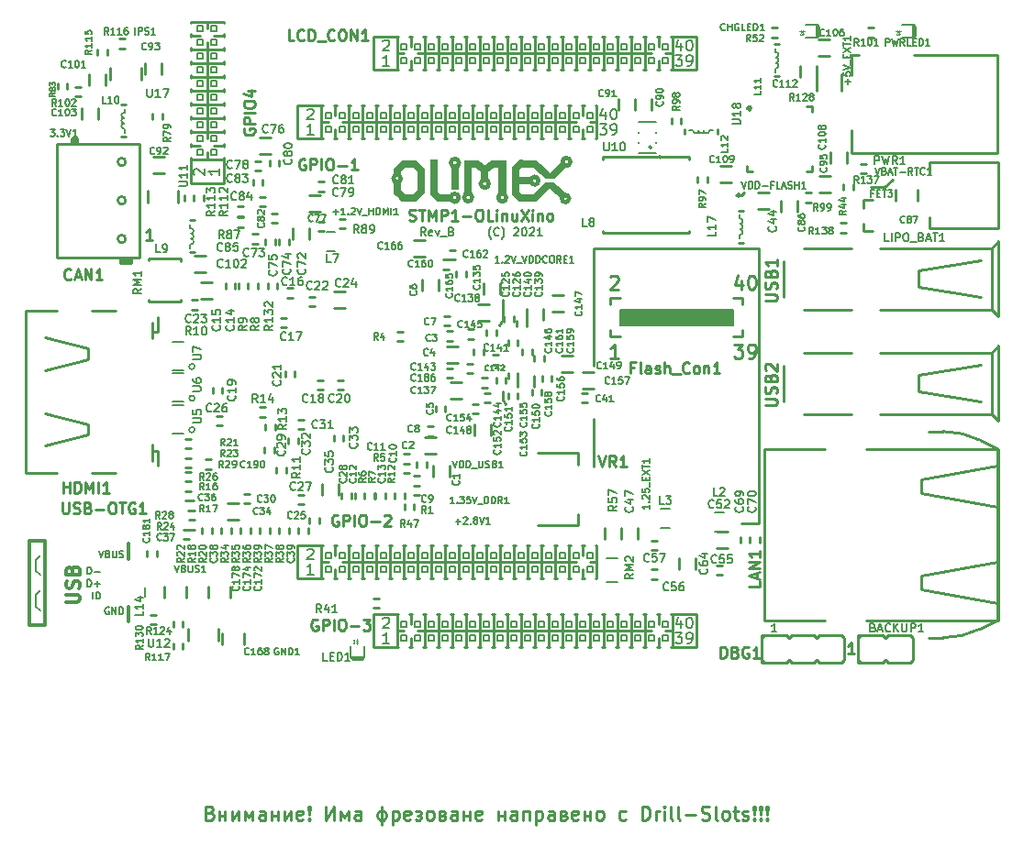
<source format=gbr>
%TF.GenerationSoftware,KiCad,Pcbnew,5.1.6-c6e7f7d~87~ubuntu18.04.1*%
%TF.CreationDate,2021-01-22T16:26:39+02:00*%
%TF.ProjectId,STMP1-OLinuXino_Rev_B,53544d50-312d-44f4-9c69-6e7558696e6f,B*%
%TF.SameCoordinates,Original*%
%TF.FileFunction,Legend,Top*%
%TF.FilePolarity,Positive*%
%FSLAX46Y46*%
G04 Gerber Fmt 4.6, Leading zero omitted, Abs format (unit mm)*
G04 Created by KiCad (PCBNEW 5.1.6-c6e7f7d~87~ubuntu18.04.1) date 2021-01-22 16:26:39*
%MOMM*%
%LPD*%
G01*
G04 APERTURE LIST*
%ADD10C,0.254000*%
%ADD11C,0.190500*%
%ADD12C,0.200000*%
%ADD13C,0.127000*%
%ADD14C,0.100000*%
%ADD15C,0.700000*%
%ADD16C,0.400000*%
%ADD17C,0.500000*%
%ADD18C,0.304800*%
%ADD19C,0.050000*%
%ADD20C,0.203200*%
%ADD21C,0.150000*%
%ADD22C,0.158750*%
%ADD23C,0.317500*%
G04 APERTURE END LIST*
D10*
X165227000Y-58166000D02*
X165481000Y-58293000D01*
X165227000Y-58166000D02*
X165481000Y-58039000D01*
X165735000Y-58166000D02*
X165989000Y-57912000D01*
X165227000Y-58166000D02*
X165735000Y-58166000D01*
X178943000Y-57404000D02*
X179705000Y-56769000D01*
X178943000Y-57404000D02*
X177673000Y-57404000D01*
X143764000Y-69723000D02*
X143383000Y-70231000D01*
X143764000Y-67818000D02*
X143764000Y-69723000D01*
X143764000Y-77089000D02*
X144018000Y-77470000D01*
X143764000Y-76327000D02*
X143764000Y-77089000D01*
D11*
X169000714Y-98515714D02*
X168565285Y-98515714D01*
X168783000Y-98515714D02*
X168783000Y-97753714D01*
X168710428Y-97862571D01*
X168637857Y-97935142D01*
X168565285Y-97971428D01*
D10*
X176185285Y-100535619D02*
X175604714Y-100535619D01*
X175895000Y-100535619D02*
X175895000Y-99519619D01*
X175798238Y-99664761D01*
X175701476Y-99761523D01*
X175604714Y-99809904D01*
X111415285Y-62308619D02*
X110834714Y-62308619D01*
X111125000Y-62308619D02*
X111125000Y-61292619D01*
X111028238Y-61437761D01*
X110931476Y-61534523D01*
X110834714Y-61582904D01*
D11*
X142675428Y-62230000D02*
X142639142Y-62193714D01*
X142566571Y-62084857D01*
X142530285Y-62012285D01*
X142494000Y-61903428D01*
X142457714Y-61722000D01*
X142457714Y-61576857D01*
X142494000Y-61395428D01*
X142530285Y-61286571D01*
X142566571Y-61214000D01*
X142639142Y-61105142D01*
X142675428Y-61068857D01*
X143401142Y-61867142D02*
X143364857Y-61903428D01*
X143256000Y-61939714D01*
X143183428Y-61939714D01*
X143074571Y-61903428D01*
X143002000Y-61830857D01*
X142965714Y-61758285D01*
X142929428Y-61613142D01*
X142929428Y-61504285D01*
X142965714Y-61359142D01*
X143002000Y-61286571D01*
X143074571Y-61214000D01*
X143183428Y-61177714D01*
X143256000Y-61177714D01*
X143364857Y-61214000D01*
X143401142Y-61250285D01*
X143655142Y-62230000D02*
X143691428Y-62193714D01*
X143764000Y-62084857D01*
X143800285Y-62012285D01*
X143836571Y-61903428D01*
X143872857Y-61722000D01*
X143872857Y-61576857D01*
X143836571Y-61395428D01*
X143800285Y-61286571D01*
X143764000Y-61214000D01*
X143691428Y-61105142D01*
X143655142Y-61068857D01*
X144780000Y-61250285D02*
X144816285Y-61214000D01*
X144888857Y-61177714D01*
X145070285Y-61177714D01*
X145142857Y-61214000D01*
X145179142Y-61250285D01*
X145215428Y-61322857D01*
X145215428Y-61395428D01*
X145179142Y-61504285D01*
X144743714Y-61939714D01*
X145215428Y-61939714D01*
X145687142Y-61177714D02*
X145759714Y-61177714D01*
X145832285Y-61214000D01*
X145868571Y-61250285D01*
X145904857Y-61322857D01*
X145941142Y-61468000D01*
X145941142Y-61649428D01*
X145904857Y-61794571D01*
X145868571Y-61867142D01*
X145832285Y-61903428D01*
X145759714Y-61939714D01*
X145687142Y-61939714D01*
X145614571Y-61903428D01*
X145578285Y-61867142D01*
X145542000Y-61794571D01*
X145505714Y-61649428D01*
X145505714Y-61468000D01*
X145542000Y-61322857D01*
X145578285Y-61250285D01*
X145614571Y-61214000D01*
X145687142Y-61177714D01*
X146231428Y-61250285D02*
X146267714Y-61214000D01*
X146340285Y-61177714D01*
X146521714Y-61177714D01*
X146594285Y-61214000D01*
X146630571Y-61250285D01*
X146666857Y-61322857D01*
X146666857Y-61395428D01*
X146630571Y-61504285D01*
X146195142Y-61939714D01*
X146666857Y-61939714D01*
X147392571Y-61939714D02*
X146957142Y-61939714D01*
X147174857Y-61939714D02*
X147174857Y-61177714D01*
X147102285Y-61286571D01*
X147029714Y-61359142D01*
X146957142Y-61395428D01*
X136615714Y-61939714D02*
X136361714Y-61576857D01*
X136180285Y-61939714D02*
X136180285Y-61177714D01*
X136470571Y-61177714D01*
X136543142Y-61214000D01*
X136579428Y-61250285D01*
X136615714Y-61322857D01*
X136615714Y-61431714D01*
X136579428Y-61504285D01*
X136543142Y-61540571D01*
X136470571Y-61576857D01*
X136180285Y-61576857D01*
X137232571Y-61903428D02*
X137160000Y-61939714D01*
X137014857Y-61939714D01*
X136942285Y-61903428D01*
X136906000Y-61830857D01*
X136906000Y-61540571D01*
X136942285Y-61468000D01*
X137014857Y-61431714D01*
X137160000Y-61431714D01*
X137232571Y-61468000D01*
X137268857Y-61540571D01*
X137268857Y-61613142D01*
X136906000Y-61685714D01*
X137522857Y-61431714D02*
X137704285Y-61939714D01*
X137885714Y-61431714D01*
X137994571Y-62012285D02*
X138575142Y-62012285D01*
X139010571Y-61540571D02*
X139119428Y-61576857D01*
X139155714Y-61613142D01*
X139192000Y-61685714D01*
X139192000Y-61794571D01*
X139155714Y-61867142D01*
X139119428Y-61903428D01*
X139046857Y-61939714D01*
X138756571Y-61939714D01*
X138756571Y-61177714D01*
X139010571Y-61177714D01*
X139083142Y-61214000D01*
X139119428Y-61250285D01*
X139155714Y-61322857D01*
X139155714Y-61395428D01*
X139119428Y-61468000D01*
X139083142Y-61504285D01*
X139010571Y-61540571D01*
X138756571Y-61540571D01*
D10*
X135103809Y-60482238D02*
X135248952Y-60530619D01*
X135490857Y-60530619D01*
X135587619Y-60482238D01*
X135636000Y-60433857D01*
X135684380Y-60337095D01*
X135684380Y-60240333D01*
X135636000Y-60143571D01*
X135587619Y-60095190D01*
X135490857Y-60046809D01*
X135297333Y-59998428D01*
X135200571Y-59950047D01*
X135152190Y-59901666D01*
X135103809Y-59804904D01*
X135103809Y-59708142D01*
X135152190Y-59611380D01*
X135200571Y-59563000D01*
X135297333Y-59514619D01*
X135539238Y-59514619D01*
X135684380Y-59563000D01*
X135974666Y-59514619D02*
X136555238Y-59514619D01*
X136264952Y-60530619D02*
X136264952Y-59514619D01*
X136893904Y-60530619D02*
X136893904Y-59514619D01*
X137232571Y-60240333D01*
X137571238Y-59514619D01*
X137571238Y-60530619D01*
X138055047Y-60530619D02*
X138055047Y-59514619D01*
X138442095Y-59514619D01*
X138538857Y-59563000D01*
X138587238Y-59611380D01*
X138635619Y-59708142D01*
X138635619Y-59853285D01*
X138587238Y-59950047D01*
X138538857Y-59998428D01*
X138442095Y-60046809D01*
X138055047Y-60046809D01*
X139603238Y-60530619D02*
X139022666Y-60530619D01*
X139312952Y-60530619D02*
X139312952Y-59514619D01*
X139216190Y-59659761D01*
X139119428Y-59756523D01*
X139022666Y-59804904D01*
X140038666Y-60143571D02*
X140812761Y-60143571D01*
X141490095Y-59514619D02*
X141683619Y-59514619D01*
X141780380Y-59563000D01*
X141877142Y-59659761D01*
X141925523Y-59853285D01*
X141925523Y-60191952D01*
X141877142Y-60385476D01*
X141780380Y-60482238D01*
X141683619Y-60530619D01*
X141490095Y-60530619D01*
X141393333Y-60482238D01*
X141296571Y-60385476D01*
X141248190Y-60191952D01*
X141248190Y-59853285D01*
X141296571Y-59659761D01*
X141393333Y-59563000D01*
X141490095Y-59514619D01*
X142844761Y-60530619D02*
X142360952Y-60530619D01*
X142360952Y-59514619D01*
X143183428Y-60530619D02*
X143183428Y-59853285D01*
X143183428Y-59514619D02*
X143135047Y-59563000D01*
X143183428Y-59611380D01*
X143231809Y-59563000D01*
X143183428Y-59514619D01*
X143183428Y-59611380D01*
X143667238Y-59853285D02*
X143667238Y-60530619D01*
X143667238Y-59950047D02*
X143715619Y-59901666D01*
X143812380Y-59853285D01*
X143957523Y-59853285D01*
X144054285Y-59901666D01*
X144102666Y-59998428D01*
X144102666Y-60530619D01*
X145021904Y-59853285D02*
X145021904Y-60530619D01*
X144586476Y-59853285D02*
X144586476Y-60385476D01*
X144634857Y-60482238D01*
X144731619Y-60530619D01*
X144876761Y-60530619D01*
X144973523Y-60482238D01*
X145021904Y-60433857D01*
X145408952Y-59514619D02*
X146086285Y-60530619D01*
X146086285Y-59514619D02*
X145408952Y-60530619D01*
X146473333Y-60530619D02*
X146473333Y-59853285D01*
X146473333Y-59514619D02*
X146424952Y-59563000D01*
X146473333Y-59611380D01*
X146521714Y-59563000D01*
X146473333Y-59514619D01*
X146473333Y-59611380D01*
X146957142Y-59853285D02*
X146957142Y-60530619D01*
X146957142Y-59950047D02*
X147005523Y-59901666D01*
X147102285Y-59853285D01*
X147247428Y-59853285D01*
X147344190Y-59901666D01*
X147392571Y-59998428D01*
X147392571Y-60530619D01*
X148021523Y-60530619D02*
X147924761Y-60482238D01*
X147876380Y-60433857D01*
X147828000Y-60337095D01*
X147828000Y-60046809D01*
X147876380Y-59950047D01*
X147924761Y-59901666D01*
X148021523Y-59853285D01*
X148166666Y-59853285D01*
X148263428Y-59901666D01*
X148311809Y-59950047D01*
X148360190Y-60046809D01*
X148360190Y-60337095D01*
X148311809Y-60433857D01*
X148263428Y-60482238D01*
X148166666Y-60530619D01*
X148021523Y-60530619D01*
%TO.C,Flash_Con1*%
X152146000Y-63119000D02*
X152146000Y-73969000D01*
X152146000Y-78867000D02*
X152146000Y-83219000D01*
X154566000Y-67669000D02*
X153666000Y-67669000D01*
X153666000Y-67669000D02*
X153666000Y-68269000D01*
X165866000Y-67669000D02*
X164966000Y-67669000D01*
X165866000Y-68269000D02*
X165866000Y-67669000D01*
X153666000Y-71269000D02*
X154566000Y-71269000D01*
X153666000Y-70669000D02*
X153666000Y-71269000D01*
X165866000Y-71269000D02*
X165866000Y-70669000D01*
X164966000Y-71269000D02*
X165866000Y-71269000D01*
D12*
G36*
X164966000Y-70169000D02*
G01*
X154566000Y-70169000D01*
X154566000Y-68769000D01*
X164966000Y-68769000D01*
X164966000Y-70169000D01*
G37*
X164966000Y-70169000D02*
X154566000Y-70169000D01*
X154566000Y-68769000D01*
X164966000Y-68769000D01*
X164966000Y-70169000D01*
D10*
X167386000Y-63119000D02*
X152146000Y-63119000D01*
X165766000Y-88519000D02*
X167386000Y-88519000D01*
X167386000Y-88519000D02*
X167386000Y-64389000D01*
X167386000Y-64389000D02*
X167386000Y-63119000D01*
%TO.C,LAN1*%
X167894000Y-97435000D02*
X173462000Y-97435000D01*
X167894000Y-81635000D02*
X173462000Y-81635000D01*
X177262000Y-97435000D02*
X189484000Y-97435000D01*
X189484000Y-97434400D02*
X189484000Y-97409000D01*
X189484000Y-97409000D02*
X189484000Y-81661000D01*
X189484000Y-81661000D02*
X189484000Y-81635600D01*
X189484000Y-81635000D02*
X177262000Y-81635000D01*
X167894000Y-81635000D02*
X167894000Y-97435000D01*
X189484000Y-81661000D02*
X187789820Y-80815180D01*
X184381140Y-80010000D02*
X183007000Y-80010000D01*
X189484000Y-97409000D02*
X187789820Y-98254820D01*
X184381140Y-99060000D02*
X183007000Y-99060000D01*
X189357000Y-83185000D02*
X182372000Y-84455000D01*
X182372000Y-84455000D02*
X182372000Y-85725000D01*
X182372000Y-85725000D02*
X189357000Y-86995000D01*
X189357000Y-97409000D02*
X189357000Y-95885000D01*
X189357000Y-95885000D02*
X189357000Y-92075000D01*
X189357000Y-92075000D02*
X189357000Y-81661000D01*
X189357000Y-92075000D02*
X182372000Y-93345000D01*
X182372000Y-93345000D02*
X182372000Y-94615000D01*
X182372000Y-94615000D02*
X189357000Y-95885000D01*
X184390927Y-99059762D02*
G75*
G03*
X187789820Y-98254820I-9787J7619762D01*
G01*
X187781167Y-80810600D02*
G75*
G03*
X184381140Y-80010000I-3400027J-6819400D01*
G01*
%TO.C,PWR1*%
X175895000Y-54310000D02*
X189395000Y-54310000D01*
X189395000Y-54310000D02*
X189395000Y-45258000D01*
X175895000Y-54310000D02*
X175895000Y-52212000D01*
X175895000Y-45257720D02*
X175895000Y-47116000D01*
X189395000Y-45258000D02*
X181695000Y-45258000D01*
X175895000Y-45258000D02*
X176595000Y-45258000D01*
%TO.C,GPIO4*%
X115824000Y-43434000D02*
X114935000Y-43434000D01*
X117983000Y-43434000D02*
X117094000Y-43434000D01*
X116459000Y-44704000D02*
X114935000Y-44704000D01*
X116459000Y-45974000D02*
X114935000Y-45974000D01*
X116459000Y-47244000D02*
X114935000Y-47244000D01*
X116459000Y-48514000D02*
X114935000Y-48514000D01*
X116459000Y-49784000D02*
X114935000Y-49784000D01*
X116459000Y-51054000D02*
X114935000Y-51054000D01*
X116459000Y-52324000D02*
X114935000Y-52324000D01*
X115824000Y-53594000D02*
X114935000Y-53594000D01*
X117983000Y-44704000D02*
X116459000Y-44704000D01*
X117983000Y-45974000D02*
X116459000Y-45974000D01*
X117983000Y-47244000D02*
X116459000Y-47244000D01*
X117983000Y-48514000D02*
X116459000Y-48514000D01*
X117983000Y-49784000D02*
X116459000Y-49784000D01*
X117983000Y-51054000D02*
X116459000Y-51054000D01*
X117983000Y-52324000D02*
X116459000Y-52324000D01*
X117983000Y-53594000D02*
X117094000Y-53594000D01*
X114935000Y-53594000D02*
X114935000Y-53467000D01*
X114935000Y-53721000D02*
X114935000Y-53594000D01*
X114935000Y-52324000D02*
X114935000Y-52197000D01*
X114935000Y-52451000D02*
X114935000Y-52324000D01*
X114935000Y-51054000D02*
X114935000Y-50927000D01*
X114935000Y-51181000D02*
X114935000Y-51054000D01*
X114935000Y-49784000D02*
X114935000Y-49657000D01*
X114935000Y-49911000D02*
X114935000Y-49784000D01*
X114935000Y-48514000D02*
X114935000Y-48387000D01*
X114935000Y-48641000D02*
X114935000Y-48514000D01*
X114935000Y-47244000D02*
X114935000Y-47117000D01*
X114935000Y-47371000D02*
X114935000Y-47244000D01*
X114935000Y-45974000D02*
X114935000Y-45847000D01*
X114935000Y-46101000D02*
X114935000Y-45974000D01*
X114935000Y-44704000D02*
X114935000Y-44577000D01*
X114935000Y-44831000D02*
X114935000Y-44704000D01*
X114935000Y-43561000D02*
X114935000Y-43307000D01*
X117983000Y-43434000D02*
X117983000Y-43307000D01*
X117983000Y-43561000D02*
X117983000Y-43434000D01*
X117983000Y-44704000D02*
X117983000Y-44577000D01*
X117983000Y-44831000D02*
X117983000Y-44704000D01*
X117983000Y-45974000D02*
X117983000Y-45847000D01*
X117983000Y-46101000D02*
X117983000Y-45974000D01*
X117983000Y-47244000D02*
X117983000Y-47117000D01*
X117983000Y-47371000D02*
X117983000Y-47244000D01*
X117983000Y-48514000D02*
X117983000Y-48387000D01*
X117983000Y-48641000D02*
X117983000Y-48514000D01*
X117983000Y-49784000D02*
X117983000Y-49657000D01*
X117983000Y-49911000D02*
X117983000Y-49784000D01*
X117983000Y-51054000D02*
X117983000Y-50927000D01*
X117983000Y-51181000D02*
X117983000Y-51054000D01*
X117983000Y-52324000D02*
X117983000Y-52197000D01*
X117983000Y-52451000D02*
X117983000Y-52324000D01*
X117983000Y-53594000D02*
X117983000Y-53467000D01*
X117983000Y-53721000D02*
X117983000Y-53594000D01*
X116459000Y-42799000D02*
X116459000Y-42164000D01*
X116459000Y-44704000D02*
X116459000Y-44069000D01*
X116459000Y-45974000D02*
X116459000Y-44704000D01*
X116459000Y-47244000D02*
X116459000Y-45974000D01*
X116459000Y-48514000D02*
X116459000Y-47244000D01*
X116459000Y-49784000D02*
X116459000Y-48514000D01*
X116459000Y-51054000D02*
X116459000Y-49784000D01*
X116459000Y-52324000D02*
X116459000Y-51054000D01*
X116459000Y-52959000D02*
X116459000Y-52324000D01*
X116459000Y-54864000D02*
X116459000Y-54229000D01*
X117983000Y-42164000D02*
X117983000Y-42291000D01*
X116459000Y-42164000D02*
X117983000Y-42164000D01*
X114935000Y-42164000D02*
X116459000Y-42164000D01*
X114935000Y-42291000D02*
X114935000Y-42164000D01*
X117983000Y-54864000D02*
X117983000Y-54737000D01*
X116459000Y-54864000D02*
X117983000Y-54864000D01*
X114935000Y-54864000D02*
X116459000Y-54864000D01*
X114935000Y-54737000D02*
X114935000Y-54864000D01*
D13*
X117348000Y-43053000D02*
X116840000Y-43053000D01*
X116840000Y-43053000D02*
X116840000Y-42545000D01*
X117348000Y-42545000D02*
X116840000Y-42545000D01*
X117348000Y-43053000D02*
X117348000Y-42545000D01*
X117348000Y-44323000D02*
X116840000Y-44323000D01*
X116840000Y-44323000D02*
X116840000Y-43815000D01*
X117348000Y-43815000D02*
X116840000Y-43815000D01*
X117348000Y-44323000D02*
X117348000Y-43815000D01*
X117348000Y-45593000D02*
X116840000Y-45593000D01*
X116840000Y-45593000D02*
X116840000Y-45085000D01*
X117348000Y-45085000D02*
X116840000Y-45085000D01*
X117348000Y-45593000D02*
X117348000Y-45085000D01*
X117348000Y-46863000D02*
X116840000Y-46863000D01*
X116840000Y-46863000D02*
X116840000Y-46355000D01*
X117348000Y-46355000D02*
X116840000Y-46355000D01*
X117348000Y-46863000D02*
X117348000Y-46355000D01*
X117348000Y-48133000D02*
X116840000Y-48133000D01*
X116840000Y-48133000D02*
X116840000Y-47625000D01*
X117348000Y-47625000D02*
X116840000Y-47625000D01*
X117348000Y-48133000D02*
X117348000Y-47625000D01*
X117348000Y-49403000D02*
X116840000Y-49403000D01*
X116840000Y-49403000D02*
X116840000Y-48895000D01*
X117348000Y-48895000D02*
X116840000Y-48895000D01*
X117348000Y-49403000D02*
X117348000Y-48895000D01*
X117348000Y-50673000D02*
X116840000Y-50673000D01*
X116840000Y-50673000D02*
X116840000Y-50165000D01*
X117348000Y-50165000D02*
X116840000Y-50165000D01*
X117348000Y-50673000D02*
X117348000Y-50165000D01*
X117348000Y-51943000D02*
X116840000Y-51943000D01*
X116840000Y-51943000D02*
X116840000Y-51435000D01*
X117348000Y-51435000D02*
X116840000Y-51435000D01*
X117348000Y-51943000D02*
X117348000Y-51435000D01*
X117348000Y-53213000D02*
X116840000Y-53213000D01*
X116840000Y-53213000D02*
X116840000Y-52705000D01*
X117348000Y-52705000D02*
X116840000Y-52705000D01*
X117348000Y-53213000D02*
X117348000Y-52705000D01*
X117348000Y-54483000D02*
X116840000Y-54483000D01*
X116840000Y-54483000D02*
X116840000Y-53975000D01*
X117348000Y-53975000D02*
X116840000Y-53975000D01*
X117348000Y-54483000D02*
X117348000Y-53975000D01*
X116078000Y-43053000D02*
X115570000Y-43053000D01*
X115570000Y-43053000D02*
X115570000Y-42545000D01*
X116078000Y-42545000D02*
X115570000Y-42545000D01*
X116078000Y-43053000D02*
X116078000Y-42545000D01*
X116078000Y-44323000D02*
X115570000Y-44323000D01*
X115570000Y-44323000D02*
X115570000Y-43815000D01*
X116078000Y-43815000D02*
X115570000Y-43815000D01*
X116078000Y-44323000D02*
X116078000Y-43815000D01*
X116078000Y-45593000D02*
X115570000Y-45593000D01*
X115570000Y-45593000D02*
X115570000Y-45085000D01*
X116078000Y-45085000D02*
X115570000Y-45085000D01*
X116078000Y-45593000D02*
X116078000Y-45085000D01*
X116078000Y-46863000D02*
X115570000Y-46863000D01*
X115570000Y-46863000D02*
X115570000Y-46355000D01*
X116078000Y-46355000D02*
X115570000Y-46355000D01*
X116078000Y-46863000D02*
X116078000Y-46355000D01*
X116078000Y-48133000D02*
X115570000Y-48133000D01*
X115570000Y-48133000D02*
X115570000Y-47625000D01*
X116078000Y-47625000D02*
X115570000Y-47625000D01*
X116078000Y-48133000D02*
X116078000Y-47625000D01*
X116078000Y-49403000D02*
X115570000Y-49403000D01*
X115570000Y-49403000D02*
X115570000Y-48895000D01*
X116078000Y-48895000D02*
X115570000Y-48895000D01*
X116078000Y-49403000D02*
X116078000Y-48895000D01*
X116078000Y-50673000D02*
X115570000Y-50673000D01*
X115570000Y-50673000D02*
X115570000Y-50165000D01*
X116078000Y-50165000D02*
X115570000Y-50165000D01*
X116078000Y-50673000D02*
X116078000Y-50165000D01*
X116078000Y-51943000D02*
X115570000Y-51943000D01*
X115570000Y-51943000D02*
X115570000Y-51435000D01*
X116078000Y-51435000D02*
X115570000Y-51435000D01*
X116078000Y-51943000D02*
X116078000Y-51435000D01*
X116078000Y-53213000D02*
X115570000Y-53213000D01*
X115570000Y-53213000D02*
X115570000Y-52705000D01*
X116078000Y-52705000D02*
X115570000Y-52705000D01*
X116078000Y-53213000D02*
X116078000Y-52705000D01*
X116078000Y-54483000D02*
X115570000Y-54483000D01*
X115570000Y-54483000D02*
X115570000Y-53975000D01*
X116078000Y-53975000D02*
X115570000Y-53975000D01*
X116078000Y-54483000D02*
X116078000Y-53975000D01*
D10*
X114935000Y-57064000D02*
X117983000Y-57064000D01*
X114935000Y-54864000D02*
X114935000Y-57064000D01*
X117983000Y-57064000D02*
X117983000Y-54864000D01*
%TO.C,GPIO-1*%
X124800000Y-52959000D02*
X127000000Y-52959000D01*
X127000000Y-49911000D02*
X124800000Y-49911000D01*
X124800000Y-49911000D02*
X124800000Y-52959000D01*
X151130000Y-50800000D02*
X151130000Y-49911000D01*
X151130000Y-52959000D02*
X151130000Y-52070000D01*
X149860000Y-51435000D02*
X149860000Y-49911000D01*
X148590000Y-51435000D02*
X148590000Y-49911000D01*
X147320000Y-51435000D02*
X147320000Y-49911000D01*
X146050000Y-51435000D02*
X146050000Y-49911000D01*
X144780000Y-51435000D02*
X144780000Y-49911000D01*
X143510000Y-51435000D02*
X143510000Y-49911000D01*
X142240000Y-51435000D02*
X142240000Y-49911000D01*
X140970000Y-51435000D02*
X140970000Y-49911000D01*
X149860000Y-52959000D02*
X149860000Y-51435000D01*
X148590000Y-52959000D02*
X148590000Y-51435000D01*
X147320000Y-52959000D02*
X147320000Y-51435000D01*
X146050000Y-52959000D02*
X146050000Y-51435000D01*
X144780000Y-52959000D02*
X144780000Y-51435000D01*
X143510000Y-52959000D02*
X143510000Y-51435000D01*
X142240000Y-52959000D02*
X142240000Y-51435000D01*
X140970000Y-52959000D02*
X140970000Y-51435000D01*
X140970000Y-49911000D02*
X141097000Y-49911000D01*
X140843000Y-49911000D02*
X140970000Y-49911000D01*
X142240000Y-49911000D02*
X142367000Y-49911000D01*
X142113000Y-49911000D02*
X142240000Y-49911000D01*
X143510000Y-49911000D02*
X143637000Y-49911000D01*
X143383000Y-49911000D02*
X143510000Y-49911000D01*
X144780000Y-49911000D02*
X144907000Y-49911000D01*
X144653000Y-49911000D02*
X144780000Y-49911000D01*
X146050000Y-49911000D02*
X146177000Y-49911000D01*
X145923000Y-49911000D02*
X146050000Y-49911000D01*
X147320000Y-49911000D02*
X147447000Y-49911000D01*
X147193000Y-49911000D02*
X147320000Y-49911000D01*
X148590000Y-49911000D02*
X148717000Y-49911000D01*
X148463000Y-49911000D02*
X148590000Y-49911000D01*
X149860000Y-49911000D02*
X149987000Y-49911000D01*
X149733000Y-49911000D02*
X149860000Y-49911000D01*
X151003000Y-49911000D02*
X151257000Y-49911000D01*
X151130000Y-52959000D02*
X151257000Y-52959000D01*
X151003000Y-52959000D02*
X151130000Y-52959000D01*
X149860000Y-52959000D02*
X149987000Y-52959000D01*
X149733000Y-52959000D02*
X149860000Y-52959000D01*
X148590000Y-52959000D02*
X148717000Y-52959000D01*
X148463000Y-52959000D02*
X148590000Y-52959000D01*
X147320000Y-52959000D02*
X147447000Y-52959000D01*
X147193000Y-52959000D02*
X147320000Y-52959000D01*
X146050000Y-52959000D02*
X146177000Y-52959000D01*
X145923000Y-52959000D02*
X146050000Y-52959000D01*
X144780000Y-52959000D02*
X144907000Y-52959000D01*
X144653000Y-52959000D02*
X144780000Y-52959000D01*
X143510000Y-52959000D02*
X143637000Y-52959000D01*
X143383000Y-52959000D02*
X143510000Y-52959000D01*
X142240000Y-52959000D02*
X142367000Y-52959000D01*
X142113000Y-52959000D02*
X142240000Y-52959000D01*
X140970000Y-52959000D02*
X141097000Y-52959000D01*
X140843000Y-52959000D02*
X140970000Y-52959000D01*
X151765000Y-51435000D02*
X152400000Y-51435000D01*
X149860000Y-51435000D02*
X150495000Y-51435000D01*
X148590000Y-51435000D02*
X149860000Y-51435000D01*
X147320000Y-51435000D02*
X148590000Y-51435000D01*
X146050000Y-51435000D02*
X147320000Y-51435000D01*
X144780000Y-51435000D02*
X146050000Y-51435000D01*
X143510000Y-51435000D02*
X144780000Y-51435000D01*
X142240000Y-51435000D02*
X143510000Y-51435000D01*
X140970000Y-51435000D02*
X142240000Y-51435000D01*
X139700000Y-51435000D02*
X140970000Y-51435000D01*
X152400000Y-52959000D02*
X152273000Y-52959000D01*
X152400000Y-51435000D02*
X152400000Y-52959000D01*
X152400000Y-49911000D02*
X152400000Y-51435000D01*
X152273000Y-49911000D02*
X152400000Y-49911000D01*
X139700000Y-52959000D02*
X139827000Y-52959000D01*
X139827000Y-49911000D02*
X139700000Y-49911000D01*
D13*
X151511000Y-52324000D02*
X151511000Y-51816000D01*
X151511000Y-51816000D02*
X152019000Y-51816000D01*
X152019000Y-52324000D02*
X152019000Y-51816000D01*
X151511000Y-52324000D02*
X152019000Y-52324000D01*
X150241000Y-52324000D02*
X150241000Y-51816000D01*
X150241000Y-51816000D02*
X150749000Y-51816000D01*
X150749000Y-52324000D02*
X150749000Y-51816000D01*
X150241000Y-52324000D02*
X150749000Y-52324000D01*
X148971000Y-52324000D02*
X148971000Y-51816000D01*
X148971000Y-51816000D02*
X149479000Y-51816000D01*
X149479000Y-52324000D02*
X149479000Y-51816000D01*
X148971000Y-52324000D02*
X149479000Y-52324000D01*
X147701000Y-52324000D02*
X147701000Y-51816000D01*
X147701000Y-51816000D02*
X148209000Y-51816000D01*
X148209000Y-52324000D02*
X148209000Y-51816000D01*
X147701000Y-52324000D02*
X148209000Y-52324000D01*
X146431000Y-52324000D02*
X146431000Y-51816000D01*
X146431000Y-51816000D02*
X146939000Y-51816000D01*
X146939000Y-52324000D02*
X146939000Y-51816000D01*
X146431000Y-52324000D02*
X146939000Y-52324000D01*
X145161000Y-52324000D02*
X145161000Y-51816000D01*
X145161000Y-51816000D02*
X145669000Y-51816000D01*
X145669000Y-52324000D02*
X145669000Y-51816000D01*
X145161000Y-52324000D02*
X145669000Y-52324000D01*
X143891000Y-52324000D02*
X143891000Y-51816000D01*
X143891000Y-51816000D02*
X144399000Y-51816000D01*
X144399000Y-52324000D02*
X144399000Y-51816000D01*
X143891000Y-52324000D02*
X144399000Y-52324000D01*
X142621000Y-52324000D02*
X142621000Y-51816000D01*
X142621000Y-51816000D02*
X143129000Y-51816000D01*
X143129000Y-52324000D02*
X143129000Y-51816000D01*
X142621000Y-52324000D02*
X143129000Y-52324000D01*
X141351000Y-52324000D02*
X141351000Y-51816000D01*
X141351000Y-51816000D02*
X141859000Y-51816000D01*
X141859000Y-52324000D02*
X141859000Y-51816000D01*
X141351000Y-52324000D02*
X141859000Y-52324000D01*
X140081000Y-52324000D02*
X140081000Y-51816000D01*
X140081000Y-51816000D02*
X140589000Y-51816000D01*
X140589000Y-52324000D02*
X140589000Y-51816000D01*
X140081000Y-52324000D02*
X140589000Y-52324000D01*
X151511000Y-51054000D02*
X151511000Y-50546000D01*
X151511000Y-50546000D02*
X152019000Y-50546000D01*
X152019000Y-51054000D02*
X152019000Y-50546000D01*
X151511000Y-51054000D02*
X152019000Y-51054000D01*
X150241000Y-51054000D02*
X150241000Y-50546000D01*
X150241000Y-50546000D02*
X150749000Y-50546000D01*
X150749000Y-51054000D02*
X150749000Y-50546000D01*
X150241000Y-51054000D02*
X150749000Y-51054000D01*
X148971000Y-51054000D02*
X148971000Y-50546000D01*
X148971000Y-50546000D02*
X149479000Y-50546000D01*
X149479000Y-51054000D02*
X149479000Y-50546000D01*
X148971000Y-51054000D02*
X149479000Y-51054000D01*
X147701000Y-51054000D02*
X147701000Y-50546000D01*
X147701000Y-50546000D02*
X148209000Y-50546000D01*
X148209000Y-51054000D02*
X148209000Y-50546000D01*
X147701000Y-51054000D02*
X148209000Y-51054000D01*
X146431000Y-51054000D02*
X146431000Y-50546000D01*
X146431000Y-50546000D02*
X146939000Y-50546000D01*
X146939000Y-51054000D02*
X146939000Y-50546000D01*
X146431000Y-51054000D02*
X146939000Y-51054000D01*
X145161000Y-51054000D02*
X145161000Y-50546000D01*
X145161000Y-50546000D02*
X145669000Y-50546000D01*
X145669000Y-51054000D02*
X145669000Y-50546000D01*
X145161000Y-51054000D02*
X145669000Y-51054000D01*
X143891000Y-51054000D02*
X143891000Y-50546000D01*
X143891000Y-50546000D02*
X144399000Y-50546000D01*
X144399000Y-51054000D02*
X144399000Y-50546000D01*
X143891000Y-51054000D02*
X144399000Y-51054000D01*
X142621000Y-51054000D02*
X142621000Y-50546000D01*
X142621000Y-50546000D02*
X143129000Y-50546000D01*
X143129000Y-51054000D02*
X143129000Y-50546000D01*
X142621000Y-51054000D02*
X143129000Y-51054000D01*
X141351000Y-51054000D02*
X141351000Y-50546000D01*
X141351000Y-50546000D02*
X141859000Y-50546000D01*
X141859000Y-51054000D02*
X141859000Y-50546000D01*
X141351000Y-51054000D02*
X141859000Y-51054000D01*
X140081000Y-51054000D02*
X140081000Y-50546000D01*
X140081000Y-50546000D02*
X140589000Y-50546000D01*
X140589000Y-51054000D02*
X140589000Y-50546000D01*
X140081000Y-51054000D02*
X140589000Y-51054000D01*
X127381000Y-51054000D02*
X127889000Y-51054000D01*
X127889000Y-51054000D02*
X127889000Y-50546000D01*
X127381000Y-50546000D02*
X127889000Y-50546000D01*
X127381000Y-51054000D02*
X127381000Y-50546000D01*
X128651000Y-51054000D02*
X129159000Y-51054000D01*
X129159000Y-51054000D02*
X129159000Y-50546000D01*
X128651000Y-50546000D02*
X129159000Y-50546000D01*
X128651000Y-51054000D02*
X128651000Y-50546000D01*
X129921000Y-51054000D02*
X130429000Y-51054000D01*
X130429000Y-51054000D02*
X130429000Y-50546000D01*
X129921000Y-50546000D02*
X130429000Y-50546000D01*
X129921000Y-51054000D02*
X129921000Y-50546000D01*
X131191000Y-51054000D02*
X131699000Y-51054000D01*
X131699000Y-51054000D02*
X131699000Y-50546000D01*
X131191000Y-50546000D02*
X131699000Y-50546000D01*
X131191000Y-51054000D02*
X131191000Y-50546000D01*
X132461000Y-51054000D02*
X132969000Y-51054000D01*
X132969000Y-51054000D02*
X132969000Y-50546000D01*
X132461000Y-50546000D02*
X132969000Y-50546000D01*
X132461000Y-51054000D02*
X132461000Y-50546000D01*
X133731000Y-51054000D02*
X134239000Y-51054000D01*
X134239000Y-51054000D02*
X134239000Y-50546000D01*
X133731000Y-50546000D02*
X134239000Y-50546000D01*
X133731000Y-51054000D02*
X133731000Y-50546000D01*
X135001000Y-51054000D02*
X135509000Y-51054000D01*
X135509000Y-51054000D02*
X135509000Y-50546000D01*
X135001000Y-50546000D02*
X135509000Y-50546000D01*
X135001000Y-51054000D02*
X135001000Y-50546000D01*
X136271000Y-51054000D02*
X136779000Y-51054000D01*
X136779000Y-51054000D02*
X136779000Y-50546000D01*
X136271000Y-50546000D02*
X136779000Y-50546000D01*
X136271000Y-51054000D02*
X136271000Y-50546000D01*
X137541000Y-51054000D02*
X138049000Y-51054000D01*
X138049000Y-51054000D02*
X138049000Y-50546000D01*
X137541000Y-50546000D02*
X138049000Y-50546000D01*
X137541000Y-51054000D02*
X137541000Y-50546000D01*
X138811000Y-51054000D02*
X139319000Y-51054000D01*
X139319000Y-51054000D02*
X139319000Y-50546000D01*
X138811000Y-50546000D02*
X139319000Y-50546000D01*
X138811000Y-51054000D02*
X138811000Y-50546000D01*
X127381000Y-52324000D02*
X127889000Y-52324000D01*
X127889000Y-52324000D02*
X127889000Y-51816000D01*
X127381000Y-51816000D02*
X127889000Y-51816000D01*
X127381000Y-52324000D02*
X127381000Y-51816000D01*
X128651000Y-52324000D02*
X129159000Y-52324000D01*
X129159000Y-52324000D02*
X129159000Y-51816000D01*
X128651000Y-51816000D02*
X129159000Y-51816000D01*
X128651000Y-52324000D02*
X128651000Y-51816000D01*
X129921000Y-52324000D02*
X130429000Y-52324000D01*
X130429000Y-52324000D02*
X130429000Y-51816000D01*
X129921000Y-51816000D02*
X130429000Y-51816000D01*
X129921000Y-52324000D02*
X129921000Y-51816000D01*
X131191000Y-52324000D02*
X131699000Y-52324000D01*
X131699000Y-52324000D02*
X131699000Y-51816000D01*
X131191000Y-51816000D02*
X131699000Y-51816000D01*
X131191000Y-52324000D02*
X131191000Y-51816000D01*
X132461000Y-52324000D02*
X132969000Y-52324000D01*
X132969000Y-52324000D02*
X132969000Y-51816000D01*
X132461000Y-51816000D02*
X132969000Y-51816000D01*
X132461000Y-52324000D02*
X132461000Y-51816000D01*
X133731000Y-52324000D02*
X134239000Y-52324000D01*
X134239000Y-52324000D02*
X134239000Y-51816000D01*
X133731000Y-51816000D02*
X134239000Y-51816000D01*
X133731000Y-52324000D02*
X133731000Y-51816000D01*
X135001000Y-52324000D02*
X135509000Y-52324000D01*
X135509000Y-52324000D02*
X135509000Y-51816000D01*
X135001000Y-51816000D02*
X135509000Y-51816000D01*
X135001000Y-52324000D02*
X135001000Y-51816000D01*
X136271000Y-52324000D02*
X136779000Y-52324000D01*
X136779000Y-52324000D02*
X136779000Y-51816000D01*
X136271000Y-51816000D02*
X136779000Y-51816000D01*
X136271000Y-52324000D02*
X136271000Y-51816000D01*
X137541000Y-52324000D02*
X138049000Y-52324000D01*
X138049000Y-52324000D02*
X138049000Y-51816000D01*
X137541000Y-51816000D02*
X138049000Y-51816000D01*
X137541000Y-52324000D02*
X137541000Y-51816000D01*
X138811000Y-52324000D02*
X139319000Y-52324000D01*
X139319000Y-52324000D02*
X139319000Y-51816000D01*
X138811000Y-51816000D02*
X139319000Y-51816000D01*
X138811000Y-52324000D02*
X138811000Y-51816000D01*
D10*
X127127000Y-49911000D02*
X127000000Y-49911000D01*
X127000000Y-49911000D02*
X127000000Y-51435000D01*
X127000000Y-51435000D02*
X127000000Y-52959000D01*
X127000000Y-52959000D02*
X127127000Y-52959000D01*
X139573000Y-49911000D02*
X139700000Y-49911000D01*
X139700000Y-49911000D02*
X139700000Y-51435000D01*
X139700000Y-51435000D02*
X139700000Y-52959000D01*
X139700000Y-52959000D02*
X139573000Y-52959000D01*
X127000000Y-51435000D02*
X127635000Y-51435000D01*
X128905000Y-51435000D02*
X129540000Y-51435000D01*
X129540000Y-51435000D02*
X130810000Y-51435000D01*
X130810000Y-51435000D02*
X132080000Y-51435000D01*
X132080000Y-51435000D02*
X133350000Y-51435000D01*
X133350000Y-51435000D02*
X134620000Y-51435000D01*
X134620000Y-51435000D02*
X135890000Y-51435000D01*
X135890000Y-51435000D02*
X137160000Y-51435000D01*
X137160000Y-51435000D02*
X138430000Y-51435000D01*
X138430000Y-51435000D02*
X139700000Y-51435000D01*
X128143000Y-52959000D02*
X128270000Y-52959000D01*
X128270000Y-52959000D02*
X128397000Y-52959000D01*
X129413000Y-52959000D02*
X129540000Y-52959000D01*
X129540000Y-52959000D02*
X129667000Y-52959000D01*
X130683000Y-52959000D02*
X130810000Y-52959000D01*
X130810000Y-52959000D02*
X130937000Y-52959000D01*
X131953000Y-52959000D02*
X132080000Y-52959000D01*
X132080000Y-52959000D02*
X132207000Y-52959000D01*
X133223000Y-52959000D02*
X133350000Y-52959000D01*
X133350000Y-52959000D02*
X133477000Y-52959000D01*
X134493000Y-52959000D02*
X134620000Y-52959000D01*
X134620000Y-52959000D02*
X134747000Y-52959000D01*
X135763000Y-52959000D02*
X135890000Y-52959000D01*
X135890000Y-52959000D02*
X136017000Y-52959000D01*
X137033000Y-52959000D02*
X137160000Y-52959000D01*
X137160000Y-52959000D02*
X137287000Y-52959000D01*
X138303000Y-52959000D02*
X138430000Y-52959000D01*
X138430000Y-52959000D02*
X138557000Y-52959000D01*
X138303000Y-49911000D02*
X138557000Y-49911000D01*
X137033000Y-49911000D02*
X137160000Y-49911000D01*
X137160000Y-49911000D02*
X137287000Y-49911000D01*
X135763000Y-49911000D02*
X135890000Y-49911000D01*
X135890000Y-49911000D02*
X136017000Y-49911000D01*
X134493000Y-49911000D02*
X134620000Y-49911000D01*
X134620000Y-49911000D02*
X134747000Y-49911000D01*
X133223000Y-49911000D02*
X133350000Y-49911000D01*
X133350000Y-49911000D02*
X133477000Y-49911000D01*
X131953000Y-49911000D02*
X132080000Y-49911000D01*
X132080000Y-49911000D02*
X132207000Y-49911000D01*
X130683000Y-49911000D02*
X130810000Y-49911000D01*
X130810000Y-49911000D02*
X130937000Y-49911000D01*
X129413000Y-49911000D02*
X129540000Y-49911000D01*
X129540000Y-49911000D02*
X129667000Y-49911000D01*
X128143000Y-49911000D02*
X128270000Y-49911000D01*
X128270000Y-49911000D02*
X128397000Y-49911000D01*
X128270000Y-52959000D02*
X128270000Y-52070000D01*
X129540000Y-52959000D02*
X129540000Y-51435000D01*
X130810000Y-52959000D02*
X130810000Y-51435000D01*
X132080000Y-52959000D02*
X132080000Y-51435000D01*
X133350000Y-52959000D02*
X133350000Y-51435000D01*
X134620000Y-52959000D02*
X134620000Y-51435000D01*
X135890000Y-52959000D02*
X135890000Y-51435000D01*
X137160000Y-52959000D02*
X137160000Y-51435000D01*
X128270000Y-50800000D02*
X128270000Y-49911000D01*
X129540000Y-51435000D02*
X129540000Y-49911000D01*
X130810000Y-51435000D02*
X130810000Y-49911000D01*
X132080000Y-51435000D02*
X132080000Y-49911000D01*
X133350000Y-51435000D02*
X133350000Y-49911000D01*
X134620000Y-51435000D02*
X134620000Y-49911000D01*
X135890000Y-51435000D02*
X135890000Y-49911000D01*
X137160000Y-51435000D02*
X137160000Y-49911000D01*
X138430000Y-52959000D02*
X138430000Y-51435000D01*
X138430000Y-51435000D02*
X138430000Y-49911000D01*
%TO.C,GPIO-2*%
X138430000Y-92075000D02*
X138430000Y-90551000D01*
X138430000Y-93599000D02*
X138430000Y-92075000D01*
X137160000Y-92075000D02*
X137160000Y-90551000D01*
X135890000Y-92075000D02*
X135890000Y-90551000D01*
X134620000Y-92075000D02*
X134620000Y-90551000D01*
X133350000Y-92075000D02*
X133350000Y-90551000D01*
X132080000Y-92075000D02*
X132080000Y-90551000D01*
X130810000Y-92075000D02*
X130810000Y-90551000D01*
X129540000Y-92075000D02*
X129540000Y-90551000D01*
X128270000Y-91440000D02*
X128270000Y-90551000D01*
X137160000Y-93599000D02*
X137160000Y-92075000D01*
X135890000Y-93599000D02*
X135890000Y-92075000D01*
X134620000Y-93599000D02*
X134620000Y-92075000D01*
X133350000Y-93599000D02*
X133350000Y-92075000D01*
X132080000Y-93599000D02*
X132080000Y-92075000D01*
X130810000Y-93599000D02*
X130810000Y-92075000D01*
X129540000Y-93599000D02*
X129540000Y-92075000D01*
X128270000Y-93599000D02*
X128270000Y-92710000D01*
X128270000Y-90551000D02*
X128397000Y-90551000D01*
X128143000Y-90551000D02*
X128270000Y-90551000D01*
X129540000Y-90551000D02*
X129667000Y-90551000D01*
X129413000Y-90551000D02*
X129540000Y-90551000D01*
X130810000Y-90551000D02*
X130937000Y-90551000D01*
X130683000Y-90551000D02*
X130810000Y-90551000D01*
X132080000Y-90551000D02*
X132207000Y-90551000D01*
X131953000Y-90551000D02*
X132080000Y-90551000D01*
X133350000Y-90551000D02*
X133477000Y-90551000D01*
X133223000Y-90551000D02*
X133350000Y-90551000D01*
X134620000Y-90551000D02*
X134747000Y-90551000D01*
X134493000Y-90551000D02*
X134620000Y-90551000D01*
X135890000Y-90551000D02*
X136017000Y-90551000D01*
X135763000Y-90551000D02*
X135890000Y-90551000D01*
X137160000Y-90551000D02*
X137287000Y-90551000D01*
X137033000Y-90551000D02*
X137160000Y-90551000D01*
X138303000Y-90551000D02*
X138557000Y-90551000D01*
X138430000Y-93599000D02*
X138557000Y-93599000D01*
X138303000Y-93599000D02*
X138430000Y-93599000D01*
X137160000Y-93599000D02*
X137287000Y-93599000D01*
X137033000Y-93599000D02*
X137160000Y-93599000D01*
X135890000Y-93599000D02*
X136017000Y-93599000D01*
X135763000Y-93599000D02*
X135890000Y-93599000D01*
X134620000Y-93599000D02*
X134747000Y-93599000D01*
X134493000Y-93599000D02*
X134620000Y-93599000D01*
X133350000Y-93599000D02*
X133477000Y-93599000D01*
X133223000Y-93599000D02*
X133350000Y-93599000D01*
X132080000Y-93599000D02*
X132207000Y-93599000D01*
X131953000Y-93599000D02*
X132080000Y-93599000D01*
X130810000Y-93599000D02*
X130937000Y-93599000D01*
X130683000Y-93599000D02*
X130810000Y-93599000D01*
X129540000Y-93599000D02*
X129667000Y-93599000D01*
X129413000Y-93599000D02*
X129540000Y-93599000D01*
X128270000Y-93599000D02*
X128397000Y-93599000D01*
X128143000Y-93599000D02*
X128270000Y-93599000D01*
X138430000Y-92075000D02*
X139700000Y-92075000D01*
X137160000Y-92075000D02*
X138430000Y-92075000D01*
X135890000Y-92075000D02*
X137160000Y-92075000D01*
X134620000Y-92075000D02*
X135890000Y-92075000D01*
X133350000Y-92075000D02*
X134620000Y-92075000D01*
X132080000Y-92075000D02*
X133350000Y-92075000D01*
X130810000Y-92075000D02*
X132080000Y-92075000D01*
X129540000Y-92075000D02*
X130810000Y-92075000D01*
X128905000Y-92075000D02*
X129540000Y-92075000D01*
X127000000Y-92075000D02*
X127635000Y-92075000D01*
X139700000Y-93599000D02*
X139573000Y-93599000D01*
X139700000Y-92075000D02*
X139700000Y-93599000D01*
X139700000Y-90551000D02*
X139700000Y-92075000D01*
X139573000Y-90551000D02*
X139700000Y-90551000D01*
X127000000Y-93599000D02*
X127127000Y-93599000D01*
X127000000Y-92075000D02*
X127000000Y-93599000D01*
X127000000Y-90551000D02*
X127000000Y-92075000D01*
X127127000Y-90551000D02*
X127000000Y-90551000D01*
D13*
X138811000Y-92964000D02*
X138811000Y-92456000D01*
X138811000Y-92456000D02*
X139319000Y-92456000D01*
X139319000Y-92964000D02*
X139319000Y-92456000D01*
X138811000Y-92964000D02*
X139319000Y-92964000D01*
X137541000Y-92964000D02*
X137541000Y-92456000D01*
X137541000Y-92456000D02*
X138049000Y-92456000D01*
X138049000Y-92964000D02*
X138049000Y-92456000D01*
X137541000Y-92964000D02*
X138049000Y-92964000D01*
X136271000Y-92964000D02*
X136271000Y-92456000D01*
X136271000Y-92456000D02*
X136779000Y-92456000D01*
X136779000Y-92964000D02*
X136779000Y-92456000D01*
X136271000Y-92964000D02*
X136779000Y-92964000D01*
X135001000Y-92964000D02*
X135001000Y-92456000D01*
X135001000Y-92456000D02*
X135509000Y-92456000D01*
X135509000Y-92964000D02*
X135509000Y-92456000D01*
X135001000Y-92964000D02*
X135509000Y-92964000D01*
X133731000Y-92964000D02*
X133731000Y-92456000D01*
X133731000Y-92456000D02*
X134239000Y-92456000D01*
X134239000Y-92964000D02*
X134239000Y-92456000D01*
X133731000Y-92964000D02*
X134239000Y-92964000D01*
X132461000Y-92964000D02*
X132461000Y-92456000D01*
X132461000Y-92456000D02*
X132969000Y-92456000D01*
X132969000Y-92964000D02*
X132969000Y-92456000D01*
X132461000Y-92964000D02*
X132969000Y-92964000D01*
X131191000Y-92964000D02*
X131191000Y-92456000D01*
X131191000Y-92456000D02*
X131699000Y-92456000D01*
X131699000Y-92964000D02*
X131699000Y-92456000D01*
X131191000Y-92964000D02*
X131699000Y-92964000D01*
X129921000Y-92964000D02*
X129921000Y-92456000D01*
X129921000Y-92456000D02*
X130429000Y-92456000D01*
X130429000Y-92964000D02*
X130429000Y-92456000D01*
X129921000Y-92964000D02*
X130429000Y-92964000D01*
X128651000Y-92964000D02*
X128651000Y-92456000D01*
X128651000Y-92456000D02*
X129159000Y-92456000D01*
X129159000Y-92964000D02*
X129159000Y-92456000D01*
X128651000Y-92964000D02*
X129159000Y-92964000D01*
X127381000Y-92964000D02*
X127381000Y-92456000D01*
X127381000Y-92456000D02*
X127889000Y-92456000D01*
X127889000Y-92964000D02*
X127889000Y-92456000D01*
X127381000Y-92964000D02*
X127889000Y-92964000D01*
X138811000Y-91694000D02*
X138811000Y-91186000D01*
X138811000Y-91186000D02*
X139319000Y-91186000D01*
X139319000Y-91694000D02*
X139319000Y-91186000D01*
X138811000Y-91694000D02*
X139319000Y-91694000D01*
X137541000Y-91694000D02*
X137541000Y-91186000D01*
X137541000Y-91186000D02*
X138049000Y-91186000D01*
X138049000Y-91694000D02*
X138049000Y-91186000D01*
X137541000Y-91694000D02*
X138049000Y-91694000D01*
X136271000Y-91694000D02*
X136271000Y-91186000D01*
X136271000Y-91186000D02*
X136779000Y-91186000D01*
X136779000Y-91694000D02*
X136779000Y-91186000D01*
X136271000Y-91694000D02*
X136779000Y-91694000D01*
X135001000Y-91694000D02*
X135001000Y-91186000D01*
X135001000Y-91186000D02*
X135509000Y-91186000D01*
X135509000Y-91694000D02*
X135509000Y-91186000D01*
X135001000Y-91694000D02*
X135509000Y-91694000D01*
X133731000Y-91694000D02*
X133731000Y-91186000D01*
X133731000Y-91186000D02*
X134239000Y-91186000D01*
X134239000Y-91694000D02*
X134239000Y-91186000D01*
X133731000Y-91694000D02*
X134239000Y-91694000D01*
X132461000Y-91694000D02*
X132461000Y-91186000D01*
X132461000Y-91186000D02*
X132969000Y-91186000D01*
X132969000Y-91694000D02*
X132969000Y-91186000D01*
X132461000Y-91694000D02*
X132969000Y-91694000D01*
X131191000Y-91694000D02*
X131191000Y-91186000D01*
X131191000Y-91186000D02*
X131699000Y-91186000D01*
X131699000Y-91694000D02*
X131699000Y-91186000D01*
X131191000Y-91694000D02*
X131699000Y-91694000D01*
X129921000Y-91694000D02*
X129921000Y-91186000D01*
X129921000Y-91186000D02*
X130429000Y-91186000D01*
X130429000Y-91694000D02*
X130429000Y-91186000D01*
X129921000Y-91694000D02*
X130429000Y-91694000D01*
X128651000Y-91694000D02*
X128651000Y-91186000D01*
X128651000Y-91186000D02*
X129159000Y-91186000D01*
X129159000Y-91694000D02*
X129159000Y-91186000D01*
X128651000Y-91694000D02*
X129159000Y-91694000D01*
X127381000Y-91694000D02*
X127381000Y-91186000D01*
X127381000Y-91186000D02*
X127889000Y-91186000D01*
X127889000Y-91694000D02*
X127889000Y-91186000D01*
X127381000Y-91694000D02*
X127889000Y-91694000D01*
X140081000Y-91694000D02*
X140589000Y-91694000D01*
X140589000Y-91694000D02*
X140589000Y-91186000D01*
X140081000Y-91186000D02*
X140589000Y-91186000D01*
X140081000Y-91694000D02*
X140081000Y-91186000D01*
X141351000Y-91694000D02*
X141859000Y-91694000D01*
X141859000Y-91694000D02*
X141859000Y-91186000D01*
X141351000Y-91186000D02*
X141859000Y-91186000D01*
X141351000Y-91694000D02*
X141351000Y-91186000D01*
X142621000Y-91694000D02*
X143129000Y-91694000D01*
X143129000Y-91694000D02*
X143129000Y-91186000D01*
X142621000Y-91186000D02*
X143129000Y-91186000D01*
X142621000Y-91694000D02*
X142621000Y-91186000D01*
X143891000Y-91694000D02*
X144399000Y-91694000D01*
X144399000Y-91694000D02*
X144399000Y-91186000D01*
X143891000Y-91186000D02*
X144399000Y-91186000D01*
X143891000Y-91694000D02*
X143891000Y-91186000D01*
X145161000Y-91694000D02*
X145669000Y-91694000D01*
X145669000Y-91694000D02*
X145669000Y-91186000D01*
X145161000Y-91186000D02*
X145669000Y-91186000D01*
X145161000Y-91694000D02*
X145161000Y-91186000D01*
X146431000Y-91694000D02*
X146939000Y-91694000D01*
X146939000Y-91694000D02*
X146939000Y-91186000D01*
X146431000Y-91186000D02*
X146939000Y-91186000D01*
X146431000Y-91694000D02*
X146431000Y-91186000D01*
X147701000Y-91694000D02*
X148209000Y-91694000D01*
X148209000Y-91694000D02*
X148209000Y-91186000D01*
X147701000Y-91186000D02*
X148209000Y-91186000D01*
X147701000Y-91694000D02*
X147701000Y-91186000D01*
X148971000Y-91694000D02*
X149479000Y-91694000D01*
X149479000Y-91694000D02*
X149479000Y-91186000D01*
X148971000Y-91186000D02*
X149479000Y-91186000D01*
X148971000Y-91694000D02*
X148971000Y-91186000D01*
X150241000Y-91694000D02*
X150749000Y-91694000D01*
X150749000Y-91694000D02*
X150749000Y-91186000D01*
X150241000Y-91186000D02*
X150749000Y-91186000D01*
X150241000Y-91694000D02*
X150241000Y-91186000D01*
X151511000Y-91694000D02*
X152019000Y-91694000D01*
X152019000Y-91694000D02*
X152019000Y-91186000D01*
X151511000Y-91186000D02*
X152019000Y-91186000D01*
X151511000Y-91694000D02*
X151511000Y-91186000D01*
X140081000Y-92964000D02*
X140589000Y-92964000D01*
X140589000Y-92964000D02*
X140589000Y-92456000D01*
X140081000Y-92456000D02*
X140589000Y-92456000D01*
X140081000Y-92964000D02*
X140081000Y-92456000D01*
X141351000Y-92964000D02*
X141859000Y-92964000D01*
X141859000Y-92964000D02*
X141859000Y-92456000D01*
X141351000Y-92456000D02*
X141859000Y-92456000D01*
X141351000Y-92964000D02*
X141351000Y-92456000D01*
X142621000Y-92964000D02*
X143129000Y-92964000D01*
X143129000Y-92964000D02*
X143129000Y-92456000D01*
X142621000Y-92456000D02*
X143129000Y-92456000D01*
X142621000Y-92964000D02*
X142621000Y-92456000D01*
X143891000Y-92964000D02*
X144399000Y-92964000D01*
X144399000Y-92964000D02*
X144399000Y-92456000D01*
X143891000Y-92456000D02*
X144399000Y-92456000D01*
X143891000Y-92964000D02*
X143891000Y-92456000D01*
X145161000Y-92964000D02*
X145669000Y-92964000D01*
X145669000Y-92964000D02*
X145669000Y-92456000D01*
X145161000Y-92456000D02*
X145669000Y-92456000D01*
X145161000Y-92964000D02*
X145161000Y-92456000D01*
X146431000Y-92964000D02*
X146939000Y-92964000D01*
X146939000Y-92964000D02*
X146939000Y-92456000D01*
X146431000Y-92456000D02*
X146939000Y-92456000D01*
X146431000Y-92964000D02*
X146431000Y-92456000D01*
X147701000Y-92964000D02*
X148209000Y-92964000D01*
X148209000Y-92964000D02*
X148209000Y-92456000D01*
X147701000Y-92456000D02*
X148209000Y-92456000D01*
X147701000Y-92964000D02*
X147701000Y-92456000D01*
X148971000Y-92964000D02*
X149479000Y-92964000D01*
X149479000Y-92964000D02*
X149479000Y-92456000D01*
X148971000Y-92456000D02*
X149479000Y-92456000D01*
X148971000Y-92964000D02*
X148971000Y-92456000D01*
X150241000Y-92964000D02*
X150749000Y-92964000D01*
X150749000Y-92964000D02*
X150749000Y-92456000D01*
X150241000Y-92456000D02*
X150749000Y-92456000D01*
X150241000Y-92964000D02*
X150241000Y-92456000D01*
X151511000Y-92964000D02*
X152019000Y-92964000D01*
X152019000Y-92964000D02*
X152019000Y-92456000D01*
X151511000Y-92456000D02*
X152019000Y-92456000D01*
X151511000Y-92964000D02*
X151511000Y-92456000D01*
D10*
X139827000Y-90551000D02*
X139700000Y-90551000D01*
X139700000Y-93599000D02*
X139827000Y-93599000D01*
X152273000Y-90551000D02*
X152400000Y-90551000D01*
X152400000Y-90551000D02*
X152400000Y-92075000D01*
X152400000Y-92075000D02*
X152400000Y-93599000D01*
X152400000Y-93599000D02*
X152273000Y-93599000D01*
X139700000Y-92075000D02*
X140970000Y-92075000D01*
X140970000Y-92075000D02*
X142240000Y-92075000D01*
X142240000Y-92075000D02*
X143510000Y-92075000D01*
X143510000Y-92075000D02*
X144780000Y-92075000D01*
X144780000Y-92075000D02*
X146050000Y-92075000D01*
X146050000Y-92075000D02*
X147320000Y-92075000D01*
X147320000Y-92075000D02*
X148590000Y-92075000D01*
X148590000Y-92075000D02*
X149860000Y-92075000D01*
X149860000Y-92075000D02*
X150495000Y-92075000D01*
X151765000Y-92075000D02*
X152400000Y-92075000D01*
X140843000Y-93599000D02*
X140970000Y-93599000D01*
X140970000Y-93599000D02*
X141097000Y-93599000D01*
X142113000Y-93599000D02*
X142240000Y-93599000D01*
X142240000Y-93599000D02*
X142367000Y-93599000D01*
X143383000Y-93599000D02*
X143510000Y-93599000D01*
X143510000Y-93599000D02*
X143637000Y-93599000D01*
X144653000Y-93599000D02*
X144780000Y-93599000D01*
X144780000Y-93599000D02*
X144907000Y-93599000D01*
X145923000Y-93599000D02*
X146050000Y-93599000D01*
X146050000Y-93599000D02*
X146177000Y-93599000D01*
X147193000Y-93599000D02*
X147320000Y-93599000D01*
X147320000Y-93599000D02*
X147447000Y-93599000D01*
X148463000Y-93599000D02*
X148590000Y-93599000D01*
X148590000Y-93599000D02*
X148717000Y-93599000D01*
X149733000Y-93599000D02*
X149860000Y-93599000D01*
X149860000Y-93599000D02*
X149987000Y-93599000D01*
X151003000Y-93599000D02*
X151130000Y-93599000D01*
X151130000Y-93599000D02*
X151257000Y-93599000D01*
X151003000Y-90551000D02*
X151257000Y-90551000D01*
X149733000Y-90551000D02*
X149860000Y-90551000D01*
X149860000Y-90551000D02*
X149987000Y-90551000D01*
X148463000Y-90551000D02*
X148590000Y-90551000D01*
X148590000Y-90551000D02*
X148717000Y-90551000D01*
X147193000Y-90551000D02*
X147320000Y-90551000D01*
X147320000Y-90551000D02*
X147447000Y-90551000D01*
X145923000Y-90551000D02*
X146050000Y-90551000D01*
X146050000Y-90551000D02*
X146177000Y-90551000D01*
X144653000Y-90551000D02*
X144780000Y-90551000D01*
X144780000Y-90551000D02*
X144907000Y-90551000D01*
X143383000Y-90551000D02*
X143510000Y-90551000D01*
X143510000Y-90551000D02*
X143637000Y-90551000D01*
X142113000Y-90551000D02*
X142240000Y-90551000D01*
X142240000Y-90551000D02*
X142367000Y-90551000D01*
X140843000Y-90551000D02*
X140970000Y-90551000D01*
X140970000Y-90551000D02*
X141097000Y-90551000D01*
X140970000Y-93599000D02*
X140970000Y-92075000D01*
X142240000Y-93599000D02*
X142240000Y-92075000D01*
X143510000Y-93599000D02*
X143510000Y-92075000D01*
X144780000Y-93599000D02*
X144780000Y-92075000D01*
X146050000Y-93599000D02*
X146050000Y-92075000D01*
X147320000Y-93599000D02*
X147320000Y-92075000D01*
X148590000Y-93599000D02*
X148590000Y-92075000D01*
X149860000Y-93599000D02*
X149860000Y-92075000D01*
X140970000Y-92075000D02*
X140970000Y-90551000D01*
X142240000Y-92075000D02*
X142240000Y-90551000D01*
X143510000Y-92075000D02*
X143510000Y-90551000D01*
X144780000Y-92075000D02*
X144780000Y-90551000D01*
X146050000Y-92075000D02*
X146050000Y-90551000D01*
X147320000Y-92075000D02*
X147320000Y-90551000D01*
X148590000Y-92075000D02*
X148590000Y-90551000D01*
X149860000Y-92075000D02*
X149860000Y-90551000D01*
X151130000Y-93599000D02*
X151130000Y-92710000D01*
X151130000Y-91440000D02*
X151130000Y-90551000D01*
X124800000Y-90551000D02*
X124800000Y-93599000D01*
X127000000Y-90551000D02*
X124800000Y-90551000D01*
X124800000Y-93599000D02*
X127000000Y-93599000D01*
D14*
%TO.C,Logo*%
X145402300Y-54940200D02*
X146773900Y-54940200D01*
X146773900Y-54940200D02*
X146824700Y-54940200D01*
X146824700Y-54940200D02*
X148082000Y-56184800D01*
X143878300Y-55054500D02*
X143979900Y-55054500D01*
X144030700Y-54991000D02*
X144030700Y-54978300D01*
X144030700Y-54978300D02*
X142735300Y-54978300D01*
X142735300Y-54978300D02*
X142709900Y-54978300D01*
X142709900Y-54978300D02*
X142087600Y-55473600D01*
X144030700Y-58000900D02*
X144030700Y-54991000D01*
X140373100Y-55041800D02*
X140296900Y-55041800D01*
X140220700Y-54978300D02*
X141465300Y-54978300D01*
X141465300Y-54978300D02*
X142049500Y-55460900D01*
X140220700Y-57975500D02*
X140220700Y-54991000D01*
X139484100Y-57569100D02*
X139573000Y-57569100D01*
X139141200Y-57569100D02*
X139077700Y-57569100D01*
X139001500Y-57632600D02*
X139611100Y-57632600D01*
X139611100Y-57632600D02*
X139636500Y-57632600D01*
X139636500Y-57632600D02*
X139636500Y-55613300D01*
X139001500Y-55613300D02*
X139001500Y-57632600D01*
X137502900Y-55003700D02*
X137617200Y-55003700D01*
X137375900Y-54927500D02*
X137680700Y-54927500D01*
X137680700Y-54927500D02*
X137680700Y-57962800D01*
X137198100Y-55016400D02*
X137134600Y-55003700D01*
X137083800Y-54927500D02*
X137071100Y-54927500D01*
X137071100Y-54927500D02*
X137058400Y-54927500D01*
X137058400Y-54927500D02*
X137058400Y-58077100D01*
X137363200Y-54927500D02*
X137083800Y-54927500D01*
D15*
X137363200Y-58000900D02*
X137363200Y-55270400D01*
X143700500Y-55283100D02*
X143700500Y-57886600D01*
X135585200Y-55270400D02*
X134581900Y-55270400D01*
X136207500Y-55880000D02*
X136207500Y-57810400D01*
X133985000Y-55918100D02*
X133985000Y-56159400D01*
X133985000Y-57886600D02*
X134569200Y-58458100D01*
X133997700Y-57899300D02*
X133997700Y-57137300D01*
X134556500Y-58458100D02*
X135597900Y-58458100D01*
D16*
X147044659Y-56845200D02*
G75*
G03*
X147044659Y-56845200I-359659J0D01*
G01*
D15*
X146177000Y-56845200D02*
X144957800Y-56845200D01*
D16*
X149978135Y-55105300D02*
G75*
G03*
X149978135Y-55105300I-359435J0D01*
G01*
D15*
X149250400Y-55460900D02*
X148386800Y-56354600D01*
D17*
X147828000Y-56451500D02*
X148386800Y-56451500D01*
D15*
X146710400Y-55270400D02*
X147802600Y-56337200D01*
X145488500Y-55270400D02*
X146710400Y-55270400D01*
X144957800Y-55753000D02*
X145440400Y-55245000D01*
X144957800Y-55778400D02*
X144957800Y-58013600D01*
X144957800Y-58013600D02*
X145389600Y-58445400D01*
X145389600Y-58445400D02*
X146710400Y-58445400D01*
X146710400Y-58445400D02*
X147853400Y-57327800D01*
D17*
X147853400Y-57226200D02*
X148386800Y-57226200D01*
D15*
X149199600Y-58140600D02*
X148361400Y-57327800D01*
D16*
X149859266Y-58496200D02*
G75*
G03*
X149859266Y-58496200I-329466J0D01*
G01*
X144063729Y-58407300D02*
G75*
G03*
X144063729Y-58407300I-363229J0D01*
G01*
D15*
X142798800Y-55295800D02*
X143687800Y-55295800D01*
D16*
X142458518Y-57124600D02*
G75*
G03*
X142458518Y-57124600I-370918J0D01*
G01*
D15*
X142163800Y-55803800D02*
X142798800Y-55295800D01*
X142087600Y-56591200D02*
X142087600Y-55880000D01*
X141376400Y-55295800D02*
X141986000Y-55803800D01*
X140538200Y-55295800D02*
X141376400Y-55295800D01*
X140538200Y-57886600D02*
X140538200Y-55295800D01*
D16*
X140910559Y-58394600D02*
G75*
G03*
X140910559Y-58394600I-359659J0D01*
G01*
X139705218Y-55194200D02*
G75*
G03*
X139705218Y-55194200I-373518J0D01*
G01*
D15*
X139319000Y-55727600D02*
X139319000Y-57327800D01*
D16*
X139685324Y-58420000D02*
G75*
G03*
X139685324Y-58420000I-366324J0D01*
G01*
D15*
X138806200Y-58445400D02*
X137820400Y-58445400D01*
X137820400Y-58445400D02*
X137363200Y-57988200D01*
X136194800Y-57848500D02*
X135636000Y-58432700D01*
X135585200Y-55283100D02*
X136220200Y-55892700D01*
X133985000Y-55867300D02*
X134493000Y-55359300D01*
D16*
X134335147Y-56642000D02*
G75*
G03*
X134335147Y-56642000I-337447J0D01*
G01*
D10*
%TO.C,U18*%
X166654605Y-50165000D02*
G75*
G03*
X166654605Y-50165000I-179605J0D01*
G01*
X172266200Y-50469800D02*
X172266200Y-49961800D01*
X172266200Y-49961800D02*
X171758200Y-49961800D01*
X172266200Y-55448200D02*
X172266200Y-55956200D01*
X172266200Y-55956200D02*
X171758200Y-55956200D01*
X166779800Y-55956200D02*
X166271800Y-55956200D01*
X166271800Y-55956200D02*
X166271800Y-55448200D01*
%TO.C,R130*%
X111506000Y-96964500D02*
X111252000Y-96964500D01*
X111506000Y-96964500D02*
X111760000Y-96964500D01*
X111506000Y-97853500D02*
X111760000Y-97853500D01*
X111506000Y-97853500D02*
X111252000Y-97853500D01*
D13*
%TO.C,L7*%
X127457200Y-63373000D02*
X128295400Y-63373000D01*
X127457200Y-61595000D02*
X128295400Y-61595000D01*
D10*
%TO.C,C13*%
X132905500Y-85979000D02*
X132905500Y-85725000D01*
X132905500Y-85979000D02*
X132905500Y-86233000D01*
X133794500Y-85979000D02*
X133794500Y-86233000D01*
X133794500Y-85979000D02*
X133794500Y-85725000D01*
%TO.C,C90*%
X155956000Y-49276000D02*
X155956000Y-50292000D01*
X157480000Y-49276000D02*
X157480000Y-50292000D01*
%TO.C,U12*%
X114681000Y-99364800D02*
X114681000Y-98234500D01*
X117487700Y-99364800D02*
X117487700Y-98234500D01*
D13*
%TO.C,USB-OTG1*%
X100648000Y-95080000D02*
X101048000Y-94680000D01*
X100648000Y-96180000D02*
X101048000Y-96580000D01*
X100648000Y-95080000D02*
X100648000Y-96180000D01*
X100648000Y-91880000D02*
X101048000Y-91480000D01*
X100648000Y-92880000D02*
X101048000Y-93280000D01*
X100648000Y-91880000D02*
X100648000Y-92880000D01*
D18*
X101464000Y-90080000D02*
X100048000Y-90080000D01*
X100048000Y-97880000D02*
X101464000Y-97880000D01*
X100048000Y-90080000D02*
X100048000Y-97880000D01*
X101464000Y-90105000D02*
X101464000Y-97880000D01*
X109248000Y-91780000D02*
X109248000Y-90380000D01*
X109248000Y-97580000D02*
X109248000Y-96180000D01*
D10*
%TO.C,R18*%
X117792500Y-89154000D02*
X117792500Y-89408000D01*
X117792500Y-89154000D02*
X117792500Y-88900000D01*
X116903500Y-89154000D02*
X116903500Y-88900000D01*
X116903500Y-89154000D02*
X116903500Y-89408000D01*
%TO.C,C75*%
X121856500Y-62484000D02*
X121856500Y-62230000D01*
X121856500Y-62484000D02*
X121856500Y-62738000D01*
X122745500Y-62484000D02*
X122745500Y-62738000D01*
X122745500Y-62484000D02*
X122745500Y-62230000D01*
%TO.C,C78*%
X121158000Y-55943500D02*
X121412000Y-55943500D01*
X121158000Y-55943500D02*
X120904000Y-55943500D01*
X121158000Y-55054500D02*
X120904000Y-55054500D01*
X121158000Y-55054500D02*
X121412000Y-55054500D01*
%TO.C,C79*%
X125857000Y-58166000D02*
X126873000Y-58166000D01*
X125857000Y-59690000D02*
X126873000Y-59690000D01*
%TO.C,C80*%
X123126500Y-55245000D02*
X123126500Y-55499000D01*
X123126500Y-55245000D02*
X123126500Y-54991000D01*
X122237500Y-55245000D02*
X122237500Y-54991000D01*
X122237500Y-55245000D02*
X122237500Y-55499000D01*
%TO.C,C82*%
X122682000Y-60769500D02*
X122428000Y-60769500D01*
X122682000Y-60769500D02*
X122936000Y-60769500D01*
X122682000Y-59880500D02*
X122936000Y-59880500D01*
X122682000Y-59880500D02*
X122428000Y-59880500D01*
%TO.C,C83*%
X120713500Y-57023000D02*
X120713500Y-57277000D01*
X120713500Y-57023000D02*
X120713500Y-56769000D01*
X121602500Y-57023000D02*
X121602500Y-56769000D01*
X121602500Y-57023000D02*
X121602500Y-57277000D01*
%TO.C,C84*%
X121539000Y-59245500D02*
X121793000Y-59245500D01*
X121539000Y-59245500D02*
X121285000Y-59245500D01*
X121539000Y-58356500D02*
X121285000Y-58356500D01*
X121539000Y-58356500D02*
X121793000Y-58356500D01*
%TO.C,C85*%
X119507000Y-61150500D02*
X119253000Y-61150500D01*
X119507000Y-61150500D02*
X119761000Y-61150500D01*
X119507000Y-60261500D02*
X119761000Y-60261500D01*
X119507000Y-60261500D02*
X119253000Y-60261500D01*
%TO.C,R87*%
X119507000Y-59245500D02*
X119253000Y-59245500D01*
X119507000Y-59245500D02*
X119761000Y-59245500D01*
X119507000Y-60134500D02*
X119761000Y-60134500D01*
X119507000Y-60134500D02*
X119253000Y-60134500D01*
%TO.C,C87*%
X179959000Y-57658000D02*
X179959000Y-58674000D01*
X181991000Y-57658000D02*
X181991000Y-58674000D01*
%TO.C,HDMI1*%
X111389160Y-69928740D02*
X111389160Y-70827900D01*
X111389160Y-70827900D02*
X111389160Y-71427340D01*
X111389160Y-81226660D02*
X111389160Y-81826100D01*
X111389160Y-81826100D02*
X111389160Y-82725260D01*
X107990640Y-83825080D02*
X105839260Y-83825080D01*
X102641400Y-83825080D02*
X99733100Y-83825080D01*
X99733100Y-83825080D02*
X99733100Y-68828920D01*
X99733100Y-68828920D02*
X102641400Y-68828920D01*
X105839260Y-68828920D02*
X107990640Y-68828920D01*
X111889540Y-83200240D02*
X111889540Y-81826100D01*
X111889540Y-81826100D02*
X111389160Y-81826100D01*
X111389160Y-70827900D02*
X111889540Y-70827900D01*
X111889540Y-70827900D02*
X111889540Y-69441060D01*
X101473000Y-78325980D02*
X105473500Y-79326740D01*
X105473500Y-79326740D02*
X105473500Y-80324960D01*
X105473500Y-80324960D02*
X101473000Y-81325720D01*
X101473000Y-74328020D02*
X105473500Y-73327260D01*
X105473500Y-73327260D02*
X105473500Y-72329040D01*
X105473500Y-72329040D02*
X101473000Y-71328280D01*
%TO.C,C1*%
X137287000Y-84201000D02*
X137287000Y-83185000D01*
X138811000Y-84201000D02*
X138811000Y-83185000D01*
%TO.C,C2*%
X137608000Y-82062000D02*
X136592000Y-82062000D01*
X137608000Y-80538000D02*
X136592000Y-80538000D01*
%TO.C,C3*%
X138800000Y-71644500D02*
X138546000Y-71644500D01*
X138800000Y-71644500D02*
X139054000Y-71644500D01*
X138800000Y-70755500D02*
X139054000Y-70755500D01*
X138800000Y-70755500D02*
X138546000Y-70755500D01*
%TO.C,C4*%
X138592000Y-72138000D02*
X139608000Y-72138000D01*
X138592000Y-73662000D02*
X139608000Y-73662000D01*
%TO.C,C5*%
X138444500Y-77900000D02*
X138444500Y-77646000D01*
X138444500Y-77900000D02*
X138444500Y-78154000D01*
X137555500Y-77900000D02*
X137555500Y-78154000D01*
X137555500Y-77900000D02*
X137555500Y-77646000D01*
%TO.C,C6*%
X136338000Y-67018000D02*
X136338000Y-66002000D01*
X137862000Y-67018000D02*
X137862000Y-66002000D01*
%TO.C,C7*%
X138600000Y-69355500D02*
X138346000Y-69355500D01*
X138600000Y-69355500D02*
X138854000Y-69355500D01*
X138600000Y-70244500D02*
X138854000Y-70244500D01*
X138600000Y-70244500D02*
X138346000Y-70244500D01*
%TO.C,C8*%
X137050000Y-79555500D02*
X137304000Y-79555500D01*
X137050000Y-79555500D02*
X136796000Y-79555500D01*
X137050000Y-80444500D02*
X136796000Y-80444500D01*
X137050000Y-80444500D02*
X137304000Y-80444500D01*
%TO.C,C9*%
X135763000Y-85026500D02*
X135509000Y-85026500D01*
X135763000Y-85026500D02*
X136017000Y-85026500D01*
X135763000Y-84137500D02*
X136017000Y-84137500D01*
X135763000Y-84137500D02*
X135509000Y-84137500D01*
%TO.C,C10*%
X135826500Y-83058000D02*
X135826500Y-83312000D01*
X135826500Y-83058000D02*
X135826500Y-82804000D01*
X136715500Y-83058000D02*
X136715500Y-82804000D01*
X136715500Y-83058000D02*
X136715500Y-83312000D01*
%TO.C,C11*%
X134874000Y-82994500D02*
X134620000Y-82994500D01*
X134874000Y-82994500D02*
X135128000Y-82994500D01*
X134874000Y-82105500D02*
X135128000Y-82105500D01*
X134874000Y-82105500D02*
X134620000Y-82105500D01*
%TO.C,C12*%
X131000500Y-85979000D02*
X131000500Y-85725000D01*
X131000500Y-85979000D02*
X131000500Y-86233000D01*
X130111500Y-85979000D02*
X130111500Y-86233000D01*
X130111500Y-85979000D02*
X130111500Y-85725000D01*
%TO.C,C14*%
X120244500Y-66600000D02*
X120244500Y-66854000D01*
X120244500Y-66600000D02*
X120244500Y-66346000D01*
X119355500Y-66600000D02*
X119355500Y-66346000D01*
X119355500Y-66600000D02*
X119355500Y-66854000D01*
%TO.C,C15*%
X119044500Y-66600000D02*
X119044500Y-66854000D01*
X119044500Y-66600000D02*
X119044500Y-66346000D01*
X118155500Y-66600000D02*
X118155500Y-66346000D01*
X118155500Y-66600000D02*
X118155500Y-66854000D01*
%TO.C,C16*%
X124100000Y-66755500D02*
X123846000Y-66755500D01*
X124100000Y-66755500D02*
X124354000Y-66755500D01*
X124100000Y-67644500D02*
X124354000Y-67644500D01*
X124100000Y-67644500D02*
X123846000Y-67644500D01*
%TO.C,C17*%
X123500000Y-69532500D02*
X123754000Y-69532500D01*
X123500000Y-69532500D02*
X123246000Y-69532500D01*
X123500000Y-70421500D02*
X123246000Y-70421500D01*
X123500000Y-70421500D02*
X123754000Y-70421500D01*
%TO.C,C18*%
X126900000Y-75255500D02*
X127154000Y-75255500D01*
X126900000Y-75255500D02*
X126646000Y-75255500D01*
X126900000Y-76144500D02*
X126646000Y-76144500D01*
X126900000Y-76144500D02*
X127154000Y-76144500D01*
%TO.C,C19*%
X116955500Y-76200000D02*
X116955500Y-75946000D01*
X116955500Y-76200000D02*
X116955500Y-76454000D01*
X117844500Y-76200000D02*
X117844500Y-76454000D01*
X117844500Y-76200000D02*
X117844500Y-75946000D01*
%TO.C,C20*%
X128800000Y-76144500D02*
X129054000Y-76144500D01*
X128800000Y-76144500D02*
X128546000Y-76144500D01*
X128800000Y-75255500D02*
X128546000Y-75255500D01*
X128800000Y-75255500D02*
X129054000Y-75255500D01*
%TO.C,C21*%
X124544500Y-74700000D02*
X124544500Y-74954000D01*
X124544500Y-74700000D02*
X124544500Y-74446000D01*
X123655500Y-74700000D02*
X123655500Y-74446000D01*
X123655500Y-74700000D02*
X123655500Y-74954000D01*
%TO.C,C22*%
X126100000Y-67555500D02*
X126354000Y-67555500D01*
X126100000Y-67555500D02*
X125846000Y-67555500D01*
X126100000Y-68444500D02*
X125846000Y-68444500D01*
X126100000Y-68444500D02*
X126354000Y-68444500D01*
%TO.C,C23*%
X116908000Y-67762000D02*
X115892000Y-67762000D01*
X116908000Y-66238000D02*
X115892000Y-66238000D01*
%TO.C,C24*%
X128192000Y-68562000D02*
X129208000Y-68562000D01*
X128192000Y-67038000D02*
X129208000Y-67038000D01*
%TO.C,C25*%
X126809500Y-88265000D02*
X126809500Y-88011000D01*
X126809500Y-88265000D02*
X126809500Y-88519000D01*
X125920500Y-88265000D02*
X125920500Y-88519000D01*
X125920500Y-88265000D02*
X125920500Y-88011000D01*
%TO.C,C26*%
X117600000Y-79444500D02*
X117854000Y-79444500D01*
X117600000Y-79444500D02*
X117346000Y-79444500D01*
X117600000Y-78555500D02*
X117346000Y-78555500D01*
X117600000Y-78555500D02*
X117854000Y-78555500D01*
%TO.C,C27*%
X125100000Y-86744500D02*
X124846000Y-86744500D01*
X125100000Y-86744500D02*
X125354000Y-86744500D01*
X125100000Y-85855500D02*
X125354000Y-85855500D01*
X125100000Y-85855500D02*
X124846000Y-85855500D01*
%TO.C,C28*%
X129744500Y-86000000D02*
X129744500Y-86254000D01*
X129744500Y-86000000D02*
X129744500Y-85746000D01*
X128855500Y-86000000D02*
X128855500Y-85746000D01*
X128855500Y-86000000D02*
X128855500Y-86254000D01*
%TO.C,C29*%
X122644500Y-81700000D02*
X122644500Y-81446000D01*
X122644500Y-81700000D02*
X122644500Y-81954000D01*
X121755500Y-81700000D02*
X121755500Y-81954000D01*
X121755500Y-81700000D02*
X121755500Y-81446000D01*
%TO.C,C30*%
X120100000Y-86644500D02*
X119846000Y-86644500D01*
X120100000Y-86644500D02*
X120354000Y-86644500D01*
X120100000Y-85755500D02*
X120354000Y-85755500D01*
X120100000Y-85755500D02*
X119846000Y-85755500D01*
%TO.C,C31*%
X125100000Y-78930500D02*
X125354000Y-78930500D01*
X125100000Y-78930500D02*
X124846000Y-78930500D01*
X125100000Y-79819500D02*
X124846000Y-79819500D01*
X125100000Y-79819500D02*
X125354000Y-79819500D01*
%TO.C,C32*%
X123955500Y-80900000D02*
X123955500Y-81154000D01*
X123955500Y-80900000D02*
X123955500Y-80646000D01*
X124844500Y-80900000D02*
X124844500Y-80646000D01*
X124844500Y-80900000D02*
X124844500Y-81154000D01*
%TO.C,C33*%
X129044500Y-80600000D02*
X129044500Y-80346000D01*
X129044500Y-80600000D02*
X129044500Y-80854000D01*
X128155500Y-80600000D02*
X128155500Y-80854000D01*
X128155500Y-80600000D02*
X128155500Y-80346000D01*
%TO.C,C34*%
X118392000Y-88138000D02*
X119408000Y-88138000D01*
X118392000Y-86614000D02*
X119408000Y-86614000D01*
%TO.C,C35*%
X127038000Y-85908000D02*
X127038000Y-84892000D01*
X128562000Y-85908000D02*
X128562000Y-84892000D01*
%TO.C,C36*%
X114681000Y-85534500D02*
X114427000Y-85534500D01*
X114681000Y-85534500D02*
X114935000Y-85534500D01*
X114681000Y-86423500D02*
X114935000Y-86423500D01*
X114681000Y-86423500D02*
X114427000Y-86423500D01*
%TO.C,C37*%
X114554000Y-89090500D02*
X114300000Y-89090500D01*
X114554000Y-89090500D02*
X114808000Y-89090500D01*
X114554000Y-89979500D02*
X114808000Y-89979500D01*
X114554000Y-89979500D02*
X114300000Y-89979500D01*
%TO.C,C38*%
X119570500Y-89154000D02*
X119570500Y-88900000D01*
X119570500Y-89154000D02*
X119570500Y-89408000D01*
X118681500Y-89154000D02*
X118681500Y-89408000D01*
X118681500Y-89154000D02*
X118681500Y-88900000D01*
%TO.C,C39*%
X125793500Y-89154000D02*
X125793500Y-88900000D01*
X125793500Y-89154000D02*
X125793500Y-89408000D01*
X124904500Y-89154000D02*
X124904500Y-89408000D01*
X124904500Y-89154000D02*
X124904500Y-88900000D01*
%TO.C,C41*%
X151300000Y-76455500D02*
X151554000Y-76455500D01*
X151300000Y-76455500D02*
X151046000Y-76455500D01*
X151300000Y-77344500D02*
X151046000Y-77344500D01*
X151300000Y-77344500D02*
X151554000Y-77344500D01*
%TO.C,C47*%
X154686000Y-88900000D02*
X154686000Y-89916000D01*
X156210000Y-88900000D02*
X156210000Y-89916000D01*
%TO.C,C52*%
X163449000Y-90805000D02*
X164465000Y-90805000D01*
X163449000Y-89281000D02*
X164465000Y-89281000D01*
%TO.C,C55*%
X163703000Y-92392500D02*
X163449000Y-92392500D01*
X163703000Y-92392500D02*
X163957000Y-92392500D01*
X163703000Y-93281500D02*
X163957000Y-93281500D01*
X163703000Y-93281500D02*
X163449000Y-93281500D01*
%TO.C,C56*%
X157734000Y-92773500D02*
X157480000Y-92773500D01*
X157734000Y-92773500D02*
X157988000Y-92773500D01*
X157734000Y-93662500D02*
X157988000Y-93662500D01*
X157734000Y-93662500D02*
X157480000Y-93662500D01*
%TO.C,C57*%
X157734000Y-90106500D02*
X157988000Y-90106500D01*
X157734000Y-90106500D02*
X157480000Y-90106500D01*
X157734000Y-90995500D02*
X157480000Y-90995500D01*
X157734000Y-90995500D02*
X157988000Y-90995500D01*
%TO.C,C64*%
X161544000Y-91694000D02*
X161544000Y-92710000D01*
X160020000Y-91694000D02*
X160020000Y-92710000D01*
%TO.C,C69*%
X166560500Y-90043000D02*
X166560500Y-90297000D01*
X166560500Y-90043000D02*
X166560500Y-89789000D01*
X165671500Y-90043000D02*
X165671500Y-89789000D01*
X165671500Y-90043000D02*
X165671500Y-90297000D01*
%TO.C,C70*%
X166560500Y-90043000D02*
X166560500Y-90297000D01*
X166560500Y-90043000D02*
X166560500Y-89789000D01*
X167449500Y-90043000D02*
X167449500Y-89789000D01*
X167449500Y-90043000D02*
X167449500Y-90297000D01*
%TO.C,C72*%
X124333000Y-61214000D02*
X124333000Y-62230000D01*
X125857000Y-61214000D02*
X125857000Y-62230000D01*
%TO.C,C73*%
X120904000Y-61785500D02*
X120650000Y-61785500D01*
X120904000Y-61785500D02*
X121158000Y-61785500D01*
X120904000Y-62674500D02*
X121158000Y-62674500D01*
X120904000Y-62674500D02*
X120650000Y-62674500D01*
%TO.C,C74*%
X123126500Y-62484000D02*
X123126500Y-62230000D01*
X123126500Y-62484000D02*
X123126500Y-62738000D01*
X124015500Y-62484000D02*
X124015500Y-62738000D01*
X124015500Y-62484000D02*
X124015500Y-62230000D01*
%TO.C,C76*%
X122301000Y-54356000D02*
X121285000Y-54356000D01*
X122301000Y-52832000D02*
X121285000Y-52832000D01*
%TO.C,C77*%
X127000000Y-61531500D02*
X126746000Y-61531500D01*
X127000000Y-61531500D02*
X127254000Y-61531500D01*
X127000000Y-60642500D02*
X127254000Y-60642500D01*
X127000000Y-60642500D02*
X126746000Y-60642500D01*
%TO.C,C81*%
X127000000Y-56959500D02*
X126746000Y-56959500D01*
X127000000Y-56959500D02*
X127254000Y-56959500D01*
X127000000Y-57848500D02*
X127254000Y-57848500D01*
X127000000Y-57848500D02*
X126746000Y-57848500D01*
%TO.C,C86*%
X169418000Y-58674000D02*
X169418000Y-59690000D01*
X170942000Y-58674000D02*
X170942000Y-59690000D01*
%TO.C,C91*%
X155956000Y-49276000D02*
X155956000Y-50292000D01*
X154432000Y-49276000D02*
X154432000Y-50292000D01*
%TO.C,C95*%
X172974000Y-56388000D02*
X173990000Y-56388000D01*
X172974000Y-57912000D02*
X173990000Y-57912000D01*
%TO.C,C101*%
X105537000Y-48006000D02*
X105537000Y-46990000D01*
X107061000Y-48006000D02*
X107061000Y-46990000D01*
%TO.C,C102*%
X116332000Y-65278000D02*
X115316000Y-65278000D01*
X116332000Y-63754000D02*
X115316000Y-63754000D01*
%TO.C,C103*%
X104902000Y-51181000D02*
X104902000Y-50165000D01*
X106426000Y-51181000D02*
X106426000Y-50165000D01*
%TO.C,C106*%
X173863000Y-43815000D02*
X172847000Y-43815000D01*
X173863000Y-45339000D02*
X172847000Y-45339000D01*
%TO.C,C108*%
X173990000Y-54229000D02*
X173990000Y-55245000D01*
X175514000Y-54229000D02*
X175514000Y-55245000D01*
%TO.C,C109*%
X163830000Y-57023000D02*
X164846000Y-57023000D01*
X163830000Y-55499000D02*
X164846000Y-55499000D01*
%TO.C,C112*%
X172720000Y-47244000D02*
X172720000Y-46228000D01*
X171196000Y-47244000D02*
X171196000Y-46228000D01*
%TO.C,C135*%
X141938000Y-67358000D02*
X141938000Y-66342000D01*
X143462000Y-67358000D02*
X143462000Y-66342000D01*
%TO.C,C137*%
X139908000Y-75438000D02*
X138892000Y-75438000D01*
X139908000Y-76962000D02*
X138892000Y-76962000D01*
%TO.C,C138*%
X142508000Y-68238000D02*
X141492000Y-68238000D01*
X142508000Y-69762000D02*
X141492000Y-69762000D01*
%TO.C,C139*%
X145938000Y-69708000D02*
X145938000Y-68692000D01*
X147462000Y-69708000D02*
X147462000Y-68692000D01*
%TO.C,C140*%
X145055500Y-70000000D02*
X145055500Y-70254000D01*
X145055500Y-70000000D02*
X145055500Y-69746000D01*
X145944500Y-70000000D02*
X145944500Y-69746000D01*
X145944500Y-70000000D02*
X145944500Y-70254000D01*
%TO.C,C141*%
X141944500Y-72700000D02*
X141944500Y-72954000D01*
X141944500Y-72700000D02*
X141944500Y-72446000D01*
X141055500Y-72700000D02*
X141055500Y-72446000D01*
X141055500Y-72700000D02*
X141055500Y-72954000D01*
%TO.C,C142*%
X143100000Y-73844500D02*
X142846000Y-73844500D01*
X143100000Y-73844500D02*
X143354000Y-73844500D01*
X143100000Y-72955500D02*
X143354000Y-72955500D01*
X143100000Y-72955500D02*
X142846000Y-72955500D01*
%TO.C,C143*%
X140700000Y-73755500D02*
X140446000Y-73755500D01*
X140700000Y-73755500D02*
X140954000Y-73755500D01*
X140700000Y-74644500D02*
X140954000Y-74644500D01*
X140700000Y-74644500D02*
X140446000Y-74644500D01*
%TO.C,C144*%
X142100000Y-75055500D02*
X141846000Y-75055500D01*
X142100000Y-75055500D02*
X142354000Y-75055500D01*
X142100000Y-75944500D02*
X142354000Y-75944500D01*
X142100000Y-75944500D02*
X141846000Y-75944500D01*
%TO.C,C145*%
X140800000Y-71444500D02*
X140546000Y-71444500D01*
X140800000Y-71444500D02*
X141054000Y-71444500D01*
X140800000Y-70555500D02*
X141054000Y-70555500D01*
X140800000Y-70555500D02*
X140546000Y-70555500D01*
%TO.C,C146*%
X145144500Y-71800000D02*
X145144500Y-72054000D01*
X145144500Y-71800000D02*
X145144500Y-71546000D01*
X144255500Y-71800000D02*
X144255500Y-71546000D01*
X144255500Y-71800000D02*
X144255500Y-72054000D01*
%TO.C,C147*%
X149308000Y-68962000D02*
X148292000Y-68962000D01*
X149308000Y-67438000D02*
X148292000Y-67438000D01*
%TO.C,C148*%
X142662000Y-79392000D02*
X142662000Y-80408000D01*
X141138000Y-79392000D02*
X141138000Y-80408000D01*
%TO.C,C149*%
X149192000Y-74562000D02*
X150208000Y-74562000D01*
X149192000Y-73038000D02*
X150208000Y-73038000D01*
%TO.C,C150*%
X146612000Y-74892000D02*
X146612000Y-75908000D01*
X145088000Y-74892000D02*
X145088000Y-75908000D01*
%TO.C,C151*%
X144044500Y-75300000D02*
X144044500Y-75554000D01*
X144044500Y-75300000D02*
X144044500Y-75046000D01*
X143155500Y-75300000D02*
X143155500Y-75046000D01*
X143155500Y-75300000D02*
X143155500Y-75554000D01*
%TO.C,C152*%
X142300000Y-76455500D02*
X142046000Y-76455500D01*
X142300000Y-76455500D02*
X142554000Y-76455500D01*
X142300000Y-77344500D02*
X142554000Y-77344500D01*
X142300000Y-77344500D02*
X142046000Y-77344500D01*
%TO.C,C153*%
X145144500Y-76700000D02*
X145144500Y-76954000D01*
X145144500Y-76700000D02*
X145144500Y-76446000D01*
X144255500Y-76700000D02*
X144255500Y-76446000D01*
X144255500Y-76700000D02*
X144255500Y-76954000D01*
%TO.C,C154*%
X141200000Y-78344500D02*
X141454000Y-78344500D01*
X141200000Y-78344500D02*
X140946000Y-78344500D01*
X141200000Y-77455500D02*
X140946000Y-77455500D01*
X141200000Y-77455500D02*
X141454000Y-77455500D01*
%TO.C,C155*%
X145144500Y-74900000D02*
X145144500Y-74646000D01*
X145144500Y-74900000D02*
X145144500Y-75154000D01*
X144255500Y-74900000D02*
X144255500Y-75154000D01*
X144255500Y-74900000D02*
X144255500Y-74646000D01*
%TO.C,C156*%
X148244500Y-75100000D02*
X148244500Y-74846000D01*
X148244500Y-75100000D02*
X148244500Y-75354000D01*
X147355500Y-75100000D02*
X147355500Y-75354000D01*
X147355500Y-75100000D02*
X147355500Y-74846000D01*
%TO.C,C157*%
X151130000Y-74549000D02*
X152146000Y-74549000D01*
X151130000Y-76073000D02*
X152146000Y-76073000D01*
%TO.C,C158*%
X147344500Y-76400000D02*
X147344500Y-76146000D01*
X147344500Y-76400000D02*
X147344500Y-76654000D01*
X146455500Y-76400000D02*
X146455500Y-76654000D01*
X146455500Y-76400000D02*
X146455500Y-76146000D01*
%TO.C,C159*%
X146655500Y-73300000D02*
X146655500Y-73554000D01*
X146655500Y-73300000D02*
X146655500Y-73046000D01*
X147544500Y-73300000D02*
X147544500Y-73046000D01*
X147544500Y-73300000D02*
X147544500Y-73554000D01*
%TO.C,C160*%
X138508000Y-64155500D02*
X138762000Y-64155500D01*
X138508000Y-64155500D02*
X138254000Y-64155500D01*
X138508000Y-65044500D02*
X138254000Y-65044500D01*
X138508000Y-65044500D02*
X138762000Y-65044500D01*
%TO.C,C161*%
X146444500Y-72700000D02*
X146444500Y-72954000D01*
X146444500Y-72700000D02*
X146444500Y-72446000D01*
X145555500Y-72700000D02*
X145555500Y-72446000D01*
X145555500Y-72700000D02*
X145555500Y-72954000D01*
%TO.C,C162*%
X139100000Y-63255500D02*
X139354000Y-63255500D01*
X139100000Y-63255500D02*
X138846000Y-63255500D01*
X139100000Y-64144500D02*
X138846000Y-64144500D01*
X139100000Y-64144500D02*
X139354000Y-64144500D01*
%TO.C,C165*%
X139455500Y-65500000D02*
X139455500Y-65246000D01*
X139455500Y-65500000D02*
X139455500Y-65754000D01*
X140344500Y-65500000D02*
X140344500Y-65754000D01*
X140344500Y-65500000D02*
X140344500Y-65246000D01*
%TO.C,C166*%
X136525000Y-63881000D02*
X135509000Y-63881000D01*
X136525000Y-62357000D02*
X135509000Y-62357000D01*
%TO.C,C168*%
X117856000Y-99695000D02*
X117856000Y-98679000D01*
X119888000Y-99695000D02*
X119888000Y-98679000D01*
%TO.C,C172*%
X118618000Y-94361000D02*
X118618000Y-95377000D01*
X116586000Y-94361000D02*
X116586000Y-95377000D01*
%TO.C,C174*%
X116586000Y-94361000D02*
X116586000Y-95377000D01*
X114554000Y-94361000D02*
X114554000Y-95377000D01*
%TO.C,C178*%
X112522000Y-94361000D02*
X112522000Y-95377000D01*
X114554000Y-94361000D02*
X114554000Y-95377000D01*
%TO.C,C181*%
X110934500Y-91313000D02*
X110934500Y-91567000D01*
X110934500Y-91313000D02*
X110934500Y-91059000D01*
X111823500Y-91313000D02*
X111823500Y-91059000D01*
X111823500Y-91313000D02*
X111823500Y-91567000D01*
%TO.C,CAN1*%
X110226000Y-63924000D02*
X102626000Y-63924000D01*
X110226000Y-53424000D02*
X102626000Y-53424000D01*
X102626000Y-63924000D02*
X102626000Y-53424000D01*
X110226000Y-53424000D02*
X110226000Y-63924000D01*
X108944210Y-62230000D02*
G75*
G03*
X108944210Y-62230000I-359210J0D01*
G01*
X108944210Y-58674000D02*
G75*
G03*
X108944210Y-58674000I-359210J0D01*
G01*
X108944210Y-55118000D02*
G75*
G03*
X108944210Y-55118000I-359210J0D01*
G01*
X108426000Y-64424000D02*
X108426000Y-63924000D01*
X109426000Y-64424000D02*
X109426000Y-63924000D01*
X108426000Y-64424000D02*
X109426000Y-64424000D01*
X108426000Y-64274000D02*
X109426000Y-64274000D01*
X108426000Y-64074000D02*
X109426000Y-64074000D01*
X103926000Y-53424000D02*
X103926000Y-52924000D01*
X103926000Y-52924000D02*
X104426000Y-52924000D01*
X104426000Y-52924000D02*
X104426000Y-53424000D01*
X103926000Y-53074000D02*
X104426000Y-53074000D01*
X103926000Y-53274000D02*
X104426000Y-53274000D01*
%TO.C,CHGLED1*%
X172720000Y-43535600D02*
X172720000Y-42494200D01*
X172885100Y-42608500D02*
X172885100Y-43434000D01*
X172732700Y-43573700D02*
X172872400Y-43446700D01*
X172732700Y-42481500D02*
X172885100Y-42608500D01*
D19*
X171293800Y-43277600D02*
X171163800Y-43387600D01*
X171153800Y-43407600D02*
X171233800Y-43397600D01*
X171153800Y-43407600D02*
X171153800Y-43327600D01*
X171369200Y-43407600D02*
X171369200Y-43327600D01*
X171369200Y-43407600D02*
X171449200Y-43397600D01*
X171500800Y-43298600D02*
X171370800Y-43408600D01*
D14*
X171423000Y-42943000D02*
X171423000Y-43163000D01*
X171233000Y-43163000D02*
X171333000Y-43063000D01*
X171233000Y-42943000D02*
X171343000Y-43043000D01*
X171233000Y-42943000D02*
X171233000Y-43163000D01*
X171063000Y-43053000D02*
X171583000Y-43053000D01*
D13*
X171704000Y-42418000D02*
X172720000Y-42418000D01*
X172720000Y-43637200D02*
X171704000Y-43637200D01*
D10*
%TO.C,GPIO-3*%
X161585000Y-99949000D02*
X159385000Y-99949000D01*
X159385000Y-96901000D02*
X161585000Y-96901000D01*
X131785000Y-99949000D02*
X133985000Y-99949000D01*
X133985000Y-96901000D02*
X131785000Y-96901000D01*
X161585000Y-96901000D02*
X161585000Y-99949000D01*
X131785000Y-96901000D02*
X131785000Y-99949000D01*
X158115000Y-97790000D02*
X158115000Y-96901000D01*
X158115000Y-99949000D02*
X158115000Y-99060000D01*
X156845000Y-98425000D02*
X156845000Y-96901000D01*
X155575000Y-98425000D02*
X155575000Y-96901000D01*
X154305000Y-98425000D02*
X154305000Y-96901000D01*
X153035000Y-98425000D02*
X153035000Y-96901000D01*
X151765000Y-98425000D02*
X151765000Y-96901000D01*
X150495000Y-98425000D02*
X150495000Y-96901000D01*
X149225000Y-98425000D02*
X149225000Y-96901000D01*
X147955000Y-98425000D02*
X147955000Y-96901000D01*
X156845000Y-99949000D02*
X156845000Y-98425000D01*
X155575000Y-99949000D02*
X155575000Y-98425000D01*
X154305000Y-99949000D02*
X154305000Y-98425000D01*
X153035000Y-99949000D02*
X153035000Y-98425000D01*
X151765000Y-99949000D02*
X151765000Y-98425000D01*
X150495000Y-99949000D02*
X150495000Y-98425000D01*
X149225000Y-99949000D02*
X149225000Y-98425000D01*
X147955000Y-99949000D02*
X147955000Y-98425000D01*
X147955000Y-96901000D02*
X148082000Y-96901000D01*
X147828000Y-96901000D02*
X147955000Y-96901000D01*
X149225000Y-96901000D02*
X149352000Y-96901000D01*
X149098000Y-96901000D02*
X149225000Y-96901000D01*
X150495000Y-96901000D02*
X150622000Y-96901000D01*
X150368000Y-96901000D02*
X150495000Y-96901000D01*
X151765000Y-96901000D02*
X151892000Y-96901000D01*
X151638000Y-96901000D02*
X151765000Y-96901000D01*
X153035000Y-96901000D02*
X153162000Y-96901000D01*
X152908000Y-96901000D02*
X153035000Y-96901000D01*
X154305000Y-96901000D02*
X154432000Y-96901000D01*
X154178000Y-96901000D02*
X154305000Y-96901000D01*
X155575000Y-96901000D02*
X155702000Y-96901000D01*
X155448000Y-96901000D02*
X155575000Y-96901000D01*
X156845000Y-96901000D02*
X156972000Y-96901000D01*
X156718000Y-96901000D02*
X156845000Y-96901000D01*
X157988000Y-96901000D02*
X158242000Y-96901000D01*
X158115000Y-99949000D02*
X158242000Y-99949000D01*
X157988000Y-99949000D02*
X158115000Y-99949000D01*
X156845000Y-99949000D02*
X156972000Y-99949000D01*
X156718000Y-99949000D02*
X156845000Y-99949000D01*
X155575000Y-99949000D02*
X155702000Y-99949000D01*
X155448000Y-99949000D02*
X155575000Y-99949000D01*
X154305000Y-99949000D02*
X154432000Y-99949000D01*
X154178000Y-99949000D02*
X154305000Y-99949000D01*
X153035000Y-99949000D02*
X153162000Y-99949000D01*
X152908000Y-99949000D02*
X153035000Y-99949000D01*
X151765000Y-99949000D02*
X151892000Y-99949000D01*
X151638000Y-99949000D02*
X151765000Y-99949000D01*
X150495000Y-99949000D02*
X150622000Y-99949000D01*
X150368000Y-99949000D02*
X150495000Y-99949000D01*
X149225000Y-99949000D02*
X149352000Y-99949000D01*
X149098000Y-99949000D02*
X149225000Y-99949000D01*
X147955000Y-99949000D02*
X148082000Y-99949000D01*
X147828000Y-99949000D02*
X147955000Y-99949000D01*
X158750000Y-98425000D02*
X159385000Y-98425000D01*
X156845000Y-98425000D02*
X157480000Y-98425000D01*
X155575000Y-98425000D02*
X156845000Y-98425000D01*
X154305000Y-98425000D02*
X155575000Y-98425000D01*
X153035000Y-98425000D02*
X154305000Y-98425000D01*
X151765000Y-98425000D02*
X153035000Y-98425000D01*
X150495000Y-98425000D02*
X151765000Y-98425000D01*
X149225000Y-98425000D02*
X150495000Y-98425000D01*
X147955000Y-98425000D02*
X149225000Y-98425000D01*
X146685000Y-98425000D02*
X147955000Y-98425000D01*
X159385000Y-99949000D02*
X159258000Y-99949000D01*
X159385000Y-98425000D02*
X159385000Y-99949000D01*
X159385000Y-96901000D02*
X159385000Y-98425000D01*
X159258000Y-96901000D02*
X159385000Y-96901000D01*
X146685000Y-99949000D02*
X146812000Y-99949000D01*
X146812000Y-96901000D02*
X146685000Y-96901000D01*
D13*
X158496000Y-99314000D02*
X158496000Y-98806000D01*
X158496000Y-98806000D02*
X159004000Y-98806000D01*
X159004000Y-99314000D02*
X159004000Y-98806000D01*
X158496000Y-99314000D02*
X159004000Y-99314000D01*
X157226000Y-99314000D02*
X157226000Y-98806000D01*
X157226000Y-98806000D02*
X157734000Y-98806000D01*
X157734000Y-99314000D02*
X157734000Y-98806000D01*
X157226000Y-99314000D02*
X157734000Y-99314000D01*
X155956000Y-99314000D02*
X155956000Y-98806000D01*
X155956000Y-98806000D02*
X156464000Y-98806000D01*
X156464000Y-99314000D02*
X156464000Y-98806000D01*
X155956000Y-99314000D02*
X156464000Y-99314000D01*
X154686000Y-99314000D02*
X154686000Y-98806000D01*
X154686000Y-98806000D02*
X155194000Y-98806000D01*
X155194000Y-99314000D02*
X155194000Y-98806000D01*
X154686000Y-99314000D02*
X155194000Y-99314000D01*
X153416000Y-99314000D02*
X153416000Y-98806000D01*
X153416000Y-98806000D02*
X153924000Y-98806000D01*
X153924000Y-99314000D02*
X153924000Y-98806000D01*
X153416000Y-99314000D02*
X153924000Y-99314000D01*
X152146000Y-99314000D02*
X152146000Y-98806000D01*
X152146000Y-98806000D02*
X152654000Y-98806000D01*
X152654000Y-99314000D02*
X152654000Y-98806000D01*
X152146000Y-99314000D02*
X152654000Y-99314000D01*
X150876000Y-99314000D02*
X150876000Y-98806000D01*
X150876000Y-98806000D02*
X151384000Y-98806000D01*
X151384000Y-99314000D02*
X151384000Y-98806000D01*
X150876000Y-99314000D02*
X151384000Y-99314000D01*
X149606000Y-99314000D02*
X149606000Y-98806000D01*
X149606000Y-98806000D02*
X150114000Y-98806000D01*
X150114000Y-99314000D02*
X150114000Y-98806000D01*
X149606000Y-99314000D02*
X150114000Y-99314000D01*
X148336000Y-99314000D02*
X148336000Y-98806000D01*
X148336000Y-98806000D02*
X148844000Y-98806000D01*
X148844000Y-99314000D02*
X148844000Y-98806000D01*
X148336000Y-99314000D02*
X148844000Y-99314000D01*
X147066000Y-99314000D02*
X147066000Y-98806000D01*
X147066000Y-98806000D02*
X147574000Y-98806000D01*
X147574000Y-99314000D02*
X147574000Y-98806000D01*
X147066000Y-99314000D02*
X147574000Y-99314000D01*
X158496000Y-98044000D02*
X158496000Y-97536000D01*
X158496000Y-97536000D02*
X159004000Y-97536000D01*
X159004000Y-98044000D02*
X159004000Y-97536000D01*
X158496000Y-98044000D02*
X159004000Y-98044000D01*
X157226000Y-98044000D02*
X157226000Y-97536000D01*
X157226000Y-97536000D02*
X157734000Y-97536000D01*
X157734000Y-98044000D02*
X157734000Y-97536000D01*
X157226000Y-98044000D02*
X157734000Y-98044000D01*
X155956000Y-98044000D02*
X155956000Y-97536000D01*
X155956000Y-97536000D02*
X156464000Y-97536000D01*
X156464000Y-98044000D02*
X156464000Y-97536000D01*
X155956000Y-98044000D02*
X156464000Y-98044000D01*
X154686000Y-98044000D02*
X154686000Y-97536000D01*
X154686000Y-97536000D02*
X155194000Y-97536000D01*
X155194000Y-98044000D02*
X155194000Y-97536000D01*
X154686000Y-98044000D02*
X155194000Y-98044000D01*
X153416000Y-98044000D02*
X153416000Y-97536000D01*
X153416000Y-97536000D02*
X153924000Y-97536000D01*
X153924000Y-98044000D02*
X153924000Y-97536000D01*
X153416000Y-98044000D02*
X153924000Y-98044000D01*
X152146000Y-98044000D02*
X152146000Y-97536000D01*
X152146000Y-97536000D02*
X152654000Y-97536000D01*
X152654000Y-98044000D02*
X152654000Y-97536000D01*
X152146000Y-98044000D02*
X152654000Y-98044000D01*
X150876000Y-98044000D02*
X150876000Y-97536000D01*
X150876000Y-97536000D02*
X151384000Y-97536000D01*
X151384000Y-98044000D02*
X151384000Y-97536000D01*
X150876000Y-98044000D02*
X151384000Y-98044000D01*
X149606000Y-98044000D02*
X149606000Y-97536000D01*
X149606000Y-97536000D02*
X150114000Y-97536000D01*
X150114000Y-98044000D02*
X150114000Y-97536000D01*
X149606000Y-98044000D02*
X150114000Y-98044000D01*
X148336000Y-98044000D02*
X148336000Y-97536000D01*
X148336000Y-97536000D02*
X148844000Y-97536000D01*
X148844000Y-98044000D02*
X148844000Y-97536000D01*
X148336000Y-98044000D02*
X148844000Y-98044000D01*
X147066000Y-98044000D02*
X147066000Y-97536000D01*
X147066000Y-97536000D02*
X147574000Y-97536000D01*
X147574000Y-98044000D02*
X147574000Y-97536000D01*
X147066000Y-98044000D02*
X147574000Y-98044000D01*
X134366000Y-98044000D02*
X134874000Y-98044000D01*
X134874000Y-98044000D02*
X134874000Y-97536000D01*
X134366000Y-97536000D02*
X134874000Y-97536000D01*
X134366000Y-98044000D02*
X134366000Y-97536000D01*
X135636000Y-98044000D02*
X136144000Y-98044000D01*
X136144000Y-98044000D02*
X136144000Y-97536000D01*
X135636000Y-97536000D02*
X136144000Y-97536000D01*
X135636000Y-98044000D02*
X135636000Y-97536000D01*
X136906000Y-98044000D02*
X137414000Y-98044000D01*
X137414000Y-98044000D02*
X137414000Y-97536000D01*
X136906000Y-97536000D02*
X137414000Y-97536000D01*
X136906000Y-98044000D02*
X136906000Y-97536000D01*
X138176000Y-98044000D02*
X138684000Y-98044000D01*
X138684000Y-98044000D02*
X138684000Y-97536000D01*
X138176000Y-97536000D02*
X138684000Y-97536000D01*
X138176000Y-98044000D02*
X138176000Y-97536000D01*
X139446000Y-98044000D02*
X139954000Y-98044000D01*
X139954000Y-98044000D02*
X139954000Y-97536000D01*
X139446000Y-97536000D02*
X139954000Y-97536000D01*
X139446000Y-98044000D02*
X139446000Y-97536000D01*
X140716000Y-98044000D02*
X141224000Y-98044000D01*
X141224000Y-98044000D02*
X141224000Y-97536000D01*
X140716000Y-97536000D02*
X141224000Y-97536000D01*
X140716000Y-98044000D02*
X140716000Y-97536000D01*
X141986000Y-98044000D02*
X142494000Y-98044000D01*
X142494000Y-98044000D02*
X142494000Y-97536000D01*
X141986000Y-97536000D02*
X142494000Y-97536000D01*
X141986000Y-98044000D02*
X141986000Y-97536000D01*
X143256000Y-98044000D02*
X143764000Y-98044000D01*
X143764000Y-98044000D02*
X143764000Y-97536000D01*
X143256000Y-97536000D02*
X143764000Y-97536000D01*
X143256000Y-98044000D02*
X143256000Y-97536000D01*
X144526000Y-98044000D02*
X145034000Y-98044000D01*
X145034000Y-98044000D02*
X145034000Y-97536000D01*
X144526000Y-97536000D02*
X145034000Y-97536000D01*
X144526000Y-98044000D02*
X144526000Y-97536000D01*
X145796000Y-98044000D02*
X146304000Y-98044000D01*
X146304000Y-98044000D02*
X146304000Y-97536000D01*
X145796000Y-97536000D02*
X146304000Y-97536000D01*
X145796000Y-98044000D02*
X145796000Y-97536000D01*
X134366000Y-99314000D02*
X134874000Y-99314000D01*
X134874000Y-99314000D02*
X134874000Y-98806000D01*
X134366000Y-98806000D02*
X134874000Y-98806000D01*
X134366000Y-99314000D02*
X134366000Y-98806000D01*
X135636000Y-99314000D02*
X136144000Y-99314000D01*
X136144000Y-99314000D02*
X136144000Y-98806000D01*
X135636000Y-98806000D02*
X136144000Y-98806000D01*
X135636000Y-99314000D02*
X135636000Y-98806000D01*
X136906000Y-99314000D02*
X137414000Y-99314000D01*
X137414000Y-99314000D02*
X137414000Y-98806000D01*
X136906000Y-98806000D02*
X137414000Y-98806000D01*
X136906000Y-99314000D02*
X136906000Y-98806000D01*
X138176000Y-99314000D02*
X138684000Y-99314000D01*
X138684000Y-99314000D02*
X138684000Y-98806000D01*
X138176000Y-98806000D02*
X138684000Y-98806000D01*
X138176000Y-99314000D02*
X138176000Y-98806000D01*
X139446000Y-99314000D02*
X139954000Y-99314000D01*
X139954000Y-99314000D02*
X139954000Y-98806000D01*
X139446000Y-98806000D02*
X139954000Y-98806000D01*
X139446000Y-99314000D02*
X139446000Y-98806000D01*
X140716000Y-99314000D02*
X141224000Y-99314000D01*
X141224000Y-99314000D02*
X141224000Y-98806000D01*
X140716000Y-98806000D02*
X141224000Y-98806000D01*
X140716000Y-99314000D02*
X140716000Y-98806000D01*
X141986000Y-99314000D02*
X142494000Y-99314000D01*
X142494000Y-99314000D02*
X142494000Y-98806000D01*
X141986000Y-98806000D02*
X142494000Y-98806000D01*
X141986000Y-99314000D02*
X141986000Y-98806000D01*
X143256000Y-99314000D02*
X143764000Y-99314000D01*
X143764000Y-99314000D02*
X143764000Y-98806000D01*
X143256000Y-98806000D02*
X143764000Y-98806000D01*
X143256000Y-99314000D02*
X143256000Y-98806000D01*
X144526000Y-99314000D02*
X145034000Y-99314000D01*
X145034000Y-99314000D02*
X145034000Y-98806000D01*
X144526000Y-98806000D02*
X145034000Y-98806000D01*
X144526000Y-99314000D02*
X144526000Y-98806000D01*
X145796000Y-99314000D02*
X146304000Y-99314000D01*
X146304000Y-99314000D02*
X146304000Y-98806000D01*
X145796000Y-98806000D02*
X146304000Y-98806000D01*
X145796000Y-99314000D02*
X145796000Y-98806000D01*
D10*
X134112000Y-96901000D02*
X133985000Y-96901000D01*
X133985000Y-96901000D02*
X133985000Y-98425000D01*
X133985000Y-98425000D02*
X133985000Y-99949000D01*
X133985000Y-99949000D02*
X134112000Y-99949000D01*
X146558000Y-96901000D02*
X146685000Y-96901000D01*
X146685000Y-96901000D02*
X146685000Y-98425000D01*
X146685000Y-98425000D02*
X146685000Y-99949000D01*
X146685000Y-99949000D02*
X146558000Y-99949000D01*
X133985000Y-98425000D02*
X134620000Y-98425000D01*
X135890000Y-98425000D02*
X136525000Y-98425000D01*
X136525000Y-98425000D02*
X137795000Y-98425000D01*
X137795000Y-98425000D02*
X139065000Y-98425000D01*
X139065000Y-98425000D02*
X140335000Y-98425000D01*
X140335000Y-98425000D02*
X141605000Y-98425000D01*
X141605000Y-98425000D02*
X142875000Y-98425000D01*
X142875000Y-98425000D02*
X144145000Y-98425000D01*
X144145000Y-98425000D02*
X145415000Y-98425000D01*
X145415000Y-98425000D02*
X146685000Y-98425000D01*
X135128000Y-99949000D02*
X135255000Y-99949000D01*
X135255000Y-99949000D02*
X135382000Y-99949000D01*
X136398000Y-99949000D02*
X136525000Y-99949000D01*
X136525000Y-99949000D02*
X136652000Y-99949000D01*
X137668000Y-99949000D02*
X137795000Y-99949000D01*
X137795000Y-99949000D02*
X137922000Y-99949000D01*
X138938000Y-99949000D02*
X139065000Y-99949000D01*
X139065000Y-99949000D02*
X139192000Y-99949000D01*
X140208000Y-99949000D02*
X140335000Y-99949000D01*
X140335000Y-99949000D02*
X140462000Y-99949000D01*
X141478000Y-99949000D02*
X141605000Y-99949000D01*
X141605000Y-99949000D02*
X141732000Y-99949000D01*
X142748000Y-99949000D02*
X142875000Y-99949000D01*
X142875000Y-99949000D02*
X143002000Y-99949000D01*
X144018000Y-99949000D02*
X144145000Y-99949000D01*
X144145000Y-99949000D02*
X144272000Y-99949000D01*
X145288000Y-99949000D02*
X145415000Y-99949000D01*
X145415000Y-99949000D02*
X145542000Y-99949000D01*
X145288000Y-96901000D02*
X145542000Y-96901000D01*
X144018000Y-96901000D02*
X144145000Y-96901000D01*
X144145000Y-96901000D02*
X144272000Y-96901000D01*
X142748000Y-96901000D02*
X142875000Y-96901000D01*
X142875000Y-96901000D02*
X143002000Y-96901000D01*
X141478000Y-96901000D02*
X141605000Y-96901000D01*
X141605000Y-96901000D02*
X141732000Y-96901000D01*
X140208000Y-96901000D02*
X140335000Y-96901000D01*
X140335000Y-96901000D02*
X140462000Y-96901000D01*
X138938000Y-96901000D02*
X139065000Y-96901000D01*
X139065000Y-96901000D02*
X139192000Y-96901000D01*
X137668000Y-96901000D02*
X137795000Y-96901000D01*
X137795000Y-96901000D02*
X137922000Y-96901000D01*
X136398000Y-96901000D02*
X136525000Y-96901000D01*
X136525000Y-96901000D02*
X136652000Y-96901000D01*
X135128000Y-96901000D02*
X135255000Y-96901000D01*
X135255000Y-96901000D02*
X135382000Y-96901000D01*
X135255000Y-99949000D02*
X135255000Y-99060000D01*
X136525000Y-99949000D02*
X136525000Y-98425000D01*
X137795000Y-99949000D02*
X137795000Y-98425000D01*
X139065000Y-99949000D02*
X139065000Y-98425000D01*
X140335000Y-99949000D02*
X140335000Y-98425000D01*
X141605000Y-99949000D02*
X141605000Y-98425000D01*
X142875000Y-99949000D02*
X142875000Y-98425000D01*
X144145000Y-99949000D02*
X144145000Y-98425000D01*
X135255000Y-97790000D02*
X135255000Y-96901000D01*
X136525000Y-98425000D02*
X136525000Y-96901000D01*
X137795000Y-98425000D02*
X137795000Y-96901000D01*
X139065000Y-98425000D02*
X139065000Y-96901000D01*
X140335000Y-98425000D02*
X140335000Y-96901000D01*
X141605000Y-98425000D02*
X141605000Y-96901000D01*
X142875000Y-98425000D02*
X142875000Y-96901000D01*
X144145000Y-98425000D02*
X144145000Y-96901000D01*
X145415000Y-99949000D02*
X145415000Y-98425000D01*
X145415000Y-98425000D02*
X145415000Y-96901000D01*
D13*
%TO.C,L2*%
X164134800Y-87503000D02*
X163296600Y-87503000D01*
X164134800Y-89281000D02*
X163296600Y-89281000D01*
%TO.C,L3*%
X159181800Y-87122000D02*
X158343600Y-87122000D01*
X159181800Y-88900000D02*
X158343600Y-88900000D01*
D10*
%TO.C,L8*%
X152974040Y-54668420D02*
X152974040Y-54866540D01*
X160969960Y-54668420D02*
X152974040Y-54668420D01*
X160969960Y-54866540D02*
X160969960Y-54668420D01*
X160969960Y-61663580D02*
X160969960Y-61465460D01*
X152974040Y-61663580D02*
X160969960Y-61663580D01*
X152974040Y-61465460D02*
X152974040Y-61663580D01*
%TO.C,L10*%
X108912000Y-49808000D02*
X108512000Y-49808000D01*
X108912000Y-52808000D02*
X108512000Y-52808000D01*
D12*
X108862000Y-52058000D02*
X108862000Y-52408000D01*
X108862000Y-50558000D02*
X108862000Y-50208000D01*
X108812000Y-51058000D02*
G75*
G02*
X108812000Y-50558000I0J250000D01*
G01*
X108812000Y-52058000D02*
G75*
G02*
X108812000Y-51558000I0J250000D01*
G01*
X108812000Y-51558000D02*
G75*
G02*
X108812000Y-51058000I0J250000D01*
G01*
D13*
%TO.C,L14*%
X110744000Y-95300800D02*
X110744000Y-94462600D01*
X112522000Y-95300800D02*
X112522000Y-94462600D01*
D10*
%TO.C,LCD_CON1*%
X145415000Y-45085000D02*
X145415000Y-43561000D01*
X145415000Y-46609000D02*
X145415000Y-45085000D01*
X144145000Y-45085000D02*
X144145000Y-43561000D01*
X142875000Y-45085000D02*
X142875000Y-43561000D01*
X141605000Y-45085000D02*
X141605000Y-43561000D01*
X140335000Y-45085000D02*
X140335000Y-43561000D01*
X139065000Y-45085000D02*
X139065000Y-43561000D01*
X137795000Y-45085000D02*
X137795000Y-43561000D01*
X136525000Y-45085000D02*
X136525000Y-43561000D01*
X135255000Y-44450000D02*
X135255000Y-43561000D01*
X144145000Y-46609000D02*
X144145000Y-45085000D01*
X142875000Y-46609000D02*
X142875000Y-45085000D01*
X141605000Y-46609000D02*
X141605000Y-45085000D01*
X140335000Y-46609000D02*
X140335000Y-45085000D01*
X139065000Y-46609000D02*
X139065000Y-45085000D01*
X137795000Y-46609000D02*
X137795000Y-45085000D01*
X136525000Y-46609000D02*
X136525000Y-45085000D01*
X135255000Y-46609000D02*
X135255000Y-45720000D01*
X135255000Y-43561000D02*
X135382000Y-43561000D01*
X135128000Y-43561000D02*
X135255000Y-43561000D01*
X136525000Y-43561000D02*
X136652000Y-43561000D01*
X136398000Y-43561000D02*
X136525000Y-43561000D01*
X137795000Y-43561000D02*
X137922000Y-43561000D01*
X137668000Y-43561000D02*
X137795000Y-43561000D01*
X139065000Y-43561000D02*
X139192000Y-43561000D01*
X138938000Y-43561000D02*
X139065000Y-43561000D01*
X140335000Y-43561000D02*
X140462000Y-43561000D01*
X140208000Y-43561000D02*
X140335000Y-43561000D01*
X141605000Y-43561000D02*
X141732000Y-43561000D01*
X141478000Y-43561000D02*
X141605000Y-43561000D01*
X142875000Y-43561000D02*
X143002000Y-43561000D01*
X142748000Y-43561000D02*
X142875000Y-43561000D01*
X144145000Y-43561000D02*
X144272000Y-43561000D01*
X144018000Y-43561000D02*
X144145000Y-43561000D01*
X145288000Y-43561000D02*
X145542000Y-43561000D01*
X145415000Y-46609000D02*
X145542000Y-46609000D01*
X145288000Y-46609000D02*
X145415000Y-46609000D01*
X144145000Y-46609000D02*
X144272000Y-46609000D01*
X144018000Y-46609000D02*
X144145000Y-46609000D01*
X142875000Y-46609000D02*
X143002000Y-46609000D01*
X142748000Y-46609000D02*
X142875000Y-46609000D01*
X141605000Y-46609000D02*
X141732000Y-46609000D01*
X141478000Y-46609000D02*
X141605000Y-46609000D01*
X140335000Y-46609000D02*
X140462000Y-46609000D01*
X140208000Y-46609000D02*
X140335000Y-46609000D01*
X139065000Y-46609000D02*
X139192000Y-46609000D01*
X138938000Y-46609000D02*
X139065000Y-46609000D01*
X137795000Y-46609000D02*
X137922000Y-46609000D01*
X137668000Y-46609000D02*
X137795000Y-46609000D01*
X136525000Y-46609000D02*
X136652000Y-46609000D01*
X136398000Y-46609000D02*
X136525000Y-46609000D01*
X135255000Y-46609000D02*
X135382000Y-46609000D01*
X135128000Y-46609000D02*
X135255000Y-46609000D01*
X145415000Y-45085000D02*
X146685000Y-45085000D01*
X144145000Y-45085000D02*
X145415000Y-45085000D01*
X142875000Y-45085000D02*
X144145000Y-45085000D01*
X141605000Y-45085000D02*
X142875000Y-45085000D01*
X140335000Y-45085000D02*
X141605000Y-45085000D01*
X139065000Y-45085000D02*
X140335000Y-45085000D01*
X137795000Y-45085000D02*
X139065000Y-45085000D01*
X136525000Y-45085000D02*
X137795000Y-45085000D01*
X135890000Y-45085000D02*
X136525000Y-45085000D01*
X133985000Y-45085000D02*
X134620000Y-45085000D01*
X146685000Y-46609000D02*
X146558000Y-46609000D01*
X146685000Y-45085000D02*
X146685000Y-46609000D01*
X146685000Y-43561000D02*
X146685000Y-45085000D01*
X146558000Y-43561000D02*
X146685000Y-43561000D01*
X133985000Y-46609000D02*
X134112000Y-46609000D01*
X133985000Y-45085000D02*
X133985000Y-46609000D01*
X133985000Y-43561000D02*
X133985000Y-45085000D01*
X134112000Y-43561000D02*
X133985000Y-43561000D01*
D13*
X145796000Y-45974000D02*
X145796000Y-45466000D01*
X145796000Y-45466000D02*
X146304000Y-45466000D01*
X146304000Y-45974000D02*
X146304000Y-45466000D01*
X145796000Y-45974000D02*
X146304000Y-45974000D01*
X144526000Y-45974000D02*
X144526000Y-45466000D01*
X144526000Y-45466000D02*
X145034000Y-45466000D01*
X145034000Y-45974000D02*
X145034000Y-45466000D01*
X144526000Y-45974000D02*
X145034000Y-45974000D01*
X143256000Y-45974000D02*
X143256000Y-45466000D01*
X143256000Y-45466000D02*
X143764000Y-45466000D01*
X143764000Y-45974000D02*
X143764000Y-45466000D01*
X143256000Y-45974000D02*
X143764000Y-45974000D01*
X141986000Y-45974000D02*
X141986000Y-45466000D01*
X141986000Y-45466000D02*
X142494000Y-45466000D01*
X142494000Y-45974000D02*
X142494000Y-45466000D01*
X141986000Y-45974000D02*
X142494000Y-45974000D01*
X140716000Y-45974000D02*
X140716000Y-45466000D01*
X140716000Y-45466000D02*
X141224000Y-45466000D01*
X141224000Y-45974000D02*
X141224000Y-45466000D01*
X140716000Y-45974000D02*
X141224000Y-45974000D01*
X139446000Y-45974000D02*
X139446000Y-45466000D01*
X139446000Y-45466000D02*
X139954000Y-45466000D01*
X139954000Y-45974000D02*
X139954000Y-45466000D01*
X139446000Y-45974000D02*
X139954000Y-45974000D01*
X138176000Y-45974000D02*
X138176000Y-45466000D01*
X138176000Y-45466000D02*
X138684000Y-45466000D01*
X138684000Y-45974000D02*
X138684000Y-45466000D01*
X138176000Y-45974000D02*
X138684000Y-45974000D01*
X136906000Y-45974000D02*
X136906000Y-45466000D01*
X136906000Y-45466000D02*
X137414000Y-45466000D01*
X137414000Y-45974000D02*
X137414000Y-45466000D01*
X136906000Y-45974000D02*
X137414000Y-45974000D01*
X135636000Y-45974000D02*
X135636000Y-45466000D01*
X135636000Y-45466000D02*
X136144000Y-45466000D01*
X136144000Y-45974000D02*
X136144000Y-45466000D01*
X135636000Y-45974000D02*
X136144000Y-45974000D01*
X134366000Y-45974000D02*
X134366000Y-45466000D01*
X134366000Y-45466000D02*
X134874000Y-45466000D01*
X134874000Y-45974000D02*
X134874000Y-45466000D01*
X134366000Y-45974000D02*
X134874000Y-45974000D01*
X145796000Y-44704000D02*
X145796000Y-44196000D01*
X145796000Y-44196000D02*
X146304000Y-44196000D01*
X146304000Y-44704000D02*
X146304000Y-44196000D01*
X145796000Y-44704000D02*
X146304000Y-44704000D01*
X144526000Y-44704000D02*
X144526000Y-44196000D01*
X144526000Y-44196000D02*
X145034000Y-44196000D01*
X145034000Y-44704000D02*
X145034000Y-44196000D01*
X144526000Y-44704000D02*
X145034000Y-44704000D01*
X143256000Y-44704000D02*
X143256000Y-44196000D01*
X143256000Y-44196000D02*
X143764000Y-44196000D01*
X143764000Y-44704000D02*
X143764000Y-44196000D01*
X143256000Y-44704000D02*
X143764000Y-44704000D01*
X141986000Y-44704000D02*
X141986000Y-44196000D01*
X141986000Y-44196000D02*
X142494000Y-44196000D01*
X142494000Y-44704000D02*
X142494000Y-44196000D01*
X141986000Y-44704000D02*
X142494000Y-44704000D01*
X140716000Y-44704000D02*
X140716000Y-44196000D01*
X140716000Y-44196000D02*
X141224000Y-44196000D01*
X141224000Y-44704000D02*
X141224000Y-44196000D01*
X140716000Y-44704000D02*
X141224000Y-44704000D01*
X139446000Y-44704000D02*
X139446000Y-44196000D01*
X139446000Y-44196000D02*
X139954000Y-44196000D01*
X139954000Y-44704000D02*
X139954000Y-44196000D01*
X139446000Y-44704000D02*
X139954000Y-44704000D01*
X138176000Y-44704000D02*
X138176000Y-44196000D01*
X138176000Y-44196000D02*
X138684000Y-44196000D01*
X138684000Y-44704000D02*
X138684000Y-44196000D01*
X138176000Y-44704000D02*
X138684000Y-44704000D01*
X136906000Y-44704000D02*
X136906000Y-44196000D01*
X136906000Y-44196000D02*
X137414000Y-44196000D01*
X137414000Y-44704000D02*
X137414000Y-44196000D01*
X136906000Y-44704000D02*
X137414000Y-44704000D01*
X135636000Y-44704000D02*
X135636000Y-44196000D01*
X135636000Y-44196000D02*
X136144000Y-44196000D01*
X136144000Y-44704000D02*
X136144000Y-44196000D01*
X135636000Y-44704000D02*
X136144000Y-44704000D01*
X134366000Y-44704000D02*
X134366000Y-44196000D01*
X134366000Y-44196000D02*
X134874000Y-44196000D01*
X134874000Y-44704000D02*
X134874000Y-44196000D01*
X134366000Y-44704000D02*
X134874000Y-44704000D01*
X147066000Y-44704000D02*
X147574000Y-44704000D01*
X147574000Y-44704000D02*
X147574000Y-44196000D01*
X147066000Y-44196000D02*
X147574000Y-44196000D01*
X147066000Y-44704000D02*
X147066000Y-44196000D01*
X148336000Y-44704000D02*
X148844000Y-44704000D01*
X148844000Y-44704000D02*
X148844000Y-44196000D01*
X148336000Y-44196000D02*
X148844000Y-44196000D01*
X148336000Y-44704000D02*
X148336000Y-44196000D01*
X149606000Y-44704000D02*
X150114000Y-44704000D01*
X150114000Y-44704000D02*
X150114000Y-44196000D01*
X149606000Y-44196000D02*
X150114000Y-44196000D01*
X149606000Y-44704000D02*
X149606000Y-44196000D01*
X150876000Y-44704000D02*
X151384000Y-44704000D01*
X151384000Y-44704000D02*
X151384000Y-44196000D01*
X150876000Y-44196000D02*
X151384000Y-44196000D01*
X150876000Y-44704000D02*
X150876000Y-44196000D01*
X152146000Y-44704000D02*
X152654000Y-44704000D01*
X152654000Y-44704000D02*
X152654000Y-44196000D01*
X152146000Y-44196000D02*
X152654000Y-44196000D01*
X152146000Y-44704000D02*
X152146000Y-44196000D01*
X153416000Y-44704000D02*
X153924000Y-44704000D01*
X153924000Y-44704000D02*
X153924000Y-44196000D01*
X153416000Y-44196000D02*
X153924000Y-44196000D01*
X153416000Y-44704000D02*
X153416000Y-44196000D01*
X154686000Y-44704000D02*
X155194000Y-44704000D01*
X155194000Y-44704000D02*
X155194000Y-44196000D01*
X154686000Y-44196000D02*
X155194000Y-44196000D01*
X154686000Y-44704000D02*
X154686000Y-44196000D01*
X155956000Y-44704000D02*
X156464000Y-44704000D01*
X156464000Y-44704000D02*
X156464000Y-44196000D01*
X155956000Y-44196000D02*
X156464000Y-44196000D01*
X155956000Y-44704000D02*
X155956000Y-44196000D01*
X157226000Y-44704000D02*
X157734000Y-44704000D01*
X157734000Y-44704000D02*
X157734000Y-44196000D01*
X157226000Y-44196000D02*
X157734000Y-44196000D01*
X157226000Y-44704000D02*
X157226000Y-44196000D01*
X158496000Y-44704000D02*
X159004000Y-44704000D01*
X159004000Y-44704000D02*
X159004000Y-44196000D01*
X158496000Y-44196000D02*
X159004000Y-44196000D01*
X158496000Y-44704000D02*
X158496000Y-44196000D01*
X147066000Y-45974000D02*
X147574000Y-45974000D01*
X147574000Y-45974000D02*
X147574000Y-45466000D01*
X147066000Y-45466000D02*
X147574000Y-45466000D01*
X147066000Y-45974000D02*
X147066000Y-45466000D01*
X148336000Y-45974000D02*
X148844000Y-45974000D01*
X148844000Y-45974000D02*
X148844000Y-45466000D01*
X148336000Y-45466000D02*
X148844000Y-45466000D01*
X148336000Y-45974000D02*
X148336000Y-45466000D01*
X149606000Y-45974000D02*
X150114000Y-45974000D01*
X150114000Y-45974000D02*
X150114000Y-45466000D01*
X149606000Y-45466000D02*
X150114000Y-45466000D01*
X149606000Y-45974000D02*
X149606000Y-45466000D01*
X150876000Y-45974000D02*
X151384000Y-45974000D01*
X151384000Y-45974000D02*
X151384000Y-45466000D01*
X150876000Y-45466000D02*
X151384000Y-45466000D01*
X150876000Y-45974000D02*
X150876000Y-45466000D01*
X152146000Y-45974000D02*
X152654000Y-45974000D01*
X152654000Y-45974000D02*
X152654000Y-45466000D01*
X152146000Y-45466000D02*
X152654000Y-45466000D01*
X152146000Y-45974000D02*
X152146000Y-45466000D01*
X153416000Y-45974000D02*
X153924000Y-45974000D01*
X153924000Y-45974000D02*
X153924000Y-45466000D01*
X153416000Y-45466000D02*
X153924000Y-45466000D01*
X153416000Y-45974000D02*
X153416000Y-45466000D01*
X154686000Y-45974000D02*
X155194000Y-45974000D01*
X155194000Y-45974000D02*
X155194000Y-45466000D01*
X154686000Y-45466000D02*
X155194000Y-45466000D01*
X154686000Y-45974000D02*
X154686000Y-45466000D01*
X155956000Y-45974000D02*
X156464000Y-45974000D01*
X156464000Y-45974000D02*
X156464000Y-45466000D01*
X155956000Y-45466000D02*
X156464000Y-45466000D01*
X155956000Y-45974000D02*
X155956000Y-45466000D01*
X157226000Y-45974000D02*
X157734000Y-45974000D01*
X157734000Y-45974000D02*
X157734000Y-45466000D01*
X157226000Y-45466000D02*
X157734000Y-45466000D01*
X157226000Y-45974000D02*
X157226000Y-45466000D01*
X158496000Y-45974000D02*
X159004000Y-45974000D01*
X159004000Y-45974000D02*
X159004000Y-45466000D01*
X158496000Y-45466000D02*
X159004000Y-45466000D01*
X158496000Y-45974000D02*
X158496000Y-45466000D01*
D10*
X146812000Y-43561000D02*
X146685000Y-43561000D01*
X146685000Y-46609000D02*
X146812000Y-46609000D01*
X159258000Y-43561000D02*
X159385000Y-43561000D01*
X159385000Y-43561000D02*
X159385000Y-45085000D01*
X159385000Y-45085000D02*
X159385000Y-46609000D01*
X159385000Y-46609000D02*
X159258000Y-46609000D01*
X146685000Y-45085000D02*
X147955000Y-45085000D01*
X147955000Y-45085000D02*
X149225000Y-45085000D01*
X149225000Y-45085000D02*
X150495000Y-45085000D01*
X150495000Y-45085000D02*
X151765000Y-45085000D01*
X151765000Y-45085000D02*
X153035000Y-45085000D01*
X153035000Y-45085000D02*
X154305000Y-45085000D01*
X154305000Y-45085000D02*
X155575000Y-45085000D01*
X155575000Y-45085000D02*
X156845000Y-45085000D01*
X156845000Y-45085000D02*
X157480000Y-45085000D01*
X158750000Y-45085000D02*
X159385000Y-45085000D01*
X147828000Y-46609000D02*
X147955000Y-46609000D01*
X147955000Y-46609000D02*
X148082000Y-46609000D01*
X149098000Y-46609000D02*
X149225000Y-46609000D01*
X149225000Y-46609000D02*
X149352000Y-46609000D01*
X150368000Y-46609000D02*
X150495000Y-46609000D01*
X150495000Y-46609000D02*
X150622000Y-46609000D01*
X151638000Y-46609000D02*
X151765000Y-46609000D01*
X151765000Y-46609000D02*
X151892000Y-46609000D01*
X152908000Y-46609000D02*
X153035000Y-46609000D01*
X153035000Y-46609000D02*
X153162000Y-46609000D01*
X154178000Y-46609000D02*
X154305000Y-46609000D01*
X154305000Y-46609000D02*
X154432000Y-46609000D01*
X155448000Y-46609000D02*
X155575000Y-46609000D01*
X155575000Y-46609000D02*
X155702000Y-46609000D01*
X156718000Y-46609000D02*
X156845000Y-46609000D01*
X156845000Y-46609000D02*
X156972000Y-46609000D01*
X157988000Y-46609000D02*
X158115000Y-46609000D01*
X158115000Y-46609000D02*
X158242000Y-46609000D01*
X157988000Y-43561000D02*
X158242000Y-43561000D01*
X156718000Y-43561000D02*
X156845000Y-43561000D01*
X156845000Y-43561000D02*
X156972000Y-43561000D01*
X155448000Y-43561000D02*
X155575000Y-43561000D01*
X155575000Y-43561000D02*
X155702000Y-43561000D01*
X154178000Y-43561000D02*
X154305000Y-43561000D01*
X154305000Y-43561000D02*
X154432000Y-43561000D01*
X152908000Y-43561000D02*
X153035000Y-43561000D01*
X153035000Y-43561000D02*
X153162000Y-43561000D01*
X151638000Y-43561000D02*
X151765000Y-43561000D01*
X151765000Y-43561000D02*
X151892000Y-43561000D01*
X150368000Y-43561000D02*
X150495000Y-43561000D01*
X150495000Y-43561000D02*
X150622000Y-43561000D01*
X149098000Y-43561000D02*
X149225000Y-43561000D01*
X149225000Y-43561000D02*
X149352000Y-43561000D01*
X147828000Y-43561000D02*
X147955000Y-43561000D01*
X147955000Y-43561000D02*
X148082000Y-43561000D01*
X147955000Y-46609000D02*
X147955000Y-45085000D01*
X149225000Y-46609000D02*
X149225000Y-45085000D01*
X150495000Y-46609000D02*
X150495000Y-45085000D01*
X151765000Y-46609000D02*
X151765000Y-45085000D01*
X153035000Y-46609000D02*
X153035000Y-45085000D01*
X154305000Y-46609000D02*
X154305000Y-45085000D01*
X155575000Y-46609000D02*
X155575000Y-45085000D01*
X156845000Y-46609000D02*
X156845000Y-45085000D01*
X147955000Y-45085000D02*
X147955000Y-43561000D01*
X149225000Y-45085000D02*
X149225000Y-43561000D01*
X150495000Y-45085000D02*
X150495000Y-43561000D01*
X151765000Y-45085000D02*
X151765000Y-43561000D01*
X153035000Y-45085000D02*
X153035000Y-43561000D01*
X154305000Y-45085000D02*
X154305000Y-43561000D01*
X155575000Y-45085000D02*
X155575000Y-43561000D01*
X156845000Y-45085000D02*
X156845000Y-43561000D01*
X158115000Y-46609000D02*
X158115000Y-45720000D01*
X158115000Y-44450000D02*
X158115000Y-43561000D01*
X131785000Y-43561000D02*
X131785000Y-46609000D01*
X161585000Y-43561000D02*
X161585000Y-46609000D01*
X133985000Y-43561000D02*
X131785000Y-43561000D01*
X131785000Y-46609000D02*
X133985000Y-46609000D01*
X159385000Y-43561000D02*
X161585000Y-43561000D01*
X161585000Y-46609000D02*
X159385000Y-46609000D01*
%TO.C,LIPO_BAT1*%
X189438280Y-55176420D02*
X183121298Y-55176420D01*
X189438280Y-61257180D02*
X189438280Y-55176420D01*
X183128920Y-61257180D02*
X189438280Y-61257180D01*
X183121300Y-61252100D02*
X183121300Y-60198000D01*
X183121300Y-56184800D02*
X183121300Y-55181500D01*
D13*
%TO.C,PWRLED1*%
X181610000Y-43637200D02*
X180594000Y-43637200D01*
X180594000Y-42418000D02*
X181610000Y-42418000D01*
D14*
X179953000Y-43053000D02*
X180473000Y-43053000D01*
X180123000Y-42943000D02*
X180123000Y-43163000D01*
X180123000Y-42943000D02*
X180233000Y-43043000D01*
X180123000Y-43163000D02*
X180223000Y-43063000D01*
X180313000Y-42943000D02*
X180313000Y-43163000D01*
D19*
X180390800Y-43298600D02*
X180260800Y-43408600D01*
X180259200Y-43407600D02*
X180339200Y-43397600D01*
X180259200Y-43407600D02*
X180259200Y-43327600D01*
X180043800Y-43407600D02*
X180043800Y-43327600D01*
X180043800Y-43407600D02*
X180123800Y-43397600D01*
X180183800Y-43277600D02*
X180053800Y-43387600D01*
D10*
X181622700Y-42481500D02*
X181775100Y-42608500D01*
X181622700Y-43573700D02*
X181762400Y-43446700D01*
X181775100Y-42608500D02*
X181775100Y-43434000D01*
X181610000Y-43535600D02*
X181610000Y-42494200D01*
%TO.C,R1*%
X135763000Y-85915500D02*
X135509000Y-85915500D01*
X135763000Y-85915500D02*
X136017000Y-85915500D01*
X135763000Y-85026500D02*
X136017000Y-85026500D01*
X135763000Y-85026500D02*
X135509000Y-85026500D01*
%TO.C,R4*%
X134239000Y-70802500D02*
X134493000Y-70802500D01*
X134239000Y-70802500D02*
X133985000Y-70802500D01*
X134239000Y-71691500D02*
X133985000Y-71691500D01*
X134239000Y-71691500D02*
X134493000Y-71691500D01*
%TO.C,R5*%
X134874000Y-82994500D02*
X134620000Y-82994500D01*
X134874000Y-82994500D02*
X135128000Y-82994500D01*
X134874000Y-83883500D02*
X135128000Y-83883500D01*
X134874000Y-83883500D02*
X134620000Y-83883500D01*
%TO.C,R6*%
X131889500Y-85979000D02*
X131889500Y-86233000D01*
X131889500Y-85979000D02*
X131889500Y-85725000D01*
X131000500Y-85979000D02*
X131000500Y-85725000D01*
X131000500Y-85979000D02*
X131000500Y-86233000D01*
%TO.C,R7*%
X132016500Y-85979000D02*
X132016500Y-86233000D01*
X132016500Y-85979000D02*
X132016500Y-85725000D01*
X132905500Y-85979000D02*
X132905500Y-85725000D01*
X132905500Y-85979000D02*
X132905500Y-86233000D01*
%TO.C,R8*%
X122044500Y-66592000D02*
X122044500Y-66846000D01*
X122044500Y-66592000D02*
X122044500Y-66338000D01*
X121155500Y-66592000D02*
X121155500Y-66338000D01*
X121155500Y-66592000D02*
X121155500Y-66846000D01*
%TO.C,R9*%
X120255500Y-66600000D02*
X120255500Y-66854000D01*
X120255500Y-66600000D02*
X120255500Y-66346000D01*
X121144500Y-66600000D02*
X121144500Y-66346000D01*
X121144500Y-66600000D02*
X121144500Y-66854000D01*
%TO.C,R10*%
X115316000Y-68770500D02*
X115062000Y-68770500D01*
X115316000Y-68770500D02*
X115570000Y-68770500D01*
X115316000Y-67881500D02*
X115570000Y-67881500D01*
X115316000Y-67881500D02*
X115062000Y-67881500D01*
%TO.C,R11*%
X123761500Y-83566000D02*
X123761500Y-83312000D01*
X123761500Y-83566000D02*
X123761500Y-83820000D01*
X122872500Y-83566000D02*
X122872500Y-83820000D01*
X122872500Y-83566000D02*
X122872500Y-83312000D01*
%TO.C,R12*%
X133794500Y-85979000D02*
X133794500Y-85725000D01*
X133794500Y-85979000D02*
X133794500Y-86233000D01*
X134683500Y-85979000D02*
X134683500Y-86233000D01*
X134683500Y-85979000D02*
X134683500Y-85725000D01*
%TO.C,R13*%
X121855500Y-79600000D02*
X121855500Y-79854000D01*
X121855500Y-79600000D02*
X121855500Y-79346000D01*
X122744500Y-79600000D02*
X122744500Y-79346000D01*
X122744500Y-79600000D02*
X122744500Y-79854000D01*
%TO.C,R14*%
X121600000Y-77755500D02*
X121346000Y-77755500D01*
X121600000Y-77755500D02*
X121854000Y-77755500D01*
X121600000Y-78644500D02*
X121854000Y-78644500D01*
X121600000Y-78644500D02*
X121346000Y-78644500D01*
%TO.C,R16*%
X114681000Y-84645500D02*
X114427000Y-84645500D01*
X114681000Y-84645500D02*
X114935000Y-84645500D01*
X114681000Y-85534500D02*
X114935000Y-85534500D01*
X114681000Y-85534500D02*
X114427000Y-85534500D01*
%TO.C,R17*%
X114935000Y-86423500D02*
X114681000Y-86423500D01*
X114935000Y-86423500D02*
X115189000Y-86423500D01*
X114935000Y-87312500D02*
X115189000Y-87312500D01*
X114935000Y-87312500D02*
X114681000Y-87312500D01*
%TO.C,R20*%
X117792500Y-89154000D02*
X117792500Y-89408000D01*
X117792500Y-89154000D02*
X117792500Y-88900000D01*
X118681500Y-89154000D02*
X118681500Y-88900000D01*
X118681500Y-89154000D02*
X118681500Y-89408000D01*
%TO.C,R21*%
X114681000Y-80708500D02*
X114427000Y-80708500D01*
X114681000Y-80708500D02*
X114935000Y-80708500D01*
X114681000Y-81597500D02*
X114935000Y-81597500D01*
X114681000Y-81597500D02*
X114427000Y-81597500D01*
%TO.C,R22*%
X116903500Y-89154000D02*
X116903500Y-89408000D01*
X116903500Y-89154000D02*
X116903500Y-88900000D01*
X116014500Y-89154000D02*
X116014500Y-88900000D01*
X116014500Y-89154000D02*
X116014500Y-89408000D01*
%TO.C,R23*%
X114681000Y-81597500D02*
X114427000Y-81597500D01*
X114681000Y-81597500D02*
X114935000Y-81597500D01*
X114681000Y-82486500D02*
X114935000Y-82486500D01*
X114681000Y-82486500D02*
X114427000Y-82486500D01*
%TO.C,R24*%
X115062000Y-89090500D02*
X114808000Y-89090500D01*
X115062000Y-89090500D02*
X115316000Y-89090500D01*
X115062000Y-88201500D02*
X115316000Y-88201500D01*
X115062000Y-88201500D02*
X114808000Y-88201500D01*
%TO.C,R26*%
X114681000Y-84645500D02*
X114427000Y-84645500D01*
X114681000Y-84645500D02*
X114935000Y-84645500D01*
X114681000Y-83756500D02*
X114935000Y-83756500D01*
X114681000Y-83756500D02*
X114427000Y-83756500D01*
%TO.C,R28*%
X115062000Y-88201500D02*
X114808000Y-88201500D01*
X115062000Y-88201500D02*
X115316000Y-88201500D01*
X115062000Y-87312500D02*
X115316000Y-87312500D01*
X115062000Y-87312500D02*
X114808000Y-87312500D01*
%TO.C,R29*%
X114681000Y-82486500D02*
X114427000Y-82486500D01*
X114681000Y-82486500D02*
X114935000Y-82486500D01*
X114681000Y-83375500D02*
X114935000Y-83375500D01*
X114681000Y-83375500D02*
X114427000Y-83375500D01*
%TO.C,R34*%
X120459500Y-89154000D02*
X120459500Y-89408000D01*
X120459500Y-89154000D02*
X120459500Y-88900000D01*
X119570500Y-89154000D02*
X119570500Y-88900000D01*
X119570500Y-89154000D02*
X119570500Y-89408000D01*
%TO.C,R35*%
X120459500Y-89154000D02*
X120459500Y-89408000D01*
X120459500Y-89154000D02*
X120459500Y-88900000D01*
X121348500Y-89154000D02*
X121348500Y-88900000D01*
X121348500Y-89154000D02*
X121348500Y-89408000D01*
%TO.C,R36*%
X122237500Y-89154000D02*
X122237500Y-89408000D01*
X122237500Y-89154000D02*
X122237500Y-88900000D01*
X121348500Y-89154000D02*
X121348500Y-88900000D01*
X121348500Y-89154000D02*
X121348500Y-89408000D01*
%TO.C,R37*%
X124015500Y-89154000D02*
X124015500Y-89408000D01*
X124015500Y-89154000D02*
X124015500Y-88900000D01*
X123126500Y-89154000D02*
X123126500Y-88900000D01*
X123126500Y-89154000D02*
X123126500Y-89408000D01*
%TO.C,R38*%
X124015500Y-89154000D02*
X124015500Y-89408000D01*
X124015500Y-89154000D02*
X124015500Y-88900000D01*
X124904500Y-89154000D02*
X124904500Y-88900000D01*
X124904500Y-89154000D02*
X124904500Y-89408000D01*
%TO.C,R39*%
X123126500Y-89154000D02*
X123126500Y-89408000D01*
X123126500Y-89154000D02*
X123126500Y-88900000D01*
X122237500Y-89154000D02*
X122237500Y-88900000D01*
X122237500Y-89154000D02*
X122237500Y-89408000D01*
%TO.C,R44*%
X175196500Y-57404000D02*
X175196500Y-57658000D01*
X175196500Y-57404000D02*
X175196500Y-57150000D01*
X176085500Y-57404000D02*
X176085500Y-57150000D01*
X176085500Y-57404000D02*
X176085500Y-57658000D01*
%TO.C,R47*%
X135572500Y-86995000D02*
X135572500Y-86741000D01*
X135572500Y-86995000D02*
X135572500Y-87249000D01*
X134683500Y-86995000D02*
X134683500Y-87249000D01*
X134683500Y-86995000D02*
X134683500Y-86741000D01*
%TO.C,R52*%
X168783000Y-42735500D02*
X169037000Y-42735500D01*
X168783000Y-42735500D02*
X168529000Y-42735500D01*
X168783000Y-43624500D02*
X168529000Y-43624500D01*
X168783000Y-43624500D02*
X169037000Y-43624500D01*
%TO.C,R57*%
X153162000Y-88900000D02*
X153162000Y-89916000D01*
X154686000Y-88900000D02*
X154686000Y-89916000D01*
%TO.C,R89*%
X128905000Y-60388500D02*
X129159000Y-60388500D01*
X128905000Y-60388500D02*
X128651000Y-60388500D01*
X128905000Y-61277500D02*
X128651000Y-61277500D01*
X128905000Y-61277500D02*
X129159000Y-61277500D01*
%TO.C,R97*%
X161734500Y-56769000D02*
X161734500Y-57023000D01*
X161734500Y-56769000D02*
X161734500Y-56515000D01*
X162623500Y-56769000D02*
X162623500Y-56515000D01*
X162623500Y-56769000D02*
X162623500Y-57023000D01*
%TO.C,R98*%
X159321500Y-51308000D02*
X159321500Y-51562000D01*
X159321500Y-51308000D02*
X159321500Y-51054000D01*
X160210500Y-51308000D02*
X160210500Y-51054000D01*
X160210500Y-51308000D02*
X160210500Y-51562000D01*
%TO.C,R99*%
X171958000Y-58864500D02*
X171704000Y-58864500D01*
X171958000Y-58864500D02*
X172212000Y-58864500D01*
X171958000Y-57975500D02*
X172212000Y-57975500D01*
X171958000Y-57975500D02*
X171704000Y-57975500D01*
%TO.C,R101*%
X177673000Y-43624500D02*
X177419000Y-43624500D01*
X177673000Y-43624500D02*
X177927000Y-43624500D01*
X177673000Y-42735500D02*
X177927000Y-42735500D01*
X177673000Y-42735500D02*
X177419000Y-42735500D01*
%TO.C,R112*%
X116141500Y-58420000D02*
X116141500Y-58166000D01*
X116141500Y-58420000D02*
X116141500Y-58674000D01*
X115252500Y-58420000D02*
X115252500Y-58674000D01*
X115252500Y-58420000D02*
X115252500Y-58166000D01*
%TO.C,R113*%
X115252500Y-58420000D02*
X115252500Y-58166000D01*
X115252500Y-58420000D02*
X115252500Y-58674000D01*
X114363500Y-58420000D02*
X114363500Y-58674000D01*
X114363500Y-58420000D02*
X114363500Y-58166000D01*
%TO.C,R115*%
X107251500Y-44958000D02*
X107251500Y-44704000D01*
X107251500Y-44958000D02*
X107251500Y-45212000D01*
X106362500Y-44958000D02*
X106362500Y-45212000D01*
X106362500Y-44958000D02*
X106362500Y-44704000D01*
%TO.C,R116*%
X108585000Y-44640500D02*
X108331000Y-44640500D01*
X108585000Y-44640500D02*
X108839000Y-44640500D01*
X108585000Y-43751500D02*
X108839000Y-43751500D01*
X108585000Y-43751500D02*
X108331000Y-43751500D01*
%TO.C,R117*%
X113347500Y-99822000D02*
X113347500Y-99568000D01*
X113347500Y-99822000D02*
X113347500Y-100076000D01*
X114236500Y-99822000D02*
X114236500Y-100076000D01*
X114236500Y-99822000D02*
X114236500Y-99568000D01*
%TO.C,R124*%
X114236500Y-97790000D02*
X114236500Y-98044000D01*
X114236500Y-97790000D02*
X114236500Y-97536000D01*
X113347500Y-97790000D02*
X113347500Y-97536000D01*
X113347500Y-97790000D02*
X113347500Y-98044000D01*
%TO.C,RM1*%
X111048800Y-68033900D02*
X113995200Y-68033900D01*
X111048800Y-68021200D02*
X111048800Y-67843400D01*
X113995200Y-68046600D02*
X113995200Y-67830700D01*
X111048800Y-64223900D02*
X111048800Y-64033400D01*
X111048800Y-64033400D02*
X113995200Y-64033400D01*
X113995200Y-64033400D02*
X113995200Y-64249300D01*
D13*
%TO.C,RM2*%
X153299160Y-93936820D02*
X154294840Y-93936820D01*
X154294840Y-91737180D02*
X153299160Y-91737180D01*
D20*
%TO.C,U5*%
X114289840Y-77543660D02*
X113294160Y-77543660D01*
X114289840Y-80190340D02*
X113294160Y-80190340D01*
X115316000Y-79857600D02*
G75*
G03*
X115316000Y-79857600I-254000J0D01*
G01*
%TO.C,U6*%
X115316000Y-76936600D02*
G75*
G03*
X115316000Y-76936600I-254000J0D01*
G01*
X114289840Y-77269340D02*
X113294160Y-77269340D01*
X114289840Y-74622660D02*
X113294160Y-74622660D01*
%TO.C,U7*%
X115316000Y-74015600D02*
G75*
G03*
X115316000Y-74015600I-254000J0D01*
G01*
X114289840Y-74348340D02*
X113294160Y-74348340D01*
X114289840Y-71701660D02*
X113294160Y-71701660D01*
D21*
%TO.C,U10*%
X158394973Y-54645560D02*
G75*
G03*
X158394973Y-54645560I-158053J0D01*
G01*
D20*
X156288740Y-51409600D02*
X157909260Y-51409600D01*
X157909260Y-54254400D02*
X156288740Y-54254400D01*
X157909260Y-53258720D02*
X157909260Y-53352700D01*
X157909260Y-52311300D02*
X157909260Y-52405280D01*
X156291280Y-53258720D02*
X156291280Y-53352700D01*
X156291280Y-52311300D02*
X156291280Y-52405280D01*
D21*
X157505973Y-53756560D02*
G75*
G03*
X157505973Y-53756560I-158053J0D01*
G01*
D10*
%TO.C,USB1*%
X189508600Y-69380780D02*
X189508600Y-62459280D01*
X188883760Y-68766100D02*
X188883760Y-63073960D01*
X189508600Y-69375700D02*
X188891380Y-68761020D01*
X188881220Y-63073960D02*
X189506060Y-62459280D01*
X182117200Y-65146600D02*
X187832200Y-64232200D01*
X182117200Y-66670600D02*
X182117200Y-65146600D01*
X187832200Y-67623100D02*
X182117200Y-66670600D01*
X169683900Y-67597700D02*
X169683900Y-64321100D01*
X171563500Y-68753400D02*
X175932300Y-68766100D01*
X171550800Y-63076500D02*
X175957700Y-63089200D01*
X178573900Y-63063800D02*
X188873600Y-63076500D01*
X178523100Y-68753400D02*
X188873600Y-68753400D01*
%TO.C,USB2*%
X178523100Y-78405400D02*
X188873600Y-78405400D01*
X178573900Y-72715800D02*
X188873600Y-72728500D01*
X171550800Y-72728500D02*
X175957700Y-72741200D01*
X171563500Y-78405400D02*
X175932300Y-78418100D01*
X169683900Y-77249700D02*
X169683900Y-73973100D01*
X187832200Y-77275100D02*
X182117200Y-76322600D01*
X182117200Y-76322600D02*
X182117200Y-74798600D01*
X182117200Y-74798600D02*
X187832200Y-73884200D01*
X188881220Y-72725960D02*
X189506060Y-72111280D01*
X189508600Y-79027700D02*
X188891380Y-78413020D01*
X188883760Y-78418100D02*
X188883760Y-72725960D01*
X189508600Y-79032780D02*
X189508600Y-72111280D01*
%TO.C,VR1*%
X150698200Y-88696800D02*
X146989800Y-88696800D01*
X150698200Y-81991200D02*
X146989800Y-81991200D01*
X150698200Y-88696800D02*
X150698200Y-87630000D01*
X150698200Y-81991200D02*
X150698200Y-83108800D01*
%TO.C,L11*%
X168837000Y-47220000D02*
X169237000Y-47220000D01*
X168837000Y-44220000D02*
X169237000Y-44220000D01*
D12*
X168887000Y-44970000D02*
X168887000Y-44620000D01*
X168887000Y-46470000D02*
X168887000Y-46820000D01*
X168937000Y-45970000D02*
G75*
G02*
X168937000Y-46470000I0J-250000D01*
G01*
X168937000Y-44970000D02*
G75*
G02*
X168937000Y-45470000I0J-250000D01*
G01*
X168937000Y-45470000D02*
G75*
G02*
X168937000Y-45970000I0J-250000D01*
G01*
%TO.C,L12*%
X161302000Y-52174000D02*
X160952000Y-52174000D01*
X162802000Y-52174000D02*
X163152000Y-52174000D01*
D10*
X163552000Y-52124000D02*
X163552000Y-52524000D01*
X160552000Y-52124000D02*
X160552000Y-52524000D01*
D12*
X162302000Y-52224000D02*
G75*
G02*
X161802000Y-52224000I-250000J0D01*
G01*
X162802000Y-52224000D02*
G75*
G02*
X162302000Y-52224000I-250000J0D01*
G01*
X161802000Y-52224000D02*
G75*
G02*
X161302000Y-52224000I-250000J0D01*
G01*
D10*
%TO.C,C186*%
X138800000Y-75044500D02*
X138546000Y-75044500D01*
X138800000Y-75044500D02*
X139054000Y-75044500D01*
X138800000Y-74155500D02*
X139054000Y-74155500D01*
X138800000Y-74155500D02*
X138546000Y-74155500D01*
%TO.C,R132*%
X122055500Y-66600000D02*
X122055500Y-66346000D01*
X122055500Y-66600000D02*
X122055500Y-66854000D01*
X122944500Y-66600000D02*
X122944500Y-66854000D01*
X122944500Y-66600000D02*
X122944500Y-66346000D01*
%TO.C,C190*%
X116586000Y-82613500D02*
X116840000Y-82613500D01*
X116586000Y-82613500D02*
X116332000Y-82613500D01*
X116586000Y-83502500D02*
X116332000Y-83502500D01*
X116586000Y-83502500D02*
X116840000Y-83502500D01*
%TO.C,C92*%
X112522000Y-54610000D02*
X111506000Y-54610000D01*
X112522000Y-56134000D02*
X111506000Y-56134000D01*
%TO.C,C93*%
X112268000Y-45974000D02*
X112268000Y-46990000D01*
X110744000Y-45974000D02*
X110744000Y-46990000D01*
%TO.C,C125*%
X143144500Y-70900000D02*
X143144500Y-70646000D01*
X143144500Y-70900000D02*
X143144500Y-71154000D01*
X142255500Y-70900000D02*
X142255500Y-71154000D01*
X142255500Y-70900000D02*
X142255500Y-70646000D01*
%TO.C,C126*%
X144744500Y-69600000D02*
X144744500Y-69854000D01*
X144744500Y-69600000D02*
X144744500Y-69346000D01*
X143855500Y-69600000D02*
X143855500Y-69346000D01*
X143855500Y-69600000D02*
X143855500Y-69854000D01*
%TO.C,DBG1*%
X167640000Y-98806000D02*
X167640000Y-101346000D01*
X172720000Y-101092000D02*
X172974000Y-101346000D01*
X172466000Y-101346000D02*
X172720000Y-101092000D01*
X169926000Y-101346000D02*
X168148000Y-101346000D01*
X170180000Y-101092000D02*
X169926000Y-101346000D01*
X170434000Y-101346000D02*
X170180000Y-101092000D01*
X172466000Y-101346000D02*
X170434000Y-101346000D01*
X168148000Y-101346000D02*
X167640000Y-101346000D01*
X167894000Y-101346000D02*
X167640000Y-101092000D01*
X167640000Y-99060000D02*
X167894000Y-98806000D01*
X175006000Y-101346000D02*
X172974000Y-101346000D01*
X175260000Y-101092000D02*
X175006000Y-101346000D01*
X175260000Y-99060000D02*
X175260000Y-101092000D01*
X175006000Y-98806000D02*
X175260000Y-99060000D01*
X172974000Y-98806000D02*
X175006000Y-98806000D01*
X172720000Y-99060000D02*
X172974000Y-98806000D01*
X172466000Y-98806000D02*
X172720000Y-99060000D01*
X170434000Y-98806000D02*
X172466000Y-98806000D01*
X170180000Y-99060000D02*
X170434000Y-98806000D01*
X169926000Y-98806000D02*
X170180000Y-99060000D01*
X167894000Y-98806000D02*
X169926000Y-98806000D01*
X167640000Y-98806000D02*
X167894000Y-98806000D01*
%TO.C,FET3*%
X177038000Y-60782200D02*
X177038000Y-61493400D01*
X177876200Y-61493400D02*
X177038000Y-61493400D01*
X177876200Y-58648600D02*
X177038000Y-58648600D01*
X177038000Y-58648600D02*
X177038000Y-59359800D01*
%TO.C,L9*%
X114862000Y-63476000D02*
X115262000Y-63476000D01*
X114862000Y-60476000D02*
X115262000Y-60476000D01*
D12*
X114912000Y-61226000D02*
X114912000Y-60876000D01*
X114912000Y-62726000D02*
X114912000Y-63076000D01*
X114962000Y-62226000D02*
G75*
G02*
X114962000Y-62726000I0J-250000D01*
G01*
X114962000Y-61226000D02*
G75*
G02*
X114962000Y-61726000I0J-250000D01*
G01*
X114962000Y-61726000D02*
G75*
G02*
X114962000Y-62226000I0J-250000D01*
G01*
D10*
%TO.C,R128*%
X172720000Y-46990000D02*
X172720000Y-48514000D01*
X175006000Y-46990000D02*
X175006000Y-48514000D01*
%TO.C,R137*%
X177038000Y-56197500D02*
X177292000Y-56197500D01*
X177038000Y-56197500D02*
X176784000Y-56197500D01*
X177038000Y-55308500D02*
X176784000Y-55308500D01*
X177038000Y-55308500D02*
X177292000Y-55308500D01*
%TO.C,R138*%
X175133000Y-60769500D02*
X175387000Y-60769500D01*
X175133000Y-60769500D02*
X174879000Y-60769500D01*
X175133000Y-61658500D02*
X174879000Y-61658500D01*
X175133000Y-61658500D02*
X175387000Y-61658500D01*
%TO.C,U11*%
X113792000Y-57734200D02*
X113792000Y-58864500D01*
X110985300Y-57734200D02*
X110985300Y-58864500D01*
%TO.C,U17*%
X110363000Y-46401200D02*
X110363000Y-47531500D01*
X107556300Y-46401200D02*
X107556300Y-47531500D01*
%TO.C,R102*%
X104521000Y-48196500D02*
X104775000Y-48196500D01*
X104521000Y-48196500D02*
X104267000Y-48196500D01*
X104521000Y-49085500D02*
X104267000Y-49085500D01*
X104521000Y-49085500D02*
X104775000Y-49085500D01*
%TO.C,BACKUP1*%
X176530000Y-98806000D02*
X176530000Y-101346000D01*
X181356000Y-101346000D02*
X181610000Y-101092000D01*
X178816000Y-101346000D02*
X177038000Y-101346000D01*
X179070000Y-101092000D02*
X178816000Y-101346000D01*
X179324000Y-101346000D02*
X179070000Y-101092000D01*
X181356000Y-101346000D02*
X179324000Y-101346000D01*
X177038000Y-101346000D02*
X176530000Y-101346000D01*
X176784000Y-101346000D02*
X176530000Y-101092000D01*
X176530000Y-99060000D02*
X176784000Y-98806000D01*
X181610000Y-99060000D02*
X181610000Y-101092000D01*
X181356000Y-98806000D02*
X181610000Y-99060000D01*
X179324000Y-98806000D02*
X181356000Y-98806000D01*
X179070000Y-99060000D02*
X179324000Y-98806000D01*
X178816000Y-98806000D02*
X179070000Y-99060000D01*
X176784000Y-98806000D02*
X178816000Y-98806000D01*
X176530000Y-98806000D02*
X176784000Y-98806000D01*
D13*
%TO.C,LED1*%
X129717800Y-100838000D02*
X129717800Y-99822000D01*
X130937000Y-99822000D02*
X130937000Y-100838000D01*
D14*
X130302000Y-99181000D02*
X130302000Y-99701000D01*
X130412000Y-99351000D02*
X130192000Y-99351000D01*
X130412000Y-99351000D02*
X130312000Y-99461000D01*
X130192000Y-99351000D02*
X130292000Y-99451000D01*
X130412000Y-99541000D02*
X130192000Y-99541000D01*
D19*
X130056400Y-99618800D02*
X129946400Y-99488800D01*
X129947400Y-99487200D02*
X129957400Y-99567200D01*
X129947400Y-99487200D02*
X130027400Y-99487200D01*
X129947400Y-99271800D02*
X130027400Y-99271800D01*
X129947400Y-99271800D02*
X129957400Y-99351800D01*
X130077400Y-99411800D02*
X129967400Y-99281800D01*
D10*
X130873500Y-100850700D02*
X130746500Y-101003100D01*
X129781300Y-100850700D02*
X129908300Y-100990400D01*
X130746500Y-101003100D02*
X129921000Y-101003100D01*
X129819400Y-100838000D02*
X130860800Y-100838000D01*
%TO.C,R41*%
X132080000Y-95440500D02*
X132334000Y-95440500D01*
X132080000Y-95440500D02*
X131826000Y-95440500D01*
X132080000Y-96329500D02*
X131826000Y-96329500D01*
X132080000Y-96329500D02*
X132334000Y-96329500D01*
%TO.C,C44*%
X168275000Y-59436000D02*
X167259000Y-59436000D01*
X168275000Y-57912000D02*
X167259000Y-57912000D01*
%TO.C,L17*%
X165535000Y-62587000D02*
X165935000Y-62587000D01*
X165535000Y-59587000D02*
X165935000Y-59587000D01*
D12*
X165585000Y-60337000D02*
X165585000Y-59987000D01*
X165585000Y-61837000D02*
X165585000Y-62187000D01*
X165635000Y-61337000D02*
G75*
G02*
X165635000Y-61837000I0J-250000D01*
G01*
X165635000Y-60337000D02*
G75*
G02*
X165635000Y-60837000I0J-250000D01*
G01*
X165635000Y-60837000D02*
G75*
G02*
X165635000Y-61337000I0J-250000D01*
G01*
D10*
%TO.C,R79*%
X112331500Y-50927000D02*
X112331500Y-50673000D01*
X112331500Y-50927000D02*
X112331500Y-51181000D01*
X111442500Y-50927000D02*
X111442500Y-51181000D01*
X111442500Y-50927000D02*
X111442500Y-50673000D01*
%TO.C,R83*%
X102679500Y-48133000D02*
X102679500Y-48387000D01*
X102679500Y-48133000D02*
X102679500Y-47879000D01*
X103568500Y-48133000D02*
X103568500Y-47879000D01*
X103568500Y-48133000D02*
X103568500Y-48387000D01*
%TO.C,Flash_Con1*%
X155889476Y-74095428D02*
X155550809Y-74095428D01*
X155550809Y-74627619D02*
X155550809Y-73611619D01*
X156034619Y-73611619D01*
X156566809Y-74627619D02*
X156470047Y-74579238D01*
X156421666Y-74482476D01*
X156421666Y-73611619D01*
X157389285Y-74627619D02*
X157389285Y-74095428D01*
X157340904Y-73998666D01*
X157244142Y-73950285D01*
X157050619Y-73950285D01*
X156953857Y-73998666D01*
X157389285Y-74579238D02*
X157292523Y-74627619D01*
X157050619Y-74627619D01*
X156953857Y-74579238D01*
X156905476Y-74482476D01*
X156905476Y-74385714D01*
X156953857Y-74288952D01*
X157050619Y-74240571D01*
X157292523Y-74240571D01*
X157389285Y-74192190D01*
X157824714Y-74579238D02*
X157921476Y-74627619D01*
X158115000Y-74627619D01*
X158211761Y-74579238D01*
X158260142Y-74482476D01*
X158260142Y-74434095D01*
X158211761Y-74337333D01*
X158115000Y-74288952D01*
X157969857Y-74288952D01*
X157873095Y-74240571D01*
X157824714Y-74143809D01*
X157824714Y-74095428D01*
X157873095Y-73998666D01*
X157969857Y-73950285D01*
X158115000Y-73950285D01*
X158211761Y-73998666D01*
X158695571Y-74627619D02*
X158695571Y-73611619D01*
X159131000Y-74627619D02*
X159131000Y-74095428D01*
X159082619Y-73998666D01*
X158985857Y-73950285D01*
X158840714Y-73950285D01*
X158743952Y-73998666D01*
X158695571Y-74047047D01*
X159372904Y-74724380D02*
X160147000Y-74724380D01*
X160969476Y-74530857D02*
X160921095Y-74579238D01*
X160775952Y-74627619D01*
X160679190Y-74627619D01*
X160534047Y-74579238D01*
X160437285Y-74482476D01*
X160388904Y-74385714D01*
X160340523Y-74192190D01*
X160340523Y-74047047D01*
X160388904Y-73853523D01*
X160437285Y-73756761D01*
X160534047Y-73660000D01*
X160679190Y-73611619D01*
X160775952Y-73611619D01*
X160921095Y-73660000D01*
X160969476Y-73708380D01*
X161550047Y-74627619D02*
X161453285Y-74579238D01*
X161404904Y-74530857D01*
X161356523Y-74434095D01*
X161356523Y-74143809D01*
X161404904Y-74047047D01*
X161453285Y-73998666D01*
X161550047Y-73950285D01*
X161695190Y-73950285D01*
X161791952Y-73998666D01*
X161840333Y-74047047D01*
X161888714Y-74143809D01*
X161888714Y-74434095D01*
X161840333Y-74530857D01*
X161791952Y-74579238D01*
X161695190Y-74627619D01*
X161550047Y-74627619D01*
X162324142Y-73950285D02*
X162324142Y-74627619D01*
X162324142Y-74047047D02*
X162372523Y-73998666D01*
X162469285Y-73950285D01*
X162614428Y-73950285D01*
X162711190Y-73998666D01*
X162759571Y-74095428D01*
X162759571Y-74627619D01*
X163775571Y-74627619D02*
X163195000Y-74627619D01*
X163485285Y-74627619D02*
X163485285Y-73611619D01*
X163388523Y-73756761D01*
X163291761Y-73853523D01*
X163195000Y-73901904D01*
X153688142Y-65719476D02*
X153748619Y-65659000D01*
X153869571Y-65598523D01*
X154171952Y-65598523D01*
X154292904Y-65659000D01*
X154353380Y-65719476D01*
X154413857Y-65840428D01*
X154413857Y-65961380D01*
X154353380Y-66142809D01*
X153627666Y-66868523D01*
X154413857Y-66868523D01*
X165753142Y-66021857D02*
X165753142Y-66868523D01*
X165450761Y-65538047D02*
X165148380Y-66445190D01*
X165934571Y-66445190D01*
X166660285Y-65598523D02*
X166781238Y-65598523D01*
X166902190Y-65659000D01*
X166962666Y-65719476D01*
X167023142Y-65840428D01*
X167083619Y-66082333D01*
X167083619Y-66384714D01*
X167023142Y-66626619D01*
X166962666Y-66747571D01*
X166902190Y-66808047D01*
X166781238Y-66868523D01*
X166660285Y-66868523D01*
X166539333Y-66808047D01*
X166478857Y-66747571D01*
X166418380Y-66626619D01*
X166357904Y-66384714D01*
X166357904Y-66082333D01*
X166418380Y-65840428D01*
X166478857Y-65719476D01*
X166539333Y-65659000D01*
X166660285Y-65598523D01*
X165087904Y-71948523D02*
X165874095Y-71948523D01*
X165450761Y-72432333D01*
X165632190Y-72432333D01*
X165753142Y-72492809D01*
X165813619Y-72553285D01*
X165874095Y-72674238D01*
X165874095Y-72976619D01*
X165813619Y-73097571D01*
X165753142Y-73158047D01*
X165632190Y-73218523D01*
X165269333Y-73218523D01*
X165148380Y-73158047D01*
X165087904Y-73097571D01*
X166478857Y-73218523D02*
X166720761Y-73218523D01*
X166841714Y-73158047D01*
X166902190Y-73097571D01*
X167023142Y-72916142D01*
X167083619Y-72674238D01*
X167083619Y-72190428D01*
X167023142Y-72069476D01*
X166962666Y-72009000D01*
X166841714Y-71948523D01*
X166599809Y-71948523D01*
X166478857Y-72009000D01*
X166418380Y-72069476D01*
X166357904Y-72190428D01*
X166357904Y-72492809D01*
X166418380Y-72613761D01*
X166478857Y-72674238D01*
X166599809Y-72734714D01*
X166841714Y-72734714D01*
X166962666Y-72674238D01*
X167023142Y-72613761D01*
X167083619Y-72492809D01*
X154413857Y-73218523D02*
X153688142Y-73218523D01*
X154051000Y-73218523D02*
X154051000Y-71948523D01*
X153930047Y-72129952D01*
X153809095Y-72250904D01*
X153688142Y-72311380D01*
%TO.C,LAN1*%
X167464619Y-93846952D02*
X167464619Y-94330761D01*
X166448619Y-94330761D01*
X167174333Y-93556666D02*
X167174333Y-93072857D01*
X167464619Y-93653428D02*
X166448619Y-93314761D01*
X167464619Y-92976095D01*
X167464619Y-92637428D02*
X166448619Y-92637428D01*
X167464619Y-92056857D01*
X166448619Y-92056857D01*
X167464619Y-91040857D02*
X167464619Y-91621428D01*
X167464619Y-91331142D02*
X166448619Y-91331142D01*
X166593761Y-91427904D01*
X166690523Y-91524666D01*
X166738904Y-91621428D01*
%TO.C,+5V_EXT1*%
D22*
X175559357Y-47912261D02*
X175559357Y-47428452D01*
X175801261Y-47670357D02*
X175317452Y-47670357D01*
X175166261Y-46823690D02*
X175166261Y-47126071D01*
X175468642Y-47156309D01*
X175438404Y-47126071D01*
X175408166Y-47065595D01*
X175408166Y-46914404D01*
X175438404Y-46853928D01*
X175468642Y-46823690D01*
X175529119Y-46793452D01*
X175680309Y-46793452D01*
X175740785Y-46823690D01*
X175771023Y-46853928D01*
X175801261Y-46914404D01*
X175801261Y-47065595D01*
X175771023Y-47126071D01*
X175740785Y-47156309D01*
X175166261Y-46612023D02*
X175801261Y-46400357D01*
X175166261Y-46188690D01*
X175861738Y-46128214D02*
X175861738Y-45644404D01*
X175468642Y-45493214D02*
X175468642Y-45281547D01*
X175801261Y-45190833D02*
X175801261Y-45493214D01*
X175166261Y-45493214D01*
X175166261Y-45190833D01*
X175166261Y-44979166D02*
X175801261Y-44555833D01*
X175166261Y-44555833D02*
X175801261Y-44979166D01*
X175166261Y-44404642D02*
X175166261Y-44041785D01*
X175801261Y-44223214D02*
X175166261Y-44223214D01*
X175801261Y-43497500D02*
X175801261Y-43860357D01*
X175801261Y-43678928D02*
X175166261Y-43678928D01*
X175256976Y-43739404D01*
X175317452Y-43799880D01*
X175347690Y-43860357D01*
%TO.C,+1.2V_HDMI1*%
X128085547Y-59735357D02*
X128569357Y-59735357D01*
X128327452Y-59977261D02*
X128327452Y-59493452D01*
X129204357Y-59977261D02*
X128841500Y-59977261D01*
X129022928Y-59977261D02*
X129022928Y-59342261D01*
X128962452Y-59432976D01*
X128901976Y-59493452D01*
X128841500Y-59523690D01*
X129476500Y-59916785D02*
X129506738Y-59947023D01*
X129476500Y-59977261D01*
X129446261Y-59947023D01*
X129476500Y-59916785D01*
X129476500Y-59977261D01*
X129748642Y-59402738D02*
X129778880Y-59372500D01*
X129839357Y-59342261D01*
X129990547Y-59342261D01*
X130051023Y-59372500D01*
X130081261Y-59402738D01*
X130111500Y-59463214D01*
X130111500Y-59523690D01*
X130081261Y-59614404D01*
X129718404Y-59977261D01*
X130111500Y-59977261D01*
X130292928Y-59342261D02*
X130504595Y-59977261D01*
X130716261Y-59342261D01*
X130776738Y-60037738D02*
X131260547Y-60037738D01*
X131411738Y-59977261D02*
X131411738Y-59342261D01*
X131411738Y-59644642D02*
X131774595Y-59644642D01*
X131774595Y-59977261D02*
X131774595Y-59342261D01*
X132076976Y-59977261D02*
X132076976Y-59342261D01*
X132228166Y-59342261D01*
X132318880Y-59372500D01*
X132379357Y-59432976D01*
X132409595Y-59493452D01*
X132439833Y-59614404D01*
X132439833Y-59705119D01*
X132409595Y-59826071D01*
X132379357Y-59886547D01*
X132318880Y-59947023D01*
X132228166Y-59977261D01*
X132076976Y-59977261D01*
X132711976Y-59977261D02*
X132711976Y-59342261D01*
X132923642Y-59795833D01*
X133135309Y-59342261D01*
X133135309Y-59977261D01*
X133437690Y-59977261D02*
X133437690Y-59342261D01*
X134072690Y-59977261D02*
X133709833Y-59977261D01*
X133891261Y-59977261D02*
X133891261Y-59342261D01*
X133830785Y-59432976D01*
X133770309Y-59493452D01*
X133709833Y-59523690D01*
%TO.C,VBUS1*%
X113468452Y-92362261D02*
X113680119Y-92997261D01*
X113891785Y-92362261D01*
X114315119Y-92664642D02*
X114405833Y-92694880D01*
X114436071Y-92725119D01*
X114466309Y-92785595D01*
X114466309Y-92876309D01*
X114436071Y-92936785D01*
X114405833Y-92967023D01*
X114345357Y-92997261D01*
X114103452Y-92997261D01*
X114103452Y-92362261D01*
X114315119Y-92362261D01*
X114375595Y-92392500D01*
X114405833Y-92422738D01*
X114436071Y-92483214D01*
X114436071Y-92543690D01*
X114405833Y-92604166D01*
X114375595Y-92634404D01*
X114315119Y-92664642D01*
X114103452Y-92664642D01*
X114738452Y-92362261D02*
X114738452Y-92876309D01*
X114768690Y-92936785D01*
X114798928Y-92967023D01*
X114859404Y-92997261D01*
X114980357Y-92997261D01*
X115040833Y-92967023D01*
X115071071Y-92936785D01*
X115101309Y-92876309D01*
X115101309Y-92362261D01*
X115373452Y-92967023D02*
X115464166Y-92997261D01*
X115615357Y-92997261D01*
X115675833Y-92967023D01*
X115706071Y-92936785D01*
X115736309Y-92876309D01*
X115736309Y-92815833D01*
X115706071Y-92755357D01*
X115675833Y-92725119D01*
X115615357Y-92694880D01*
X115494404Y-92664642D01*
X115433928Y-92634404D01*
X115403690Y-92604166D01*
X115373452Y-92543690D01*
X115373452Y-92483214D01*
X115403690Y-92422738D01*
X115433928Y-92392500D01*
X115494404Y-92362261D01*
X115645595Y-92362261D01*
X115736309Y-92392500D01*
X116341071Y-92997261D02*
X115978214Y-92997261D01*
X116159642Y-92997261D02*
X116159642Y-92362261D01*
X116099166Y-92452976D01*
X116038690Y-92513452D01*
X115978214Y-92543690D01*
%TO.C,1.25_EXT1*%
X157259261Y-86786357D02*
X157259261Y-87149214D01*
X157259261Y-86967785D02*
X156624261Y-86967785D01*
X156714976Y-87028261D01*
X156775452Y-87088738D01*
X156805690Y-87149214D01*
X157198785Y-86514214D02*
X157229023Y-86483976D01*
X157259261Y-86514214D01*
X157229023Y-86544452D01*
X157198785Y-86514214D01*
X157259261Y-86514214D01*
X156684738Y-86242071D02*
X156654500Y-86211833D01*
X156624261Y-86151357D01*
X156624261Y-86000166D01*
X156654500Y-85939690D01*
X156684738Y-85909452D01*
X156745214Y-85879214D01*
X156805690Y-85879214D01*
X156896404Y-85909452D01*
X157259261Y-86272309D01*
X157259261Y-85879214D01*
X156624261Y-85304690D02*
X156624261Y-85607071D01*
X156926642Y-85637309D01*
X156896404Y-85607071D01*
X156866166Y-85546595D01*
X156866166Y-85395404D01*
X156896404Y-85334928D01*
X156926642Y-85304690D01*
X156987119Y-85274452D01*
X157138309Y-85274452D01*
X157198785Y-85304690D01*
X157229023Y-85334928D01*
X157259261Y-85395404D01*
X157259261Y-85546595D01*
X157229023Y-85607071D01*
X157198785Y-85637309D01*
X157319738Y-85153500D02*
X157319738Y-84669690D01*
X156926642Y-84518500D02*
X156926642Y-84306833D01*
X157259261Y-84216119D02*
X157259261Y-84518500D01*
X156624261Y-84518500D01*
X156624261Y-84216119D01*
X156624261Y-84004452D02*
X157259261Y-83581119D01*
X156624261Y-83581119D02*
X157259261Y-84004452D01*
X156624261Y-83429928D02*
X156624261Y-83067071D01*
X157259261Y-83248500D02*
X156624261Y-83248500D01*
X157259261Y-82522785D02*
X157259261Y-82885642D01*
X157259261Y-82704214D02*
X156624261Y-82704214D01*
X156714976Y-82764690D01*
X156775452Y-82825166D01*
X156805690Y-82885642D01*
%TO.C,1.2V_VDDCORE1*%
X143434404Y-64422261D02*
X143071547Y-64422261D01*
X143252976Y-64422261D02*
X143252976Y-63787261D01*
X143192500Y-63877976D01*
X143132023Y-63938452D01*
X143071547Y-63968690D01*
X143706547Y-64361785D02*
X143736785Y-64392023D01*
X143706547Y-64422261D01*
X143676309Y-64392023D01*
X143706547Y-64361785D01*
X143706547Y-64422261D01*
X143978690Y-63847738D02*
X144008928Y-63817500D01*
X144069404Y-63787261D01*
X144220595Y-63787261D01*
X144281071Y-63817500D01*
X144311309Y-63847738D01*
X144341547Y-63908214D01*
X144341547Y-63968690D01*
X144311309Y-64059404D01*
X143948452Y-64422261D01*
X144341547Y-64422261D01*
X144522976Y-63787261D02*
X144734642Y-64422261D01*
X144946309Y-63787261D01*
X145006785Y-64482738D02*
X145490595Y-64482738D01*
X145551071Y-63787261D02*
X145762738Y-64422261D01*
X145974404Y-63787261D01*
X146186071Y-64422261D02*
X146186071Y-63787261D01*
X146337261Y-63787261D01*
X146427976Y-63817500D01*
X146488452Y-63877976D01*
X146518690Y-63938452D01*
X146548928Y-64059404D01*
X146548928Y-64150119D01*
X146518690Y-64271071D01*
X146488452Y-64331547D01*
X146427976Y-64392023D01*
X146337261Y-64422261D01*
X146186071Y-64422261D01*
X146821071Y-64422261D02*
X146821071Y-63787261D01*
X146972261Y-63787261D01*
X147062976Y-63817500D01*
X147123452Y-63877976D01*
X147153690Y-63938452D01*
X147183928Y-64059404D01*
X147183928Y-64150119D01*
X147153690Y-64271071D01*
X147123452Y-64331547D01*
X147062976Y-64392023D01*
X146972261Y-64422261D01*
X146821071Y-64422261D01*
X147818928Y-64361785D02*
X147788690Y-64392023D01*
X147697976Y-64422261D01*
X147637500Y-64422261D01*
X147546785Y-64392023D01*
X147486309Y-64331547D01*
X147456071Y-64271071D01*
X147425833Y-64150119D01*
X147425833Y-64059404D01*
X147456071Y-63938452D01*
X147486309Y-63877976D01*
X147546785Y-63817500D01*
X147637500Y-63787261D01*
X147697976Y-63787261D01*
X147788690Y-63817500D01*
X147818928Y-63847738D01*
X148212023Y-63787261D02*
X148332976Y-63787261D01*
X148393452Y-63817500D01*
X148453928Y-63877976D01*
X148484166Y-63998928D01*
X148484166Y-64210595D01*
X148453928Y-64331547D01*
X148393452Y-64392023D01*
X148332976Y-64422261D01*
X148212023Y-64422261D01*
X148151547Y-64392023D01*
X148091071Y-64331547D01*
X148060833Y-64210595D01*
X148060833Y-63998928D01*
X148091071Y-63877976D01*
X148151547Y-63817500D01*
X148212023Y-63787261D01*
X149119166Y-64422261D02*
X148907500Y-64119880D01*
X148756309Y-64422261D02*
X148756309Y-63787261D01*
X148998214Y-63787261D01*
X149058690Y-63817500D01*
X149088928Y-63847738D01*
X149119166Y-63908214D01*
X149119166Y-63998928D01*
X149088928Y-64059404D01*
X149058690Y-64089642D01*
X148998214Y-64119880D01*
X148756309Y-64119880D01*
X149391309Y-64089642D02*
X149602976Y-64089642D01*
X149693690Y-64422261D02*
X149391309Y-64422261D01*
X149391309Y-63787261D01*
X149693690Y-63787261D01*
X150298452Y-64422261D02*
X149935595Y-64422261D01*
X150117023Y-64422261D02*
X150117023Y-63787261D01*
X150056547Y-63877976D01*
X149996071Y-63938452D01*
X149935595Y-63968690D01*
%TO.C,1.35V_DDR1*%
X139261547Y-86647261D02*
X138898690Y-86647261D01*
X139080119Y-86647261D02*
X139080119Y-86012261D01*
X139019642Y-86102976D01*
X138959166Y-86163452D01*
X138898690Y-86193690D01*
X139533690Y-86586785D02*
X139563928Y-86617023D01*
X139533690Y-86647261D01*
X139503452Y-86617023D01*
X139533690Y-86586785D01*
X139533690Y-86647261D01*
X139775595Y-86012261D02*
X140168690Y-86012261D01*
X139957023Y-86254166D01*
X140047738Y-86254166D01*
X140108214Y-86284404D01*
X140138452Y-86314642D01*
X140168690Y-86375119D01*
X140168690Y-86526309D01*
X140138452Y-86586785D01*
X140108214Y-86617023D01*
X140047738Y-86647261D01*
X139866309Y-86647261D01*
X139805833Y-86617023D01*
X139775595Y-86586785D01*
X140743214Y-86012261D02*
X140440833Y-86012261D01*
X140410595Y-86314642D01*
X140440833Y-86284404D01*
X140501309Y-86254166D01*
X140652500Y-86254166D01*
X140712976Y-86284404D01*
X140743214Y-86314642D01*
X140773452Y-86375119D01*
X140773452Y-86526309D01*
X140743214Y-86586785D01*
X140712976Y-86617023D01*
X140652500Y-86647261D01*
X140501309Y-86647261D01*
X140440833Y-86617023D01*
X140410595Y-86586785D01*
X140954880Y-86012261D02*
X141166547Y-86647261D01*
X141378214Y-86012261D01*
X141438690Y-86707738D02*
X141922500Y-86707738D01*
X142073690Y-86647261D02*
X142073690Y-86012261D01*
X142224880Y-86012261D01*
X142315595Y-86042500D01*
X142376071Y-86102976D01*
X142406309Y-86163452D01*
X142436547Y-86284404D01*
X142436547Y-86375119D01*
X142406309Y-86496071D01*
X142376071Y-86556547D01*
X142315595Y-86617023D01*
X142224880Y-86647261D01*
X142073690Y-86647261D01*
X142708690Y-86647261D02*
X142708690Y-86012261D01*
X142859880Y-86012261D01*
X142950595Y-86042500D01*
X143011071Y-86102976D01*
X143041309Y-86163452D01*
X143071547Y-86284404D01*
X143071547Y-86375119D01*
X143041309Y-86496071D01*
X143011071Y-86556547D01*
X142950595Y-86617023D01*
X142859880Y-86647261D01*
X142708690Y-86647261D01*
X143706547Y-86647261D02*
X143494880Y-86344880D01*
X143343690Y-86647261D02*
X143343690Y-86012261D01*
X143585595Y-86012261D01*
X143646071Y-86042500D01*
X143676309Y-86072738D01*
X143706547Y-86133214D01*
X143706547Y-86223928D01*
X143676309Y-86284404D01*
X143646071Y-86314642D01*
X143585595Y-86344880D01*
X143343690Y-86344880D01*
X144311309Y-86647261D02*
X143948452Y-86647261D01*
X144129880Y-86647261D02*
X144129880Y-86012261D01*
X144069404Y-86102976D01*
X144008928Y-86163452D01*
X143948452Y-86193690D01*
%TO.C,3.3V1*%
X102011238Y-52103261D02*
X102404333Y-52103261D01*
X102192666Y-52345166D01*
X102283380Y-52345166D01*
X102343857Y-52375404D01*
X102374095Y-52405642D01*
X102404333Y-52466119D01*
X102404333Y-52617309D01*
X102374095Y-52677785D01*
X102343857Y-52708023D01*
X102283380Y-52738261D01*
X102101952Y-52738261D01*
X102041476Y-52708023D01*
X102011238Y-52677785D01*
X102676476Y-52677785D02*
X102706714Y-52708023D01*
X102676476Y-52738261D01*
X102646238Y-52708023D01*
X102676476Y-52677785D01*
X102676476Y-52738261D01*
X102918380Y-52103261D02*
X103311476Y-52103261D01*
X103099809Y-52345166D01*
X103190523Y-52345166D01*
X103251000Y-52375404D01*
X103281238Y-52405642D01*
X103311476Y-52466119D01*
X103311476Y-52617309D01*
X103281238Y-52677785D01*
X103251000Y-52708023D01*
X103190523Y-52738261D01*
X103009095Y-52738261D01*
X102948619Y-52708023D01*
X102918380Y-52677785D01*
X103492904Y-52103261D02*
X103704571Y-52738261D01*
X103916238Y-52103261D01*
X104460523Y-52738261D02*
X104097666Y-52738261D01*
X104279095Y-52738261D02*
X104279095Y-52103261D01*
X104218619Y-52193976D01*
X104158142Y-52254452D01*
X104097666Y-52284690D01*
%TO.C,GND1*%
X123038809Y-100012500D02*
X122978333Y-99982261D01*
X122887619Y-99982261D01*
X122796904Y-100012500D01*
X122736428Y-100072976D01*
X122706190Y-100133452D01*
X122675952Y-100254404D01*
X122675952Y-100345119D01*
X122706190Y-100466071D01*
X122736428Y-100526547D01*
X122796904Y-100587023D01*
X122887619Y-100617261D01*
X122948095Y-100617261D01*
X123038809Y-100587023D01*
X123069047Y-100556785D01*
X123069047Y-100345119D01*
X122948095Y-100345119D01*
X123341190Y-100617261D02*
X123341190Y-99982261D01*
X123704047Y-100617261D01*
X123704047Y-99982261D01*
X124006428Y-100617261D02*
X124006428Y-99982261D01*
X124157619Y-99982261D01*
X124248333Y-100012500D01*
X124308809Y-100072976D01*
X124339047Y-100133452D01*
X124369285Y-100254404D01*
X124369285Y-100345119D01*
X124339047Y-100466071D01*
X124308809Y-100526547D01*
X124248333Y-100587023D01*
X124157619Y-100617261D01*
X124006428Y-100617261D01*
X124974047Y-100617261D02*
X124611190Y-100617261D01*
X124792619Y-100617261D02*
X124792619Y-99982261D01*
X124732142Y-100072976D01*
X124671666Y-100133452D01*
X124611190Y-100163690D01*
%TO.C,IPS1*%
X109821738Y-43340261D02*
X109821738Y-42705261D01*
X110124119Y-43340261D02*
X110124119Y-42705261D01*
X110366023Y-42705261D01*
X110426500Y-42735500D01*
X110456738Y-42765738D01*
X110486976Y-42826214D01*
X110486976Y-42916928D01*
X110456738Y-42977404D01*
X110426500Y-43007642D01*
X110366023Y-43037880D01*
X110124119Y-43037880D01*
X110728880Y-43310023D02*
X110819595Y-43340261D01*
X110970785Y-43340261D01*
X111031261Y-43310023D01*
X111061500Y-43279785D01*
X111091738Y-43219309D01*
X111091738Y-43158833D01*
X111061500Y-43098357D01*
X111031261Y-43068119D01*
X110970785Y-43037880D01*
X110849833Y-43007642D01*
X110789357Y-42977404D01*
X110759119Y-42947166D01*
X110728880Y-42886690D01*
X110728880Y-42826214D01*
X110759119Y-42765738D01*
X110789357Y-42735500D01*
X110849833Y-42705261D01*
X111001023Y-42705261D01*
X111091738Y-42735500D01*
X111696500Y-43340261D02*
X111333642Y-43340261D01*
X111515071Y-43340261D02*
X111515071Y-42705261D01*
X111454595Y-42795976D01*
X111394119Y-42856452D01*
X111333642Y-42886690D01*
%TO.C,VDD_USB1*%
X139134547Y-82710261D02*
X139346214Y-83345261D01*
X139557880Y-82710261D01*
X139769547Y-83345261D02*
X139769547Y-82710261D01*
X139920738Y-82710261D01*
X140011452Y-82740500D01*
X140071928Y-82800976D01*
X140102166Y-82861452D01*
X140132404Y-82982404D01*
X140132404Y-83073119D01*
X140102166Y-83194071D01*
X140071928Y-83254547D01*
X140011452Y-83315023D01*
X139920738Y-83345261D01*
X139769547Y-83345261D01*
X140404547Y-83345261D02*
X140404547Y-82710261D01*
X140555738Y-82710261D01*
X140646452Y-82740500D01*
X140706928Y-82800976D01*
X140737166Y-82861452D01*
X140767404Y-82982404D01*
X140767404Y-83073119D01*
X140737166Y-83194071D01*
X140706928Y-83254547D01*
X140646452Y-83315023D01*
X140555738Y-83345261D01*
X140404547Y-83345261D01*
X140888357Y-83405738D02*
X141372166Y-83405738D01*
X141523357Y-82710261D02*
X141523357Y-83224309D01*
X141553595Y-83284785D01*
X141583833Y-83315023D01*
X141644309Y-83345261D01*
X141765261Y-83345261D01*
X141825738Y-83315023D01*
X141855976Y-83284785D01*
X141886214Y-83224309D01*
X141886214Y-82710261D01*
X142158357Y-83315023D02*
X142249071Y-83345261D01*
X142400261Y-83345261D01*
X142460738Y-83315023D01*
X142490976Y-83284785D01*
X142521214Y-83224309D01*
X142521214Y-83163833D01*
X142490976Y-83103357D01*
X142460738Y-83073119D01*
X142400261Y-83042880D01*
X142279309Y-83012642D01*
X142218833Y-82982404D01*
X142188595Y-82952166D01*
X142158357Y-82891690D01*
X142158357Y-82831214D01*
X142188595Y-82770738D01*
X142218833Y-82740500D01*
X142279309Y-82710261D01*
X142430500Y-82710261D01*
X142521214Y-82740500D01*
X143005023Y-83012642D02*
X143095738Y-83042880D01*
X143125976Y-83073119D01*
X143156214Y-83133595D01*
X143156214Y-83224309D01*
X143125976Y-83284785D01*
X143095738Y-83315023D01*
X143035261Y-83345261D01*
X142793357Y-83345261D01*
X142793357Y-82710261D01*
X143005023Y-82710261D01*
X143065500Y-82740500D01*
X143095738Y-82770738D01*
X143125976Y-82831214D01*
X143125976Y-82891690D01*
X143095738Y-82952166D01*
X143065500Y-82982404D01*
X143005023Y-83012642D01*
X142793357Y-83012642D01*
X143760976Y-83345261D02*
X143398119Y-83345261D01*
X143579547Y-83345261D02*
X143579547Y-82710261D01*
X143519071Y-82800976D01*
X143458595Y-82861452D01*
X143398119Y-82891690D01*
%TO.C,+2.8V1*%
X139397619Y-88310357D02*
X139881428Y-88310357D01*
X139639523Y-88552261D02*
X139639523Y-88068452D01*
X140153571Y-87977738D02*
X140183809Y-87947500D01*
X140244285Y-87917261D01*
X140395476Y-87917261D01*
X140455952Y-87947500D01*
X140486190Y-87977738D01*
X140516428Y-88038214D01*
X140516428Y-88098690D01*
X140486190Y-88189404D01*
X140123333Y-88552261D01*
X140516428Y-88552261D01*
X140788571Y-88491785D02*
X140818809Y-88522023D01*
X140788571Y-88552261D01*
X140758333Y-88522023D01*
X140788571Y-88491785D01*
X140788571Y-88552261D01*
X141181666Y-88189404D02*
X141121190Y-88159166D01*
X141090952Y-88128928D01*
X141060714Y-88068452D01*
X141060714Y-88038214D01*
X141090952Y-87977738D01*
X141121190Y-87947500D01*
X141181666Y-87917261D01*
X141302619Y-87917261D01*
X141363095Y-87947500D01*
X141393333Y-87977738D01*
X141423571Y-88038214D01*
X141423571Y-88068452D01*
X141393333Y-88128928D01*
X141363095Y-88159166D01*
X141302619Y-88189404D01*
X141181666Y-88189404D01*
X141121190Y-88219642D01*
X141090952Y-88249880D01*
X141060714Y-88310357D01*
X141060714Y-88431309D01*
X141090952Y-88491785D01*
X141121190Y-88522023D01*
X141181666Y-88552261D01*
X141302619Y-88552261D01*
X141363095Y-88522023D01*
X141393333Y-88491785D01*
X141423571Y-88431309D01*
X141423571Y-88310357D01*
X141393333Y-88249880D01*
X141363095Y-88219642D01*
X141302619Y-88189404D01*
X141605000Y-87917261D02*
X141816666Y-88552261D01*
X142028333Y-87917261D01*
X142572619Y-88552261D02*
X142209761Y-88552261D01*
X142391190Y-88552261D02*
X142391190Y-87917261D01*
X142330714Y-88007976D01*
X142270238Y-88068452D01*
X142209761Y-88098690D01*
%TO.C,VBAT-RTC1*%
X178105404Y-55659261D02*
X178317071Y-56294261D01*
X178528738Y-55659261D01*
X178952071Y-55961642D02*
X179042785Y-55991880D01*
X179073023Y-56022119D01*
X179103261Y-56082595D01*
X179103261Y-56173309D01*
X179073023Y-56233785D01*
X179042785Y-56264023D01*
X178982309Y-56294261D01*
X178740404Y-56294261D01*
X178740404Y-55659261D01*
X178952071Y-55659261D01*
X179012547Y-55689500D01*
X179042785Y-55719738D01*
X179073023Y-55780214D01*
X179073023Y-55840690D01*
X179042785Y-55901166D01*
X179012547Y-55931404D01*
X178952071Y-55961642D01*
X178740404Y-55961642D01*
X179345166Y-56112833D02*
X179647547Y-56112833D01*
X179284690Y-56294261D02*
X179496357Y-55659261D01*
X179708023Y-56294261D01*
X179828976Y-55659261D02*
X180191833Y-55659261D01*
X180010404Y-56294261D02*
X180010404Y-55659261D01*
X180403500Y-56052357D02*
X180887309Y-56052357D01*
X181552547Y-56294261D02*
X181340880Y-55991880D01*
X181189690Y-56294261D02*
X181189690Y-55659261D01*
X181431595Y-55659261D01*
X181492071Y-55689500D01*
X181522309Y-55719738D01*
X181552547Y-55780214D01*
X181552547Y-55870928D01*
X181522309Y-55931404D01*
X181492071Y-55961642D01*
X181431595Y-55991880D01*
X181189690Y-55991880D01*
X181733976Y-55659261D02*
X182096833Y-55659261D01*
X181915404Y-56294261D02*
X181915404Y-55659261D01*
X182671357Y-56233785D02*
X182641119Y-56264023D01*
X182550404Y-56294261D01*
X182489928Y-56294261D01*
X182399214Y-56264023D01*
X182338738Y-56203547D01*
X182308500Y-56143071D01*
X182278261Y-56022119D01*
X182278261Y-55931404D01*
X182308500Y-55810452D01*
X182338738Y-55749976D01*
X182399214Y-55689500D01*
X182489928Y-55659261D01*
X182550404Y-55659261D01*
X182641119Y-55689500D01*
X182671357Y-55719738D01*
X183276119Y-56294261D02*
X182913261Y-56294261D01*
X183094690Y-56294261D02*
X183094690Y-55659261D01*
X183034214Y-55749976D01*
X182973738Y-55810452D01*
X182913261Y-55840690D01*
%TO.C,VDD-FLASH1*%
X165804547Y-56929261D02*
X166016214Y-57564261D01*
X166227880Y-56929261D01*
X166439547Y-57564261D02*
X166439547Y-56929261D01*
X166590738Y-56929261D01*
X166681452Y-56959500D01*
X166741928Y-57019976D01*
X166772166Y-57080452D01*
X166802404Y-57201404D01*
X166802404Y-57292119D01*
X166772166Y-57413071D01*
X166741928Y-57473547D01*
X166681452Y-57534023D01*
X166590738Y-57564261D01*
X166439547Y-57564261D01*
X167074547Y-57564261D02*
X167074547Y-56929261D01*
X167225738Y-56929261D01*
X167316452Y-56959500D01*
X167376928Y-57019976D01*
X167407166Y-57080452D01*
X167437404Y-57201404D01*
X167437404Y-57292119D01*
X167407166Y-57413071D01*
X167376928Y-57473547D01*
X167316452Y-57534023D01*
X167225738Y-57564261D01*
X167074547Y-57564261D01*
X167709547Y-57322357D02*
X168193357Y-57322357D01*
X168707404Y-57231642D02*
X168495738Y-57231642D01*
X168495738Y-57564261D02*
X168495738Y-56929261D01*
X168798119Y-56929261D01*
X169342404Y-57564261D02*
X169040023Y-57564261D01*
X169040023Y-56929261D01*
X169523833Y-57382833D02*
X169826214Y-57382833D01*
X169463357Y-57564261D02*
X169675023Y-56929261D01*
X169886690Y-57564261D01*
X170068119Y-57534023D02*
X170158833Y-57564261D01*
X170310023Y-57564261D01*
X170370500Y-57534023D01*
X170400738Y-57503785D01*
X170430976Y-57443309D01*
X170430976Y-57382833D01*
X170400738Y-57322357D01*
X170370500Y-57292119D01*
X170310023Y-57261880D01*
X170189071Y-57231642D01*
X170128595Y-57201404D01*
X170098357Y-57171166D01*
X170068119Y-57110690D01*
X170068119Y-57050214D01*
X170098357Y-56989738D01*
X170128595Y-56959500D01*
X170189071Y-56929261D01*
X170340261Y-56929261D01*
X170430976Y-56959500D01*
X170703119Y-57564261D02*
X170703119Y-56929261D01*
X170703119Y-57231642D02*
X171065976Y-57231642D01*
X171065976Y-57564261D02*
X171065976Y-56929261D01*
X171700976Y-57564261D02*
X171338119Y-57564261D01*
X171519547Y-57564261D02*
X171519547Y-56929261D01*
X171459071Y-57019976D01*
X171398595Y-57080452D01*
X171338119Y-57110690D01*
%TO.C,PWR1*%
D11*
X178072142Y-55335714D02*
X178072142Y-54573714D01*
X178362428Y-54573714D01*
X178435000Y-54610000D01*
X178471285Y-54646285D01*
X178507571Y-54718857D01*
X178507571Y-54827714D01*
X178471285Y-54900285D01*
X178435000Y-54936571D01*
X178362428Y-54972857D01*
X178072142Y-54972857D01*
X178761571Y-54573714D02*
X178943000Y-55335714D01*
X179088142Y-54791428D01*
X179233285Y-55335714D01*
X179414714Y-54573714D01*
X180140428Y-55335714D02*
X179886428Y-54972857D01*
X179705000Y-55335714D02*
X179705000Y-54573714D01*
X179995285Y-54573714D01*
X180067857Y-54610000D01*
X180104142Y-54646285D01*
X180140428Y-54718857D01*
X180140428Y-54827714D01*
X180104142Y-54900285D01*
X180067857Y-54936571D01*
X179995285Y-54972857D01*
X179705000Y-54972857D01*
X180866142Y-55335714D02*
X180430714Y-55335714D01*
X180648428Y-55335714D02*
X180648428Y-54573714D01*
X180575857Y-54682571D01*
X180503285Y-54755142D01*
X180430714Y-54791428D01*
D10*
X116749285Y-115225285D02*
X116930714Y-115285761D01*
X116991190Y-115346238D01*
X117051666Y-115467190D01*
X117051666Y-115648619D01*
X116991190Y-115769571D01*
X116930714Y-115830047D01*
X116809761Y-115890523D01*
X116325952Y-115890523D01*
X116325952Y-114620523D01*
X116749285Y-114620523D01*
X116870238Y-114681000D01*
X116930714Y-114741476D01*
X116991190Y-114862428D01*
X116991190Y-114983380D01*
X116930714Y-115104333D01*
X116870238Y-115164809D01*
X116749285Y-115225285D01*
X116325952Y-115225285D01*
X117595952Y-115467190D02*
X118140238Y-115467190D01*
X117595952Y-115043857D02*
X117595952Y-115890523D01*
X118140238Y-115043857D02*
X118140238Y-115890523D01*
X118745000Y-115043857D02*
X118745000Y-115890523D01*
X119349761Y-115043857D01*
X119349761Y-115890523D01*
X119954523Y-115890523D02*
X119954523Y-115043857D01*
X120317380Y-115709095D01*
X120680238Y-115043857D01*
X120680238Y-115890523D01*
X121829285Y-115890523D02*
X121829285Y-115225285D01*
X121768809Y-115104333D01*
X121647857Y-115043857D01*
X121405952Y-115043857D01*
X121285000Y-115104333D01*
X121829285Y-115830047D02*
X121708333Y-115890523D01*
X121405952Y-115890523D01*
X121285000Y-115830047D01*
X121224523Y-115709095D01*
X121224523Y-115588142D01*
X121285000Y-115467190D01*
X121405952Y-115406714D01*
X121708333Y-115406714D01*
X121829285Y-115346238D01*
X122434047Y-115467190D02*
X122978333Y-115467190D01*
X122434047Y-115043857D02*
X122434047Y-115890523D01*
X122978333Y-115043857D02*
X122978333Y-115890523D01*
X123583095Y-115043857D02*
X123583095Y-115890523D01*
X124187857Y-115043857D01*
X124187857Y-115890523D01*
X125276428Y-115830047D02*
X125155476Y-115890523D01*
X124913571Y-115890523D01*
X124792619Y-115830047D01*
X124732142Y-115709095D01*
X124732142Y-115225285D01*
X124792619Y-115104333D01*
X124913571Y-115043857D01*
X125155476Y-115043857D01*
X125276428Y-115104333D01*
X125336904Y-115225285D01*
X125336904Y-115346238D01*
X124732142Y-115467190D01*
X125881190Y-115769571D02*
X125941666Y-115830047D01*
X125881190Y-115890523D01*
X125820714Y-115830047D01*
X125881190Y-115769571D01*
X125881190Y-115890523D01*
X125881190Y-115406714D02*
X125820714Y-114681000D01*
X125881190Y-114620523D01*
X125941666Y-114681000D01*
X125881190Y-115406714D01*
X125881190Y-114620523D01*
X127453571Y-114620523D02*
X127453571Y-115890523D01*
X128179285Y-114620523D01*
X128179285Y-115890523D01*
X128784047Y-115890523D02*
X128784047Y-115043857D01*
X129146904Y-115709095D01*
X129509761Y-115043857D01*
X129509761Y-115890523D01*
X130658809Y-115890523D02*
X130658809Y-115225285D01*
X130598333Y-115104333D01*
X130477380Y-115043857D01*
X130235476Y-115043857D01*
X130114523Y-115104333D01*
X130658809Y-115830047D02*
X130537857Y-115890523D01*
X130235476Y-115890523D01*
X130114523Y-115830047D01*
X130054047Y-115709095D01*
X130054047Y-115588142D01*
X130114523Y-115467190D01*
X130235476Y-115406714D01*
X130537857Y-115406714D01*
X130658809Y-115346238D01*
X132594047Y-114620523D02*
X132594047Y-116313857D01*
X132473095Y-115043857D02*
X132715000Y-115043857D01*
X132835952Y-115104333D01*
X132956904Y-115225285D01*
X133017380Y-115346238D01*
X133017380Y-115588142D01*
X132956904Y-115709095D01*
X132835952Y-115830047D01*
X132715000Y-115890523D01*
X132473095Y-115890523D01*
X132352142Y-115830047D01*
X132231190Y-115709095D01*
X132170714Y-115588142D01*
X132170714Y-115346238D01*
X132231190Y-115225285D01*
X132352142Y-115104333D01*
X132473095Y-115043857D01*
X133561666Y-115043857D02*
X133561666Y-116313857D01*
X133561666Y-115104333D02*
X133682619Y-115043857D01*
X133924523Y-115043857D01*
X134045476Y-115104333D01*
X134105952Y-115164809D01*
X134166428Y-115285761D01*
X134166428Y-115648619D01*
X134105952Y-115769571D01*
X134045476Y-115830047D01*
X133924523Y-115890523D01*
X133682619Y-115890523D01*
X133561666Y-115830047D01*
X135194523Y-115830047D02*
X135073571Y-115890523D01*
X134831666Y-115890523D01*
X134710714Y-115830047D01*
X134650238Y-115709095D01*
X134650238Y-115225285D01*
X134710714Y-115104333D01*
X134831666Y-115043857D01*
X135073571Y-115043857D01*
X135194523Y-115104333D01*
X135255000Y-115225285D01*
X135255000Y-115346238D01*
X134650238Y-115467190D01*
X135920238Y-115467190D02*
X136041190Y-115467190D01*
X135678333Y-115104333D02*
X135799285Y-115043857D01*
X136041190Y-115043857D01*
X136162142Y-115104333D01*
X136222619Y-115225285D01*
X136222619Y-115285761D01*
X136162142Y-115406714D01*
X136041190Y-115467190D01*
X136162142Y-115527666D01*
X136222619Y-115648619D01*
X136222619Y-115709095D01*
X136162142Y-115830047D01*
X136041190Y-115890523D01*
X135799285Y-115890523D01*
X135678333Y-115830047D01*
X136948333Y-115890523D02*
X136827380Y-115830047D01*
X136766904Y-115769571D01*
X136706428Y-115648619D01*
X136706428Y-115285761D01*
X136766904Y-115164809D01*
X136827380Y-115104333D01*
X136948333Y-115043857D01*
X137129761Y-115043857D01*
X137250714Y-115104333D01*
X137311190Y-115164809D01*
X137371666Y-115285761D01*
X137371666Y-115648619D01*
X137311190Y-115769571D01*
X137250714Y-115830047D01*
X137129761Y-115890523D01*
X136948333Y-115890523D01*
X138218333Y-115467190D02*
X138399761Y-115527666D01*
X138460238Y-115648619D01*
X138460238Y-115709095D01*
X138399761Y-115830047D01*
X138278809Y-115890523D01*
X137915952Y-115890523D01*
X137915952Y-115043857D01*
X138218333Y-115043857D01*
X138339285Y-115104333D01*
X138399761Y-115225285D01*
X138399761Y-115285761D01*
X138339285Y-115406714D01*
X138218333Y-115467190D01*
X137915952Y-115467190D01*
X139548809Y-115890523D02*
X139548809Y-115225285D01*
X139488333Y-115104333D01*
X139367380Y-115043857D01*
X139125476Y-115043857D01*
X139004523Y-115104333D01*
X139548809Y-115830047D02*
X139427857Y-115890523D01*
X139125476Y-115890523D01*
X139004523Y-115830047D01*
X138944047Y-115709095D01*
X138944047Y-115588142D01*
X139004523Y-115467190D01*
X139125476Y-115406714D01*
X139427857Y-115406714D01*
X139548809Y-115346238D01*
X140153571Y-115467190D02*
X140697857Y-115467190D01*
X140153571Y-115043857D02*
X140153571Y-115890523D01*
X140697857Y-115043857D02*
X140697857Y-115890523D01*
X141786428Y-115830047D02*
X141665476Y-115890523D01*
X141423571Y-115890523D01*
X141302619Y-115830047D01*
X141242142Y-115709095D01*
X141242142Y-115225285D01*
X141302619Y-115104333D01*
X141423571Y-115043857D01*
X141665476Y-115043857D01*
X141786428Y-115104333D01*
X141846904Y-115225285D01*
X141846904Y-115346238D01*
X141242142Y-115467190D01*
X143358809Y-115467190D02*
X143903095Y-115467190D01*
X143358809Y-115043857D02*
X143358809Y-115890523D01*
X143903095Y-115043857D02*
X143903095Y-115890523D01*
X145052142Y-115890523D02*
X145052142Y-115225285D01*
X144991666Y-115104333D01*
X144870714Y-115043857D01*
X144628809Y-115043857D01*
X144507857Y-115104333D01*
X145052142Y-115830047D02*
X144931190Y-115890523D01*
X144628809Y-115890523D01*
X144507857Y-115830047D01*
X144447380Y-115709095D01*
X144447380Y-115588142D01*
X144507857Y-115467190D01*
X144628809Y-115406714D01*
X144931190Y-115406714D01*
X145052142Y-115346238D01*
X145656904Y-115890523D02*
X145656904Y-115043857D01*
X146201190Y-115043857D01*
X146201190Y-115890523D01*
X146805952Y-115043857D02*
X146805952Y-116313857D01*
X146805952Y-115104333D02*
X146926904Y-115043857D01*
X147168809Y-115043857D01*
X147289761Y-115104333D01*
X147350238Y-115164809D01*
X147410714Y-115285761D01*
X147410714Y-115648619D01*
X147350238Y-115769571D01*
X147289761Y-115830047D01*
X147168809Y-115890523D01*
X146926904Y-115890523D01*
X146805952Y-115830047D01*
X148499285Y-115890523D02*
X148499285Y-115225285D01*
X148438809Y-115104333D01*
X148317857Y-115043857D01*
X148075952Y-115043857D01*
X147955000Y-115104333D01*
X148499285Y-115830047D02*
X148378333Y-115890523D01*
X148075952Y-115890523D01*
X147955000Y-115830047D01*
X147894523Y-115709095D01*
X147894523Y-115588142D01*
X147955000Y-115467190D01*
X148075952Y-115406714D01*
X148378333Y-115406714D01*
X148499285Y-115346238D01*
X149406428Y-115467190D02*
X149587857Y-115527666D01*
X149648333Y-115648619D01*
X149648333Y-115709095D01*
X149587857Y-115830047D01*
X149466904Y-115890523D01*
X149104047Y-115890523D01*
X149104047Y-115043857D01*
X149406428Y-115043857D01*
X149527380Y-115104333D01*
X149587857Y-115225285D01*
X149587857Y-115285761D01*
X149527380Y-115406714D01*
X149406428Y-115467190D01*
X149104047Y-115467190D01*
X150676428Y-115830047D02*
X150555476Y-115890523D01*
X150313571Y-115890523D01*
X150192619Y-115830047D01*
X150132142Y-115709095D01*
X150132142Y-115225285D01*
X150192619Y-115104333D01*
X150313571Y-115043857D01*
X150555476Y-115043857D01*
X150676428Y-115104333D01*
X150736904Y-115225285D01*
X150736904Y-115346238D01*
X150132142Y-115467190D01*
X151281190Y-115467190D02*
X151825476Y-115467190D01*
X151281190Y-115043857D02*
X151281190Y-115890523D01*
X151825476Y-115043857D02*
X151825476Y-115890523D01*
X152611666Y-115890523D02*
X152490714Y-115830047D01*
X152430238Y-115769571D01*
X152369761Y-115648619D01*
X152369761Y-115285761D01*
X152430238Y-115164809D01*
X152490714Y-115104333D01*
X152611666Y-115043857D01*
X152793095Y-115043857D01*
X152914047Y-115104333D01*
X152974523Y-115164809D01*
X153035000Y-115285761D01*
X153035000Y-115648619D01*
X152974523Y-115769571D01*
X152914047Y-115830047D01*
X152793095Y-115890523D01*
X152611666Y-115890523D01*
X155091190Y-115830047D02*
X154970238Y-115890523D01*
X154728333Y-115890523D01*
X154607380Y-115830047D01*
X154546904Y-115769571D01*
X154486428Y-115648619D01*
X154486428Y-115285761D01*
X154546904Y-115164809D01*
X154607380Y-115104333D01*
X154728333Y-115043857D01*
X154970238Y-115043857D01*
X155091190Y-115104333D01*
X156603095Y-115890523D02*
X156603095Y-114620523D01*
X156905476Y-114620523D01*
X157086904Y-114681000D01*
X157207857Y-114801952D01*
X157268333Y-114922904D01*
X157328809Y-115164809D01*
X157328809Y-115346238D01*
X157268333Y-115588142D01*
X157207857Y-115709095D01*
X157086904Y-115830047D01*
X156905476Y-115890523D01*
X156603095Y-115890523D01*
X157873095Y-115890523D02*
X157873095Y-115043857D01*
X157873095Y-115285761D02*
X157933571Y-115164809D01*
X157994047Y-115104333D01*
X158115000Y-115043857D01*
X158235952Y-115043857D01*
X158659285Y-115890523D02*
X158659285Y-115043857D01*
X158659285Y-114620523D02*
X158598809Y-114681000D01*
X158659285Y-114741476D01*
X158719761Y-114681000D01*
X158659285Y-114620523D01*
X158659285Y-114741476D01*
X159445476Y-115890523D02*
X159324523Y-115830047D01*
X159264047Y-115709095D01*
X159264047Y-114620523D01*
X160110714Y-115890523D02*
X159989761Y-115830047D01*
X159929285Y-115709095D01*
X159929285Y-114620523D01*
X160594523Y-115406714D02*
X161562142Y-115406714D01*
X162106428Y-115830047D02*
X162287857Y-115890523D01*
X162590238Y-115890523D01*
X162711190Y-115830047D01*
X162771666Y-115769571D01*
X162832142Y-115648619D01*
X162832142Y-115527666D01*
X162771666Y-115406714D01*
X162711190Y-115346238D01*
X162590238Y-115285761D01*
X162348333Y-115225285D01*
X162227380Y-115164809D01*
X162166904Y-115104333D01*
X162106428Y-114983380D01*
X162106428Y-114862428D01*
X162166904Y-114741476D01*
X162227380Y-114681000D01*
X162348333Y-114620523D01*
X162650714Y-114620523D01*
X162832142Y-114681000D01*
X163557857Y-115890523D02*
X163436904Y-115830047D01*
X163376428Y-115709095D01*
X163376428Y-114620523D01*
X164223095Y-115890523D02*
X164102142Y-115830047D01*
X164041666Y-115769571D01*
X163981190Y-115648619D01*
X163981190Y-115285761D01*
X164041666Y-115164809D01*
X164102142Y-115104333D01*
X164223095Y-115043857D01*
X164404523Y-115043857D01*
X164525476Y-115104333D01*
X164585952Y-115164809D01*
X164646428Y-115285761D01*
X164646428Y-115648619D01*
X164585952Y-115769571D01*
X164525476Y-115830047D01*
X164404523Y-115890523D01*
X164223095Y-115890523D01*
X165009285Y-115043857D02*
X165493095Y-115043857D01*
X165190714Y-114620523D02*
X165190714Y-115709095D01*
X165251190Y-115830047D01*
X165372142Y-115890523D01*
X165493095Y-115890523D01*
X165855952Y-115830047D02*
X165976904Y-115890523D01*
X166218809Y-115890523D01*
X166339761Y-115830047D01*
X166400238Y-115709095D01*
X166400238Y-115648619D01*
X166339761Y-115527666D01*
X166218809Y-115467190D01*
X166037380Y-115467190D01*
X165916428Y-115406714D01*
X165855952Y-115285761D01*
X165855952Y-115225285D01*
X165916428Y-115104333D01*
X166037380Y-115043857D01*
X166218809Y-115043857D01*
X166339761Y-115104333D01*
X166944523Y-115769571D02*
X167005000Y-115830047D01*
X166944523Y-115890523D01*
X166884047Y-115830047D01*
X166944523Y-115769571D01*
X166944523Y-115890523D01*
X166944523Y-115406714D02*
X166884047Y-114681000D01*
X166944523Y-114620523D01*
X167005000Y-114681000D01*
X166944523Y-115406714D01*
X166944523Y-114620523D01*
X167549285Y-115769571D02*
X167609761Y-115830047D01*
X167549285Y-115890523D01*
X167488809Y-115830047D01*
X167549285Y-115769571D01*
X167549285Y-115890523D01*
X167549285Y-115406714D02*
X167488809Y-114681000D01*
X167549285Y-114620523D01*
X167609761Y-114681000D01*
X167549285Y-115406714D01*
X167549285Y-114620523D01*
X168154047Y-115769571D02*
X168214523Y-115830047D01*
X168154047Y-115890523D01*
X168093571Y-115830047D01*
X168154047Y-115769571D01*
X168154047Y-115890523D01*
X168154047Y-115406714D02*
X168093571Y-114681000D01*
X168154047Y-114620523D01*
X168214523Y-114681000D01*
X168154047Y-115406714D01*
X168154047Y-114620523D01*
%TO.C,GPIO4*%
X119888000Y-52045809D02*
X119839619Y-52142571D01*
X119839619Y-52287714D01*
X119888000Y-52432857D01*
X119984761Y-52529619D01*
X120081523Y-52578000D01*
X120275047Y-52626380D01*
X120420190Y-52626380D01*
X120613714Y-52578000D01*
X120710476Y-52529619D01*
X120807238Y-52432857D01*
X120855619Y-52287714D01*
X120855619Y-52190952D01*
X120807238Y-52045809D01*
X120758857Y-51997428D01*
X120420190Y-51997428D01*
X120420190Y-52190952D01*
X120855619Y-51562000D02*
X119839619Y-51562000D01*
X119839619Y-51174952D01*
X119888000Y-51078190D01*
X119936380Y-51029809D01*
X120033142Y-50981428D01*
X120178285Y-50981428D01*
X120275047Y-51029809D01*
X120323428Y-51078190D01*
X120371809Y-51174952D01*
X120371809Y-51562000D01*
X120855619Y-50546000D02*
X119839619Y-50546000D01*
X119839619Y-49868666D02*
X119839619Y-49675142D01*
X119888000Y-49578380D01*
X119984761Y-49481619D01*
X120178285Y-49433238D01*
X120516952Y-49433238D01*
X120710476Y-49481619D01*
X120807238Y-49578380D01*
X120855619Y-49675142D01*
X120855619Y-49868666D01*
X120807238Y-49965428D01*
X120710476Y-50062190D01*
X120516952Y-50110571D01*
X120178285Y-50110571D01*
X119984761Y-50062190D01*
X119888000Y-49965428D01*
X119839619Y-49868666D01*
X120178285Y-48562380D02*
X120855619Y-48562380D01*
X119791238Y-48804285D02*
X120516952Y-49046190D01*
X120516952Y-48417238D01*
D12*
X117611380Y-55728285D02*
X117611380Y-56299714D01*
X117611380Y-56014000D02*
X116611380Y-56014000D01*
X116754238Y-56109238D01*
X116849476Y-56204476D01*
X116897095Y-56299714D01*
X115306619Y-56299714D02*
X115259000Y-56252095D01*
X115211380Y-56156857D01*
X115211380Y-55918761D01*
X115259000Y-55823523D01*
X115306619Y-55775904D01*
X115401857Y-55728285D01*
X115497095Y-55728285D01*
X115639952Y-55775904D01*
X116211380Y-56347333D01*
X116211380Y-55728285D01*
%TO.C,GPIO-1*%
D10*
X125506238Y-54864000D02*
X125409476Y-54815619D01*
X125264333Y-54815619D01*
X125119190Y-54864000D01*
X125022428Y-54960761D01*
X124974047Y-55057523D01*
X124925666Y-55251047D01*
X124925666Y-55396190D01*
X124974047Y-55589714D01*
X125022428Y-55686476D01*
X125119190Y-55783238D01*
X125264333Y-55831619D01*
X125361095Y-55831619D01*
X125506238Y-55783238D01*
X125554619Y-55734857D01*
X125554619Y-55396190D01*
X125361095Y-55396190D01*
X125990047Y-55831619D02*
X125990047Y-54815619D01*
X126377095Y-54815619D01*
X126473857Y-54864000D01*
X126522238Y-54912380D01*
X126570619Y-55009142D01*
X126570619Y-55154285D01*
X126522238Y-55251047D01*
X126473857Y-55299428D01*
X126377095Y-55347809D01*
X125990047Y-55347809D01*
X127006047Y-55831619D02*
X127006047Y-54815619D01*
X127683380Y-54815619D02*
X127876904Y-54815619D01*
X127973666Y-54864000D01*
X128070428Y-54960761D01*
X128118809Y-55154285D01*
X128118809Y-55492952D01*
X128070428Y-55686476D01*
X127973666Y-55783238D01*
X127876904Y-55831619D01*
X127683380Y-55831619D01*
X127586619Y-55783238D01*
X127489857Y-55686476D01*
X127441476Y-55492952D01*
X127441476Y-55154285D01*
X127489857Y-54960761D01*
X127586619Y-54864000D01*
X127683380Y-54815619D01*
X128554238Y-55444571D02*
X129328333Y-55444571D01*
X130344333Y-55831619D02*
X129763761Y-55831619D01*
X130054047Y-55831619D02*
X130054047Y-54815619D01*
X129957285Y-54960761D01*
X129860523Y-55057523D01*
X129763761Y-55105904D01*
D12*
X125714285Y-50282619D02*
X125761904Y-50235000D01*
X125857142Y-50187380D01*
X126095238Y-50187380D01*
X126190476Y-50235000D01*
X126238095Y-50282619D01*
X126285714Y-50377857D01*
X126285714Y-50473095D01*
X126238095Y-50615952D01*
X125666666Y-51187380D01*
X126285714Y-51187380D01*
X126285714Y-52587380D02*
X125714285Y-52587380D01*
X126000000Y-52587380D02*
X126000000Y-51587380D01*
X125904761Y-51730238D01*
X125809523Y-51825476D01*
X125714285Y-51873095D01*
X152690476Y-51587380D02*
X153309523Y-51587380D01*
X152976190Y-51968333D01*
X153119047Y-51968333D01*
X153214285Y-52015952D01*
X153261904Y-52063571D01*
X153309523Y-52158809D01*
X153309523Y-52396904D01*
X153261904Y-52492142D01*
X153214285Y-52539761D01*
X153119047Y-52587380D01*
X152833333Y-52587380D01*
X152738095Y-52539761D01*
X152690476Y-52492142D01*
X153785714Y-52587380D02*
X153976190Y-52587380D01*
X154071428Y-52539761D01*
X154119047Y-52492142D01*
X154214285Y-52349285D01*
X154261904Y-52158809D01*
X154261904Y-51777857D01*
X154214285Y-51682619D01*
X154166666Y-51635000D01*
X154071428Y-51587380D01*
X153880952Y-51587380D01*
X153785714Y-51635000D01*
X153738095Y-51682619D01*
X153690476Y-51777857D01*
X153690476Y-52015952D01*
X153738095Y-52111190D01*
X153785714Y-52158809D01*
X153880952Y-52206428D01*
X154071428Y-52206428D01*
X154166666Y-52158809D01*
X154214285Y-52111190D01*
X154261904Y-52015952D01*
X153214285Y-50520714D02*
X153214285Y-51187380D01*
X152976190Y-50139761D02*
X152738095Y-50854047D01*
X153357142Y-50854047D01*
X153928571Y-50187380D02*
X154023809Y-50187380D01*
X154119047Y-50235000D01*
X154166666Y-50282619D01*
X154214285Y-50377857D01*
X154261904Y-50568333D01*
X154261904Y-50806428D01*
X154214285Y-50996904D01*
X154166666Y-51092142D01*
X154119047Y-51139761D01*
X154023809Y-51187380D01*
X153928571Y-51187380D01*
X153833333Y-51139761D01*
X153785714Y-51092142D01*
X153738095Y-50996904D01*
X153690476Y-50806428D01*
X153690476Y-50568333D01*
X153738095Y-50377857D01*
X153785714Y-50282619D01*
X153833333Y-50235000D01*
X153928571Y-50187380D01*
%TO.C,GPIO-2*%
D10*
X128554238Y-87757000D02*
X128457476Y-87708619D01*
X128312333Y-87708619D01*
X128167190Y-87757000D01*
X128070428Y-87853761D01*
X128022047Y-87950523D01*
X127973666Y-88144047D01*
X127973666Y-88289190D01*
X128022047Y-88482714D01*
X128070428Y-88579476D01*
X128167190Y-88676238D01*
X128312333Y-88724619D01*
X128409095Y-88724619D01*
X128554238Y-88676238D01*
X128602619Y-88627857D01*
X128602619Y-88289190D01*
X128409095Y-88289190D01*
X129038047Y-88724619D02*
X129038047Y-87708619D01*
X129425095Y-87708619D01*
X129521857Y-87757000D01*
X129570238Y-87805380D01*
X129618619Y-87902142D01*
X129618619Y-88047285D01*
X129570238Y-88144047D01*
X129521857Y-88192428D01*
X129425095Y-88240809D01*
X129038047Y-88240809D01*
X130054047Y-88724619D02*
X130054047Y-87708619D01*
X130731380Y-87708619D02*
X130924904Y-87708619D01*
X131021666Y-87757000D01*
X131118428Y-87853761D01*
X131166809Y-88047285D01*
X131166809Y-88385952D01*
X131118428Y-88579476D01*
X131021666Y-88676238D01*
X130924904Y-88724619D01*
X130731380Y-88724619D01*
X130634619Y-88676238D01*
X130537857Y-88579476D01*
X130489476Y-88385952D01*
X130489476Y-88047285D01*
X130537857Y-87853761D01*
X130634619Y-87757000D01*
X130731380Y-87708619D01*
X131602238Y-88337571D02*
X132376333Y-88337571D01*
X132811761Y-87805380D02*
X132860142Y-87757000D01*
X132956904Y-87708619D01*
X133198809Y-87708619D01*
X133295571Y-87757000D01*
X133343952Y-87805380D01*
X133392333Y-87902142D01*
X133392333Y-87998904D01*
X133343952Y-88144047D01*
X132763380Y-88724619D01*
X133392333Y-88724619D01*
D12*
X126285714Y-93227380D02*
X125714285Y-93227380D01*
X126000000Y-93227380D02*
X126000000Y-92227380D01*
X125904761Y-92370238D01*
X125809523Y-92465476D01*
X125714285Y-92513095D01*
X125714285Y-90922619D02*
X125761904Y-90875000D01*
X125857142Y-90827380D01*
X126095238Y-90827380D01*
X126190476Y-90875000D01*
X126238095Y-90922619D01*
X126285714Y-91017857D01*
X126285714Y-91113095D01*
X126238095Y-91255952D01*
X125666666Y-91827380D01*
X126285714Y-91827380D01*
%TO.C,U18*%
D11*
X164936714Y-51616428D02*
X165553571Y-51616428D01*
X165626142Y-51580142D01*
X165662428Y-51543857D01*
X165698714Y-51471285D01*
X165698714Y-51326142D01*
X165662428Y-51253571D01*
X165626142Y-51217285D01*
X165553571Y-51181000D01*
X164936714Y-51181000D01*
X165698714Y-50419000D02*
X165698714Y-50854428D01*
X165698714Y-50636714D02*
X164936714Y-50636714D01*
X165045571Y-50709285D01*
X165118142Y-50781857D01*
X165154428Y-50854428D01*
X165263285Y-49983571D02*
X165227000Y-50056142D01*
X165190714Y-50092428D01*
X165118142Y-50128714D01*
X165081857Y-50128714D01*
X165009285Y-50092428D01*
X164973000Y-50056142D01*
X164936714Y-49983571D01*
X164936714Y-49838428D01*
X164973000Y-49765857D01*
X165009285Y-49729571D01*
X165081857Y-49693285D01*
X165118142Y-49693285D01*
X165190714Y-49729571D01*
X165227000Y-49765857D01*
X165263285Y-49838428D01*
X165263285Y-49983571D01*
X165299571Y-50056142D01*
X165335857Y-50092428D01*
X165408428Y-50128714D01*
X165553571Y-50128714D01*
X165626142Y-50092428D01*
X165662428Y-50056142D01*
X165698714Y-49983571D01*
X165698714Y-49838428D01*
X165662428Y-49765857D01*
X165626142Y-49729571D01*
X165553571Y-49693285D01*
X165408428Y-49693285D01*
X165335857Y-49729571D01*
X165299571Y-49765857D01*
X165263285Y-49838428D01*
%TO.C,R130*%
D22*
X110523261Y-99770595D02*
X110220880Y-99982261D01*
X110523261Y-100133452D02*
X109888261Y-100133452D01*
X109888261Y-99891547D01*
X109918500Y-99831071D01*
X109948738Y-99800833D01*
X110009214Y-99770595D01*
X110099928Y-99770595D01*
X110160404Y-99800833D01*
X110190642Y-99831071D01*
X110220880Y-99891547D01*
X110220880Y-100133452D01*
X110523261Y-99165833D02*
X110523261Y-99528690D01*
X110523261Y-99347261D02*
X109888261Y-99347261D01*
X109978976Y-99407738D01*
X110039452Y-99468214D01*
X110069690Y-99528690D01*
X109888261Y-98954166D02*
X109888261Y-98561071D01*
X110130166Y-98772738D01*
X110130166Y-98682023D01*
X110160404Y-98621547D01*
X110190642Y-98591309D01*
X110251119Y-98561071D01*
X110402309Y-98561071D01*
X110462785Y-98591309D01*
X110493023Y-98621547D01*
X110523261Y-98682023D01*
X110523261Y-98863452D01*
X110493023Y-98923928D01*
X110462785Y-98954166D01*
X109888261Y-98167976D02*
X109888261Y-98107500D01*
X109918500Y-98047023D01*
X109948738Y-98016785D01*
X110009214Y-97986547D01*
X110130166Y-97956309D01*
X110281357Y-97956309D01*
X110402309Y-97986547D01*
X110462785Y-98016785D01*
X110493023Y-98047023D01*
X110523261Y-98107500D01*
X110523261Y-98167976D01*
X110493023Y-98228452D01*
X110462785Y-98258690D01*
X110402309Y-98288928D01*
X110281357Y-98319166D01*
X110130166Y-98319166D01*
X110009214Y-98288928D01*
X109948738Y-98258690D01*
X109918500Y-98228452D01*
X109888261Y-98167976D01*
%TO.C,L7*%
D11*
X127889000Y-64352714D02*
X127526142Y-64352714D01*
X127526142Y-63590714D01*
X128070428Y-63590714D02*
X128578428Y-63590714D01*
X128251857Y-64352714D01*
%TO.C,C13*%
D22*
X132814785Y-84355214D02*
X132845023Y-84385452D01*
X132875261Y-84476166D01*
X132875261Y-84536642D01*
X132845023Y-84627357D01*
X132784547Y-84687833D01*
X132724071Y-84718071D01*
X132603119Y-84748309D01*
X132512404Y-84748309D01*
X132391452Y-84718071D01*
X132330976Y-84687833D01*
X132270500Y-84627357D01*
X132240261Y-84536642D01*
X132240261Y-84476166D01*
X132270500Y-84385452D01*
X132300738Y-84355214D01*
X132875261Y-83750452D02*
X132875261Y-84113309D01*
X132875261Y-83931880D02*
X132240261Y-83931880D01*
X132330976Y-83992357D01*
X132391452Y-84052833D01*
X132421690Y-84113309D01*
X132240261Y-83538785D02*
X132240261Y-83145690D01*
X132482166Y-83357357D01*
X132482166Y-83266642D01*
X132512404Y-83206166D01*
X132542642Y-83175928D01*
X132603119Y-83145690D01*
X132754309Y-83145690D01*
X132814785Y-83175928D01*
X132845023Y-83206166D01*
X132875261Y-83266642D01*
X132875261Y-83448071D01*
X132845023Y-83508547D01*
X132814785Y-83538785D01*
%TO.C,C90*%
X158468785Y-49557214D02*
X158499023Y-49587452D01*
X158529261Y-49678166D01*
X158529261Y-49738642D01*
X158499023Y-49829357D01*
X158438547Y-49889833D01*
X158378071Y-49920071D01*
X158257119Y-49950309D01*
X158166404Y-49950309D01*
X158045452Y-49920071D01*
X157984976Y-49889833D01*
X157924500Y-49829357D01*
X157894261Y-49738642D01*
X157894261Y-49678166D01*
X157924500Y-49587452D01*
X157954738Y-49557214D01*
X158529261Y-49254833D02*
X158529261Y-49133880D01*
X158499023Y-49073404D01*
X158468785Y-49043166D01*
X158378071Y-48982690D01*
X158257119Y-48952452D01*
X158015214Y-48952452D01*
X157954738Y-48982690D01*
X157924500Y-49012928D01*
X157894261Y-49073404D01*
X157894261Y-49194357D01*
X157924500Y-49254833D01*
X157954738Y-49285071D01*
X158015214Y-49315309D01*
X158166404Y-49315309D01*
X158226880Y-49285071D01*
X158257119Y-49254833D01*
X158287357Y-49194357D01*
X158287357Y-49073404D01*
X158257119Y-49012928D01*
X158226880Y-48982690D01*
X158166404Y-48952452D01*
X157894261Y-48559357D02*
X157894261Y-48498880D01*
X157924500Y-48438404D01*
X157954738Y-48408166D01*
X158015214Y-48377928D01*
X158136166Y-48347690D01*
X158287357Y-48347690D01*
X158408309Y-48377928D01*
X158468785Y-48408166D01*
X158499023Y-48438404D01*
X158529261Y-48498880D01*
X158529261Y-48559357D01*
X158499023Y-48619833D01*
X158468785Y-48650071D01*
X158408309Y-48680309D01*
X158287357Y-48710547D01*
X158136166Y-48710547D01*
X158015214Y-48680309D01*
X157954738Y-48650071D01*
X157924500Y-48619833D01*
X157894261Y-48559357D01*
%TO.C,U12*%
D11*
X111070571Y-99150714D02*
X111070571Y-99767571D01*
X111106857Y-99840142D01*
X111143142Y-99876428D01*
X111215714Y-99912714D01*
X111360857Y-99912714D01*
X111433428Y-99876428D01*
X111469714Y-99840142D01*
X111506000Y-99767571D01*
X111506000Y-99150714D01*
X112268000Y-99912714D02*
X111832571Y-99912714D01*
X112050285Y-99912714D02*
X112050285Y-99150714D01*
X111977714Y-99259571D01*
X111905142Y-99332142D01*
X111832571Y-99368428D01*
X112558285Y-99223285D02*
X112594571Y-99187000D01*
X112667142Y-99150714D01*
X112848571Y-99150714D01*
X112921142Y-99187000D01*
X112957428Y-99223285D01*
X112993714Y-99295857D01*
X112993714Y-99368428D01*
X112957428Y-99477285D01*
X112522000Y-99912714D01*
X112993714Y-99912714D01*
%TO.C,USB-OTG1*%
D10*
X103111904Y-86565619D02*
X103111904Y-87388095D01*
X103160285Y-87484857D01*
X103208666Y-87533238D01*
X103305428Y-87581619D01*
X103498952Y-87581619D01*
X103595714Y-87533238D01*
X103644095Y-87484857D01*
X103692476Y-87388095D01*
X103692476Y-86565619D01*
X104127904Y-87533238D02*
X104273047Y-87581619D01*
X104514952Y-87581619D01*
X104611714Y-87533238D01*
X104660095Y-87484857D01*
X104708476Y-87388095D01*
X104708476Y-87291333D01*
X104660095Y-87194571D01*
X104611714Y-87146190D01*
X104514952Y-87097809D01*
X104321428Y-87049428D01*
X104224666Y-87001047D01*
X104176285Y-86952666D01*
X104127904Y-86855904D01*
X104127904Y-86759142D01*
X104176285Y-86662380D01*
X104224666Y-86614000D01*
X104321428Y-86565619D01*
X104563333Y-86565619D01*
X104708476Y-86614000D01*
X105482571Y-87049428D02*
X105627714Y-87097809D01*
X105676095Y-87146190D01*
X105724476Y-87242952D01*
X105724476Y-87388095D01*
X105676095Y-87484857D01*
X105627714Y-87533238D01*
X105530952Y-87581619D01*
X105143904Y-87581619D01*
X105143904Y-86565619D01*
X105482571Y-86565619D01*
X105579333Y-86614000D01*
X105627714Y-86662380D01*
X105676095Y-86759142D01*
X105676095Y-86855904D01*
X105627714Y-86952666D01*
X105579333Y-87001047D01*
X105482571Y-87049428D01*
X105143904Y-87049428D01*
X106159904Y-87194571D02*
X106934000Y-87194571D01*
X107611333Y-86565619D02*
X107804857Y-86565619D01*
X107901619Y-86614000D01*
X107998380Y-86710761D01*
X108046761Y-86904285D01*
X108046761Y-87242952D01*
X107998380Y-87436476D01*
X107901619Y-87533238D01*
X107804857Y-87581619D01*
X107611333Y-87581619D01*
X107514571Y-87533238D01*
X107417809Y-87436476D01*
X107369428Y-87242952D01*
X107369428Y-86904285D01*
X107417809Y-86710761D01*
X107514571Y-86614000D01*
X107611333Y-86565619D01*
X108337047Y-86565619D02*
X108917619Y-86565619D01*
X108627333Y-87581619D02*
X108627333Y-86565619D01*
X109788476Y-86614000D02*
X109691714Y-86565619D01*
X109546571Y-86565619D01*
X109401428Y-86614000D01*
X109304666Y-86710761D01*
X109256285Y-86807523D01*
X109207904Y-87001047D01*
X109207904Y-87146190D01*
X109256285Y-87339714D01*
X109304666Y-87436476D01*
X109401428Y-87533238D01*
X109546571Y-87581619D01*
X109643333Y-87581619D01*
X109788476Y-87533238D01*
X109836857Y-87484857D01*
X109836857Y-87146190D01*
X109643333Y-87146190D01*
X110804476Y-87581619D02*
X110223904Y-87581619D01*
X110514190Y-87581619D02*
X110514190Y-86565619D01*
X110417428Y-86710761D01*
X110320666Y-86807523D01*
X110223904Y-86855904D01*
D22*
X106462663Y-91028761D02*
X106674330Y-91663761D01*
X106885997Y-91028761D01*
X107309330Y-91331142D02*
X107400044Y-91361380D01*
X107430282Y-91391619D01*
X107460520Y-91452095D01*
X107460520Y-91542809D01*
X107430282Y-91603285D01*
X107400044Y-91633523D01*
X107339568Y-91663761D01*
X107097663Y-91663761D01*
X107097663Y-91028761D01*
X107309330Y-91028761D01*
X107369806Y-91059000D01*
X107400044Y-91089238D01*
X107430282Y-91149714D01*
X107430282Y-91210190D01*
X107400044Y-91270666D01*
X107369806Y-91300904D01*
X107309330Y-91331142D01*
X107097663Y-91331142D01*
X107732663Y-91028761D02*
X107732663Y-91542809D01*
X107762901Y-91603285D01*
X107793139Y-91633523D01*
X107853616Y-91663761D01*
X107974568Y-91663761D01*
X108035044Y-91633523D01*
X108065282Y-91603285D01*
X108095520Y-91542809D01*
X108095520Y-91028761D01*
X108367663Y-91633523D02*
X108458377Y-91663761D01*
X108609568Y-91663761D01*
X108670044Y-91633523D01*
X108700282Y-91603285D01*
X108730520Y-91542809D01*
X108730520Y-91482333D01*
X108700282Y-91421857D01*
X108670044Y-91391619D01*
X108609568Y-91361380D01*
X108488616Y-91331142D01*
X108428139Y-91300904D01*
X108397901Y-91270666D01*
X108367663Y-91210190D01*
X108367663Y-91149714D01*
X108397901Y-91089238D01*
X108428139Y-91059000D01*
X108488616Y-91028761D01*
X108639806Y-91028761D01*
X108730520Y-91059000D01*
X105433812Y-93187761D02*
X105433812Y-92552761D01*
X105585002Y-92552761D01*
X105675717Y-92583000D01*
X105736193Y-92643476D01*
X105766431Y-92703952D01*
X105796669Y-92824904D01*
X105796669Y-92915619D01*
X105766431Y-93036571D01*
X105736193Y-93097047D01*
X105675717Y-93157523D01*
X105585002Y-93187761D01*
X105433812Y-93187761D01*
X106068812Y-92945857D02*
X106552622Y-92945857D01*
X105433812Y-94330761D02*
X105433812Y-93695761D01*
X105585002Y-93695761D01*
X105675717Y-93726000D01*
X105736193Y-93786476D01*
X105766431Y-93846952D01*
X105796669Y-93967904D01*
X105796669Y-94058619D01*
X105766431Y-94179571D01*
X105736193Y-94240047D01*
X105675717Y-94300523D01*
X105585002Y-94330761D01*
X105433812Y-94330761D01*
X106068812Y-94088857D02*
X106552622Y-94088857D01*
X106310717Y-94330761D02*
X106310717Y-93846952D01*
X105917622Y-95473761D02*
X105917622Y-94838761D01*
X106220002Y-95473761D02*
X106220002Y-94838761D01*
X106371193Y-94838761D01*
X106461907Y-94869000D01*
X106522383Y-94929476D01*
X106552622Y-94989952D01*
X106582860Y-95110904D01*
X106582860Y-95201619D01*
X106552622Y-95322571D01*
X106522383Y-95383047D01*
X106461907Y-95443523D01*
X106371193Y-95473761D01*
X106220002Y-95473761D01*
X107393997Y-96266000D02*
X107333520Y-96235761D01*
X107242806Y-96235761D01*
X107152092Y-96266000D01*
X107091616Y-96326476D01*
X107061377Y-96386952D01*
X107031139Y-96507904D01*
X107031139Y-96598619D01*
X107061377Y-96719571D01*
X107091616Y-96780047D01*
X107152092Y-96840523D01*
X107242806Y-96870761D01*
X107303282Y-96870761D01*
X107393997Y-96840523D01*
X107424235Y-96810285D01*
X107424235Y-96598619D01*
X107303282Y-96598619D01*
X107696377Y-96870761D02*
X107696377Y-96235761D01*
X108059235Y-96870761D01*
X108059235Y-96235761D01*
X108361616Y-96870761D02*
X108361616Y-96235761D01*
X108512806Y-96235761D01*
X108603520Y-96266000D01*
X108663997Y-96326476D01*
X108694235Y-96386952D01*
X108724473Y-96507904D01*
X108724473Y-96598619D01*
X108694235Y-96719571D01*
X108663997Y-96780047D01*
X108603520Y-96840523D01*
X108512806Y-96870761D01*
X108361616Y-96870761D01*
D23*
X103444523Y-95788994D02*
X104472619Y-95788994D01*
X104593571Y-95728517D01*
X104654047Y-95668041D01*
X104714523Y-95547089D01*
X104714523Y-95305184D01*
X104654047Y-95184232D01*
X104593571Y-95123755D01*
X104472619Y-95063279D01*
X103444523Y-95063279D01*
X104654047Y-94518994D02*
X104714523Y-94337565D01*
X104714523Y-94035184D01*
X104654047Y-93914232D01*
X104593571Y-93853755D01*
X104472619Y-93793279D01*
X104351666Y-93793279D01*
X104230714Y-93853755D01*
X104170238Y-93914232D01*
X104109761Y-94035184D01*
X104049285Y-94277089D01*
X103988809Y-94398041D01*
X103928333Y-94458517D01*
X103807380Y-94518994D01*
X103686428Y-94518994D01*
X103565476Y-94458517D01*
X103505000Y-94398041D01*
X103444523Y-94277089D01*
X103444523Y-93974708D01*
X103505000Y-93793279D01*
X104049285Y-92825660D02*
X104109761Y-92644232D01*
X104170238Y-92583755D01*
X104291190Y-92523279D01*
X104472619Y-92523279D01*
X104593571Y-92583755D01*
X104654047Y-92644232D01*
X104714523Y-92765184D01*
X104714523Y-93248994D01*
X103444523Y-93248994D01*
X103444523Y-92825660D01*
X103505000Y-92704708D01*
X103565476Y-92644232D01*
X103686428Y-92583755D01*
X103807380Y-92583755D01*
X103928333Y-92644232D01*
X103988809Y-92704708D01*
X104049285Y-92825660D01*
X104049285Y-93248994D01*
%TO.C,R18*%
D22*
X115349261Y-91721214D02*
X115046880Y-91932880D01*
X115349261Y-92084071D02*
X114714261Y-92084071D01*
X114714261Y-91842166D01*
X114744500Y-91781690D01*
X114774738Y-91751452D01*
X114835214Y-91721214D01*
X114925928Y-91721214D01*
X114986404Y-91751452D01*
X115016642Y-91781690D01*
X115046880Y-91842166D01*
X115046880Y-92084071D01*
X115349261Y-91116452D02*
X115349261Y-91479309D01*
X115349261Y-91297880D02*
X114714261Y-91297880D01*
X114804976Y-91358357D01*
X114865452Y-91418833D01*
X114895690Y-91479309D01*
X114986404Y-90753595D02*
X114956166Y-90814071D01*
X114925928Y-90844309D01*
X114865452Y-90874547D01*
X114835214Y-90874547D01*
X114774738Y-90844309D01*
X114744500Y-90814071D01*
X114714261Y-90753595D01*
X114714261Y-90632642D01*
X114744500Y-90572166D01*
X114774738Y-90541928D01*
X114835214Y-90511690D01*
X114865452Y-90511690D01*
X114925928Y-90541928D01*
X114956166Y-90572166D01*
X114986404Y-90632642D01*
X114986404Y-90753595D01*
X115016642Y-90814071D01*
X115046880Y-90844309D01*
X115107357Y-90874547D01*
X115228309Y-90874547D01*
X115288785Y-90844309D01*
X115319023Y-90814071D01*
X115349261Y-90753595D01*
X115349261Y-90632642D01*
X115319023Y-90572166D01*
X115288785Y-90541928D01*
X115228309Y-90511690D01*
X115107357Y-90511690D01*
X115046880Y-90541928D01*
X115016642Y-90572166D01*
X114986404Y-90632642D01*
%TO.C,C75*%
D11*
X122827142Y-65132857D02*
X122863428Y-65169142D01*
X122899714Y-65278000D01*
X122899714Y-65350571D01*
X122863428Y-65459428D01*
X122790857Y-65532000D01*
X122718285Y-65568285D01*
X122573142Y-65604571D01*
X122464285Y-65604571D01*
X122319142Y-65568285D01*
X122246571Y-65532000D01*
X122174000Y-65459428D01*
X122137714Y-65350571D01*
X122137714Y-65278000D01*
X122174000Y-65169142D01*
X122210285Y-65132857D01*
X122137714Y-64878857D02*
X122137714Y-64370857D01*
X122899714Y-64697428D01*
X122137714Y-63717714D02*
X122137714Y-64080571D01*
X122500571Y-64116857D01*
X122464285Y-64080571D01*
X122428000Y-64008000D01*
X122428000Y-63826571D01*
X122464285Y-63754000D01*
X122500571Y-63717714D01*
X122573142Y-63681428D01*
X122754571Y-63681428D01*
X122827142Y-63717714D01*
X122863428Y-63754000D01*
X122899714Y-63826571D01*
X122899714Y-64008000D01*
X122863428Y-64080571D01*
X122827142Y-64116857D01*
%TO.C,C78*%
X118763142Y-55644142D02*
X118726857Y-55680428D01*
X118618000Y-55716714D01*
X118545428Y-55716714D01*
X118436571Y-55680428D01*
X118364000Y-55607857D01*
X118327714Y-55535285D01*
X118291428Y-55390142D01*
X118291428Y-55281285D01*
X118327714Y-55136142D01*
X118364000Y-55063571D01*
X118436571Y-54991000D01*
X118545428Y-54954714D01*
X118618000Y-54954714D01*
X118726857Y-54991000D01*
X118763142Y-55027285D01*
X119017142Y-54954714D02*
X119525142Y-54954714D01*
X119198571Y-55716714D01*
X119924285Y-55281285D02*
X119851714Y-55245000D01*
X119815428Y-55208714D01*
X119779142Y-55136142D01*
X119779142Y-55099857D01*
X119815428Y-55027285D01*
X119851714Y-54991000D01*
X119924285Y-54954714D01*
X120069428Y-54954714D01*
X120142000Y-54991000D01*
X120178285Y-55027285D01*
X120214571Y-55099857D01*
X120214571Y-55136142D01*
X120178285Y-55208714D01*
X120142000Y-55245000D01*
X120069428Y-55281285D01*
X119924285Y-55281285D01*
X119851714Y-55317571D01*
X119815428Y-55353857D01*
X119779142Y-55426428D01*
X119779142Y-55571571D01*
X119815428Y-55644142D01*
X119851714Y-55680428D01*
X119924285Y-55716714D01*
X120069428Y-55716714D01*
X120142000Y-55680428D01*
X120178285Y-55644142D01*
X120214571Y-55571571D01*
X120214571Y-55426428D01*
X120178285Y-55353857D01*
X120142000Y-55317571D01*
X120069428Y-55281285D01*
%TO.C,C79*%
X128542142Y-58184142D02*
X128505857Y-58220428D01*
X128397000Y-58256714D01*
X128324428Y-58256714D01*
X128215571Y-58220428D01*
X128143000Y-58147857D01*
X128106714Y-58075285D01*
X128070428Y-57930142D01*
X128070428Y-57821285D01*
X128106714Y-57676142D01*
X128143000Y-57603571D01*
X128215571Y-57531000D01*
X128324428Y-57494714D01*
X128397000Y-57494714D01*
X128505857Y-57531000D01*
X128542142Y-57567285D01*
X128796142Y-57494714D02*
X129304142Y-57494714D01*
X128977571Y-58256714D01*
X129630714Y-58256714D02*
X129775857Y-58256714D01*
X129848428Y-58220428D01*
X129884714Y-58184142D01*
X129957285Y-58075285D01*
X129993571Y-57930142D01*
X129993571Y-57639857D01*
X129957285Y-57567285D01*
X129921000Y-57531000D01*
X129848428Y-57494714D01*
X129703285Y-57494714D01*
X129630714Y-57531000D01*
X129594428Y-57567285D01*
X129558142Y-57639857D01*
X129558142Y-57821285D01*
X129594428Y-57893857D01*
X129630714Y-57930142D01*
X129703285Y-57966428D01*
X129848428Y-57966428D01*
X129921000Y-57930142D01*
X129957285Y-57893857D01*
X129993571Y-57821285D01*
%TO.C,C80*%
X124224142Y-54845857D02*
X124260428Y-54882142D01*
X124296714Y-54991000D01*
X124296714Y-55063571D01*
X124260428Y-55172428D01*
X124187857Y-55245000D01*
X124115285Y-55281285D01*
X123970142Y-55317571D01*
X123861285Y-55317571D01*
X123716142Y-55281285D01*
X123643571Y-55245000D01*
X123571000Y-55172428D01*
X123534714Y-55063571D01*
X123534714Y-54991000D01*
X123571000Y-54882142D01*
X123607285Y-54845857D01*
X123861285Y-54410428D02*
X123825000Y-54483000D01*
X123788714Y-54519285D01*
X123716142Y-54555571D01*
X123679857Y-54555571D01*
X123607285Y-54519285D01*
X123571000Y-54483000D01*
X123534714Y-54410428D01*
X123534714Y-54265285D01*
X123571000Y-54192714D01*
X123607285Y-54156428D01*
X123679857Y-54120142D01*
X123716142Y-54120142D01*
X123788714Y-54156428D01*
X123825000Y-54192714D01*
X123861285Y-54265285D01*
X123861285Y-54410428D01*
X123897571Y-54483000D01*
X123933857Y-54519285D01*
X124006428Y-54555571D01*
X124151571Y-54555571D01*
X124224142Y-54519285D01*
X124260428Y-54483000D01*
X124296714Y-54410428D01*
X124296714Y-54265285D01*
X124260428Y-54192714D01*
X124224142Y-54156428D01*
X124151571Y-54120142D01*
X124006428Y-54120142D01*
X123933857Y-54156428D01*
X123897571Y-54192714D01*
X123861285Y-54265285D01*
X123534714Y-53648428D02*
X123534714Y-53575857D01*
X123571000Y-53503285D01*
X123607285Y-53467000D01*
X123679857Y-53430714D01*
X123825000Y-53394428D01*
X124006428Y-53394428D01*
X124151571Y-53430714D01*
X124224142Y-53467000D01*
X124260428Y-53503285D01*
X124296714Y-53575857D01*
X124296714Y-53648428D01*
X124260428Y-53721000D01*
X124224142Y-53757285D01*
X124151571Y-53793571D01*
X124006428Y-53829857D01*
X123825000Y-53829857D01*
X123679857Y-53793571D01*
X123607285Y-53757285D01*
X123571000Y-53721000D01*
X123534714Y-53648428D01*
%TO.C,C82*%
D22*
X121689585Y-60758614D02*
X121719823Y-60788852D01*
X121750061Y-60879566D01*
X121750061Y-60940042D01*
X121719823Y-61030757D01*
X121659347Y-61091233D01*
X121598871Y-61121471D01*
X121477919Y-61151709D01*
X121387204Y-61151709D01*
X121266252Y-61121471D01*
X121205776Y-61091233D01*
X121145300Y-61030757D01*
X121115061Y-60940042D01*
X121115061Y-60879566D01*
X121145300Y-60788852D01*
X121175538Y-60758614D01*
X121387204Y-60395757D02*
X121356966Y-60456233D01*
X121326728Y-60486471D01*
X121266252Y-60516709D01*
X121236014Y-60516709D01*
X121175538Y-60486471D01*
X121145300Y-60456233D01*
X121115061Y-60395757D01*
X121115061Y-60274804D01*
X121145300Y-60214328D01*
X121175538Y-60184090D01*
X121236014Y-60153852D01*
X121266252Y-60153852D01*
X121326728Y-60184090D01*
X121356966Y-60214328D01*
X121387204Y-60274804D01*
X121387204Y-60395757D01*
X121417442Y-60456233D01*
X121447680Y-60486471D01*
X121508157Y-60516709D01*
X121629109Y-60516709D01*
X121689585Y-60486471D01*
X121719823Y-60456233D01*
X121750061Y-60395757D01*
X121750061Y-60274804D01*
X121719823Y-60214328D01*
X121689585Y-60184090D01*
X121629109Y-60153852D01*
X121508157Y-60153852D01*
X121447680Y-60184090D01*
X121417442Y-60214328D01*
X121387204Y-60274804D01*
X121175538Y-59911947D02*
X121145300Y-59881709D01*
X121115061Y-59821233D01*
X121115061Y-59670042D01*
X121145300Y-59609566D01*
X121175538Y-59579328D01*
X121236014Y-59549090D01*
X121296490Y-59549090D01*
X121387204Y-59579328D01*
X121750061Y-59942185D01*
X121750061Y-59549090D01*
%TO.C,C83*%
D11*
X118763142Y-56914142D02*
X118726857Y-56950428D01*
X118618000Y-56986714D01*
X118545428Y-56986714D01*
X118436571Y-56950428D01*
X118364000Y-56877857D01*
X118327714Y-56805285D01*
X118291428Y-56660142D01*
X118291428Y-56551285D01*
X118327714Y-56406142D01*
X118364000Y-56333571D01*
X118436571Y-56261000D01*
X118545428Y-56224714D01*
X118618000Y-56224714D01*
X118726857Y-56261000D01*
X118763142Y-56297285D01*
X119198571Y-56551285D02*
X119126000Y-56515000D01*
X119089714Y-56478714D01*
X119053428Y-56406142D01*
X119053428Y-56369857D01*
X119089714Y-56297285D01*
X119126000Y-56261000D01*
X119198571Y-56224714D01*
X119343714Y-56224714D01*
X119416285Y-56261000D01*
X119452571Y-56297285D01*
X119488857Y-56369857D01*
X119488857Y-56406142D01*
X119452571Y-56478714D01*
X119416285Y-56515000D01*
X119343714Y-56551285D01*
X119198571Y-56551285D01*
X119126000Y-56587571D01*
X119089714Y-56623857D01*
X119053428Y-56696428D01*
X119053428Y-56841571D01*
X119089714Y-56914142D01*
X119126000Y-56950428D01*
X119198571Y-56986714D01*
X119343714Y-56986714D01*
X119416285Y-56950428D01*
X119452571Y-56914142D01*
X119488857Y-56841571D01*
X119488857Y-56696428D01*
X119452571Y-56623857D01*
X119416285Y-56587571D01*
X119343714Y-56551285D01*
X119742857Y-56224714D02*
X120214571Y-56224714D01*
X119960571Y-56515000D01*
X120069428Y-56515000D01*
X120142000Y-56551285D01*
X120178285Y-56587571D01*
X120214571Y-56660142D01*
X120214571Y-56841571D01*
X120178285Y-56914142D01*
X120142000Y-56950428D01*
X120069428Y-56986714D01*
X119851714Y-56986714D01*
X119779142Y-56950428D01*
X119742857Y-56914142D01*
%TO.C,C84*%
X119144142Y-58565142D02*
X119107857Y-58601428D01*
X118999000Y-58637714D01*
X118926428Y-58637714D01*
X118817571Y-58601428D01*
X118745000Y-58528857D01*
X118708714Y-58456285D01*
X118672428Y-58311142D01*
X118672428Y-58202285D01*
X118708714Y-58057142D01*
X118745000Y-57984571D01*
X118817571Y-57912000D01*
X118926428Y-57875714D01*
X118999000Y-57875714D01*
X119107857Y-57
... [210526 chars truncated]
</source>
